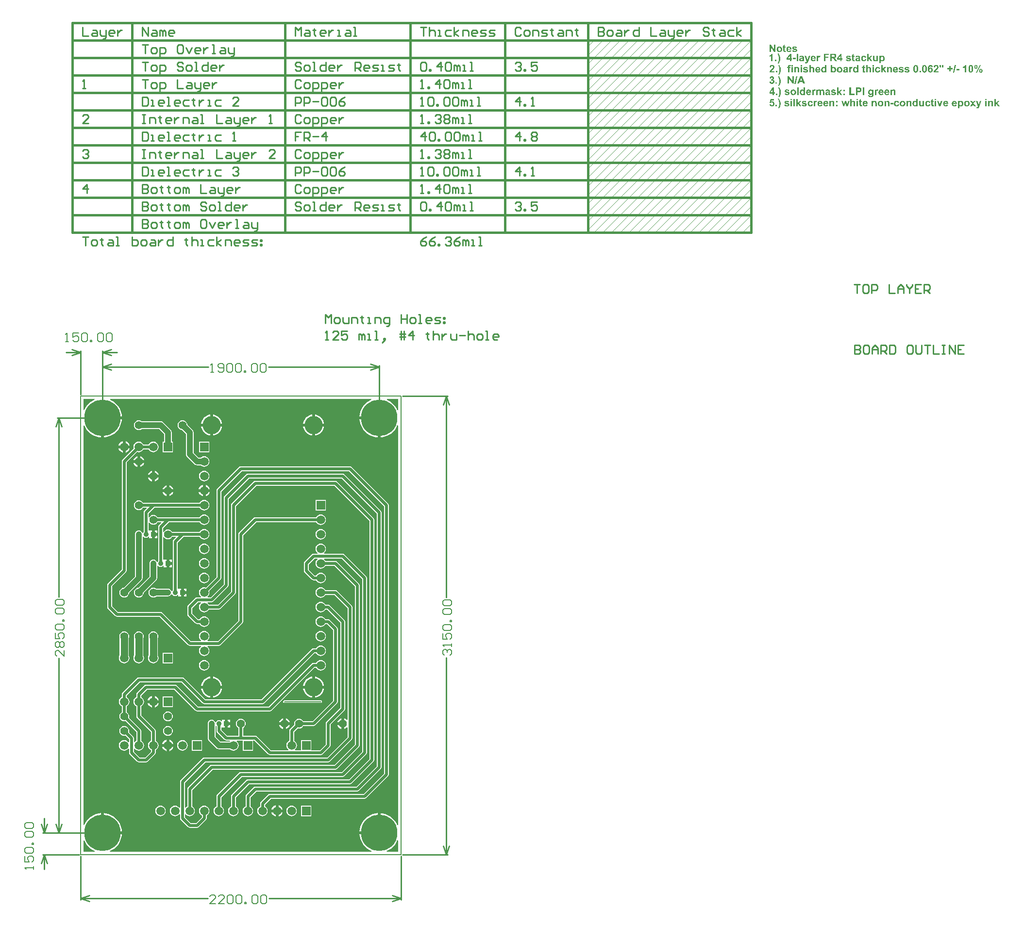
<source format=gtl>
G04*
G04 #@! TF.GenerationSoftware,Altium Limited,Altium Designer,19.1.9 (167)*
G04*
G04 Layer_Physical_Order=1*
G04 Layer_Color=255*
%FSLAX25Y25*%
%MOIN*%
G70*
G01*
G75*
%ADD11C,0.00500*%
%ADD14C,0.01000*%
%ADD15C,0.01500*%
%ADD16C,0.00100*%
%ADD17C,0.00600*%
%ADD28C,0.02000*%
%ADD29C,0.04000*%
%ADD30C,0.05000*%
%ADD31C,0.05512*%
%ADD32C,0.05906*%
%ADD33R,0.05906X0.05906*%
%ADD34C,0.05984*%
%ADD35R,0.05984X0.05984*%
%ADD36C,0.25000*%
%ADD37C,0.03543*%
%ADD38R,0.03543X0.03543*%
%ADD39C,0.12500*%
%ADD40R,0.05906X0.05906*%
G36*
X490427Y555050D02*
X490501Y555043D01*
X490582Y555035D01*
X490671Y555028D01*
X490856Y554998D01*
X491041Y554954D01*
X491219Y554887D01*
X491300Y554850D01*
X491374Y554806D01*
X491382D01*
X491389Y554791D01*
X491433Y554762D01*
X491500Y554702D01*
X491574Y554621D01*
X491663Y554525D01*
X491744Y554399D01*
X491826Y554251D01*
X491885Y554081D01*
X490960Y553911D01*
Y553918D01*
X490945Y553948D01*
X490930Y553985D01*
X490908Y554029D01*
X490878Y554088D01*
X490834Y554140D01*
X490790Y554192D01*
X490730Y554236D01*
X490723Y554244D01*
X490701Y554258D01*
X490664Y554273D01*
X490612Y554295D01*
X490545Y554318D01*
X490464Y554340D01*
X490368Y554347D01*
X490257Y554355D01*
X490190D01*
X490124Y554347D01*
X490042Y554340D01*
X489946Y554325D01*
X489857Y554310D01*
X489776Y554281D01*
X489702Y554244D01*
X489694D01*
X489687Y554229D01*
X489650Y554192D01*
X489606Y554125D01*
X489598Y554088D01*
X489591Y554044D01*
Y554036D01*
Y554029D01*
X489606Y553985D01*
X489635Y553925D01*
X489657Y553896D01*
X489687Y553866D01*
X489694Y553859D01*
X489724Y553851D01*
X489739Y553837D01*
X489768Y553829D01*
X489805Y553814D01*
X489850Y553792D01*
X489909Y553777D01*
X489968Y553755D01*
X490042Y553733D01*
X490131Y553711D01*
X490227Y553681D01*
X490338Y553652D01*
X490464Y553622D01*
X490605Y553585D01*
X490612D01*
X490642Y553578D01*
X490679Y553570D01*
X490730Y553555D01*
X490797Y553533D01*
X490871Y553518D01*
X491034Y553467D01*
X491219Y553400D01*
X491396Y553326D01*
X491485Y553282D01*
X491567Y553245D01*
X491633Y553193D01*
X491700Y553148D01*
X491715Y553134D01*
X491752Y553104D01*
X491796Y553045D01*
X491855Y552963D01*
X491914Y552860D01*
X491959Y552734D01*
X491996Y552586D01*
X492011Y552423D01*
Y552416D01*
Y552401D01*
Y552371D01*
X492003Y552334D01*
X491996Y552297D01*
X491988Y552246D01*
X491959Y552120D01*
X491907Y551987D01*
X491870Y551913D01*
X491833Y551839D01*
X491781Y551765D01*
X491722Y551691D01*
X491655Y551617D01*
X491581Y551543D01*
X491574Y551535D01*
X491559Y551528D01*
X491537Y551513D01*
X491500Y551483D01*
X491456Y551461D01*
X491404Y551432D01*
X491337Y551395D01*
X491263Y551365D01*
X491182Y551328D01*
X491086Y551298D01*
X490982Y551261D01*
X490871Y551239D01*
X490745Y551217D01*
X490612Y551195D01*
X490471Y551187D01*
X490323Y551180D01*
X490249D01*
X490198Y551187D01*
X490131D01*
X490057Y551195D01*
X489976Y551202D01*
X489887Y551217D01*
X489694Y551254D01*
X489495Y551306D01*
X489295Y551380D01*
X489206Y551432D01*
X489117Y551483D01*
X489110Y551491D01*
X489095Y551498D01*
X489073Y551513D01*
X489051Y551543D01*
X488969Y551609D01*
X488880Y551705D01*
X488784Y551824D01*
X488695Y551964D01*
X488614Y552135D01*
X488547Y552320D01*
X489532Y552468D01*
Y552453D01*
X489546Y552423D01*
X489561Y552371D01*
X489583Y552305D01*
X489620Y552231D01*
X489665Y552164D01*
X489717Y552090D01*
X489783Y552031D01*
X489791Y552024D01*
X489820Y552009D01*
X489865Y551987D01*
X489924Y551964D01*
X489998Y551935D01*
X490094Y551913D01*
X490198Y551898D01*
X490323Y551890D01*
X490383D01*
X490457Y551898D01*
X490538Y551905D01*
X490627Y551920D01*
X490723Y551950D01*
X490812Y551979D01*
X490893Y552024D01*
X490901Y552031D01*
X490915Y552046D01*
X490938Y552068D01*
X490960Y552098D01*
X490982Y552135D01*
X491004Y552179D01*
X491019Y552231D01*
X491026Y552290D01*
Y552297D01*
Y552312D01*
X491019Y552357D01*
X490997Y552416D01*
X490952Y552475D01*
X490938Y552490D01*
X490915Y552497D01*
X490886Y552519D01*
X490841Y552534D01*
X490782Y552556D01*
X490716Y552579D01*
X490627Y552601D01*
X490612D01*
X490575Y552616D01*
X490516Y552630D01*
X490434Y552645D01*
X490338Y552667D01*
X490235Y552697D01*
X490116Y552727D01*
X489990Y552764D01*
X489731Y552838D01*
X489606Y552875D01*
X489487Y552919D01*
X489376Y552956D01*
X489273Y553000D01*
X489184Y553045D01*
X489117Y553082D01*
X489110Y553089D01*
X489095Y553097D01*
X489080Y553111D01*
X489051Y553141D01*
X488977Y553208D01*
X488903Y553304D01*
X488821Y553422D01*
X488747Y553563D01*
X488718Y553644D01*
X488703Y553733D01*
X488688Y553822D01*
X488681Y553918D01*
Y553925D01*
Y553940D01*
Y553962D01*
X488688Y553999D01*
X488695Y554036D01*
X488703Y554088D01*
X488725Y554199D01*
X488769Y554325D01*
X488843Y554458D01*
X488880Y554532D01*
X488932Y554599D01*
X488991Y554665D01*
X489058Y554725D01*
X489065Y554732D01*
X489073Y554739D01*
X489095Y554754D01*
X489132Y554776D01*
X489169Y554799D01*
X489221Y554828D01*
X489280Y554858D01*
X489347Y554895D01*
X489428Y554924D01*
X489517Y554954D01*
X489613Y554984D01*
X489717Y555006D01*
X489835Y555028D01*
X489961Y555043D01*
X490094Y555058D01*
X490368D01*
X490427Y555050D01*
D02*
G37*
G36*
X477070Y551261D02*
X476034D01*
X473955Y554636D01*
Y551261D01*
X473000D01*
Y556382D01*
X473999D01*
X476115Y552934D01*
Y556382D01*
X477070D01*
Y551261D01*
D02*
G37*
G36*
X486461Y555050D02*
X486527Y555043D01*
X486609Y555028D01*
X486697Y555013D01*
X486794Y554991D01*
X486897Y554961D01*
X487001Y554924D01*
X487112Y554880D01*
X487223Y554821D01*
X487326Y554762D01*
X487430Y554688D01*
X487534Y554599D01*
X487622Y554503D01*
X487630Y554495D01*
X487645Y554480D01*
X487667Y554443D01*
X487696Y554399D01*
X487733Y554340D01*
X487770Y554273D01*
X487815Y554184D01*
X487859Y554088D01*
X487904Y553977D01*
X487948Y553851D01*
X487985Y553718D01*
X488022Y553563D01*
X488052Y553400D01*
X488074Y553222D01*
X488089Y553037D01*
Y552830D01*
X485632D01*
Y552823D01*
Y552808D01*
Y552786D01*
X485639Y552756D01*
X485647Y552682D01*
X485661Y552579D01*
X485691Y552475D01*
X485735Y552357D01*
X485787Y552246D01*
X485861Y552149D01*
X485869Y552142D01*
X485906Y552112D01*
X485950Y552075D01*
X486017Y552031D01*
X486098Y551987D01*
X486202Y551950D01*
X486313Y551920D01*
X486431Y551913D01*
X486468D01*
X486512Y551920D01*
X486564Y551927D01*
X486623Y551942D01*
X486690Y551964D01*
X486757Y551994D01*
X486816Y552038D01*
X486823Y552046D01*
X486845Y552061D01*
X486875Y552090D01*
X486905Y552135D01*
X486949Y552194D01*
X486986Y552260D01*
X487023Y552349D01*
X487060Y552445D01*
X488037Y552283D01*
Y552275D01*
X488029Y552260D01*
X488015Y552231D01*
X488000Y552194D01*
X487978Y552149D01*
X487955Y552098D01*
X487889Y551979D01*
X487807Y551846D01*
X487704Y551705D01*
X487578Y551580D01*
X487437Y551461D01*
X487430D01*
X487423Y551446D01*
X487393Y551439D01*
X487363Y551417D01*
X487326Y551395D01*
X487275Y551372D01*
X487223Y551350D01*
X487156Y551321D01*
X487008Y551269D01*
X486838Y551224D01*
X486638Y551195D01*
X486424Y551180D01*
X486379D01*
X486335Y551187D01*
X486268D01*
X486187Y551202D01*
X486091Y551217D01*
X485987Y551232D01*
X485883Y551261D01*
X485765Y551291D01*
X485647Y551335D01*
X485528Y551387D01*
X485410Y551446D01*
X485291Y551520D01*
X485180Y551602D01*
X485084Y551698D01*
X484988Y551809D01*
X484981Y551816D01*
X484973Y551831D01*
X484958Y551861D01*
X484929Y551898D01*
X484907Y551950D01*
X484877Y552009D01*
X484840Y552075D01*
X484810Y552157D01*
X484773Y552246D01*
X484744Y552342D01*
X484707Y552445D01*
X484685Y552564D01*
X484662Y552682D01*
X484640Y552808D01*
X484633Y552949D01*
X484625Y553089D01*
Y553097D01*
Y553126D01*
Y553178D01*
X484633Y553245D01*
X484640Y553319D01*
X484648Y553407D01*
X484662Y553504D01*
X484685Y553615D01*
X484744Y553844D01*
X484781Y553962D01*
X484825Y554088D01*
X484884Y554207D01*
X484951Y554318D01*
X485025Y554429D01*
X485106Y554532D01*
X485114Y554540D01*
X485129Y554554D01*
X485158Y554584D01*
X485195Y554614D01*
X485240Y554651D01*
X485299Y554695D01*
X485365Y554747D01*
X485439Y554799D01*
X485521Y554843D01*
X485617Y554895D01*
X485713Y554939D01*
X485824Y554976D01*
X485935Y555006D01*
X486061Y555035D01*
X486187Y555050D01*
X486320Y555058D01*
X486401D01*
X486461Y555050D01*
D02*
G37*
G36*
X483560Y554976D02*
X484233D01*
Y554192D01*
X483560D01*
Y552690D01*
Y552682D01*
Y552667D01*
Y552645D01*
Y552616D01*
Y552542D01*
Y552453D01*
X483567Y552364D01*
Y552275D01*
Y552209D01*
X483575Y552179D01*
Y552164D01*
X483582Y552149D01*
X483597Y552120D01*
X483619Y552083D01*
X483663Y552038D01*
X483678Y552031D01*
X483708Y552016D01*
X483760Y552001D01*
X483826Y551994D01*
X483856D01*
X483885Y552001D01*
X483930Y552009D01*
X483989Y552016D01*
X484056Y552031D01*
X484137Y552053D01*
X484226Y552083D01*
X484315Y551321D01*
X484307D01*
X484300Y551313D01*
X484255Y551298D01*
X484181Y551276D01*
X484085Y551254D01*
X483974Y551224D01*
X483841Y551202D01*
X483693Y551187D01*
X483538Y551180D01*
X483493D01*
X483441Y551187D01*
X483375Y551195D01*
X483301Y551202D01*
X483219Y551217D01*
X483138Y551239D01*
X483057Y551269D01*
X483049Y551276D01*
X483020Y551284D01*
X482983Y551306D01*
X482938Y551328D01*
X482835Y551402D01*
X482783Y551446D01*
X482738Y551498D01*
X482731Y551506D01*
X482724Y551528D01*
X482709Y551557D01*
X482687Y551602D01*
X482664Y551654D01*
X482642Y551720D01*
X482620Y551794D01*
X482605Y551876D01*
Y551883D01*
X482598Y551913D01*
Y551957D01*
X482590Y552031D01*
X482583Y552127D01*
Y552246D01*
X482576Y552312D01*
Y552394D01*
Y552475D01*
Y552571D01*
Y554192D01*
X482124D01*
Y554976D01*
X482576D01*
Y555716D01*
X483560Y556293D01*
Y554976D01*
D02*
G37*
G36*
X479978Y555050D02*
X480052Y555043D01*
X480134Y555028D01*
X480230Y555013D01*
X480326Y554991D01*
X480437Y554961D01*
X480548Y554924D01*
X480659Y554880D01*
X480777Y554828D01*
X480896Y554762D01*
X481007Y554688D01*
X481118Y554606D01*
X481221Y554510D01*
X481229Y554503D01*
X481244Y554488D01*
X481273Y554451D01*
X481303Y554414D01*
X481347Y554355D01*
X481392Y554295D01*
X481443Y554214D01*
X481495Y554133D01*
X481540Y554036D01*
X481591Y553933D01*
X481636Y553814D01*
X481680Y553696D01*
X481710Y553563D01*
X481739Y553430D01*
X481754Y553282D01*
X481762Y553126D01*
Y553119D01*
Y553089D01*
Y553045D01*
X481754Y552986D01*
X481747Y552912D01*
X481732Y552830D01*
X481717Y552734D01*
X481695Y552638D01*
X481665Y552527D01*
X481628Y552416D01*
X481584Y552297D01*
X481532Y552179D01*
X481466Y552061D01*
X481392Y551950D01*
X481310Y551839D01*
X481214Y551728D01*
X481207Y551720D01*
X481192Y551705D01*
X481162Y551676D01*
X481118Y551639D01*
X481066Y551602D01*
X480999Y551557D01*
X480925Y551506D01*
X480844Y551454D01*
X480748Y551402D01*
X480644Y551350D01*
X480533Y551306D01*
X480407Y551269D01*
X480282Y551232D01*
X480141Y551202D01*
X480000Y551187D01*
X479845Y551180D01*
X479793D01*
X479756Y551187D01*
X479712D01*
X479660Y551195D01*
X479534Y551210D01*
X479379Y551239D01*
X479216Y551276D01*
X479046Y551335D01*
X478868Y551409D01*
X478861D01*
X478846Y551417D01*
X478824Y551432D01*
X478794Y551454D01*
X478713Y551506D01*
X478609Y551580D01*
X478498Y551676D01*
X478380Y551794D01*
X478269Y551927D01*
X478165Y552083D01*
Y552090D01*
X478158Y552105D01*
X478143Y552127D01*
X478128Y552164D01*
X478113Y552209D01*
X478091Y552260D01*
X478069Y552320D01*
X478047Y552386D01*
X478025Y552460D01*
X478002Y552542D01*
X477965Y552727D01*
X477936Y552941D01*
X477928Y553171D01*
Y553178D01*
Y553193D01*
Y553222D01*
X477936Y553252D01*
Y553296D01*
X477943Y553348D01*
X477958Y553474D01*
X477988Y553615D01*
X478032Y553770D01*
X478084Y553940D01*
X478165Y554110D01*
Y554118D01*
X478180Y554133D01*
X478187Y554155D01*
X478210Y554184D01*
X478269Y554266D01*
X478343Y554369D01*
X478439Y554480D01*
X478557Y554599D01*
X478691Y554710D01*
X478846Y554813D01*
X478853D01*
X478868Y554821D01*
X478890Y554836D01*
X478927Y554850D01*
X478964Y554873D01*
X479016Y554887D01*
X479075Y554910D01*
X479135Y554939D01*
X479283Y554984D01*
X479453Y555021D01*
X479638Y555050D01*
X479838Y555058D01*
X479919D01*
X479978Y555050D01*
D02*
G37*
G36*
X507417Y548735D02*
X507499Y548720D01*
X507602Y548698D01*
X507713Y548661D01*
X507824Y548617D01*
X507943Y548550D01*
X507632Y547699D01*
X507625Y547706D01*
X507588Y547721D01*
X507543Y547751D01*
X507484Y547780D01*
X507410Y547810D01*
X507336Y547840D01*
X507255Y547854D01*
X507173Y547862D01*
X507144D01*
X507099Y547854D01*
X507055Y547847D01*
X507003Y547832D01*
X506944Y547810D01*
X506885Y547780D01*
X506825Y547743D01*
X506818Y547736D01*
X506803Y547721D01*
X506774Y547692D01*
X506744Y547647D01*
X506707Y547595D01*
X506670Y547521D01*
X506633Y547433D01*
X506603Y547329D01*
Y547314D01*
X506596Y547292D01*
X506589Y547270D01*
Y547233D01*
X506581Y547188D01*
X506574Y547129D01*
X506566Y547063D01*
X506559Y546989D01*
X506552Y546892D01*
X506544Y546796D01*
Y546678D01*
X506537Y546552D01*
X506529Y546411D01*
Y546256D01*
Y546086D01*
Y544946D01*
X505545D01*
Y548661D01*
X506455D01*
Y548136D01*
X506463Y548143D01*
X506492Y548187D01*
X506537Y548254D01*
X506596Y548335D01*
X506655Y548417D01*
X506729Y548498D01*
X506796Y548572D01*
X506870Y548624D01*
X506877Y548631D01*
X506899Y548646D01*
X506944Y548661D01*
X506996Y548683D01*
X507055Y548705D01*
X507129Y548728D01*
X507203Y548735D01*
X507292Y548742D01*
X507351D01*
X507417Y548735D01*
D02*
G37*
G36*
X550707D02*
X550759Y548728D01*
X550826Y548713D01*
X550900Y548698D01*
X550974Y548676D01*
X551063Y548654D01*
X551144Y548617D01*
X551240Y548580D01*
X551329Y548528D01*
X551425Y548469D01*
X551514Y548402D01*
X551603Y548321D01*
X551692Y548232D01*
X551699Y548224D01*
X551714Y548210D01*
X551736Y548180D01*
X551766Y548136D01*
X551795Y548091D01*
X551832Y548025D01*
X551877Y547951D01*
X551921Y547869D01*
X551958Y547773D01*
X552002Y547669D01*
X552039Y547551D01*
X552076Y547425D01*
X552099Y547285D01*
X552121Y547144D01*
X552136Y546981D01*
X552143Y546818D01*
Y546811D01*
Y546781D01*
Y546730D01*
X552136Y546663D01*
X552128Y546589D01*
X552121Y546500D01*
X552106Y546397D01*
X552084Y546293D01*
X552032Y546056D01*
X551995Y545938D01*
X551951Y545819D01*
X551899Y545701D01*
X551832Y545590D01*
X551766Y545479D01*
X551684Y545375D01*
X551677Y545368D01*
X551662Y545353D01*
X551640Y545331D01*
X551603Y545294D01*
X551558Y545257D01*
X551507Y545213D01*
X551447Y545168D01*
X551381Y545124D01*
X551299Y545072D01*
X551218Y545028D01*
X551033Y544946D01*
X550929Y544909D01*
X550818Y544887D01*
X550707Y544872D01*
X550589Y544865D01*
X550537D01*
X550478Y544872D01*
X550404Y544880D01*
X550315Y544894D01*
X550219Y544917D01*
X550123Y544946D01*
X550027Y544983D01*
X550019Y544991D01*
X549982Y545005D01*
X549938Y545042D01*
X549871Y545087D01*
X549790Y545139D01*
X549708Y545213D01*
X549612Y545301D01*
X549509Y545405D01*
Y543525D01*
X548524D01*
Y548661D01*
X549442D01*
Y548113D01*
X549449Y548128D01*
X549472Y548158D01*
X549516Y548210D01*
X549568Y548276D01*
X549634Y548350D01*
X549723Y548424D01*
X549812Y548498D01*
X549923Y548565D01*
X549938Y548572D01*
X549975Y548594D01*
X550041Y548624D01*
X550123Y548654D01*
X550219Y548683D01*
X550337Y548713D01*
X550463Y548735D01*
X550596Y548742D01*
X550656D01*
X550707Y548735D01*
D02*
G37*
G36*
X527405D02*
X527479Y548728D01*
X527560Y548720D01*
X527649Y548713D01*
X527834Y548683D01*
X528019Y548639D01*
X528197Y548572D01*
X528278Y548535D01*
X528352Y548491D01*
X528359D01*
X528367Y548476D01*
X528411Y548446D01*
X528478Y548387D01*
X528552Y548306D01*
X528641Y548210D01*
X528722Y548084D01*
X528803Y547936D01*
X528863Y547766D01*
X527938Y547595D01*
Y547603D01*
X527923Y547632D01*
X527908Y547669D01*
X527886Y547714D01*
X527856Y547773D01*
X527812Y547825D01*
X527767Y547877D01*
X527708Y547921D01*
X527701Y547928D01*
X527679Y547943D01*
X527642Y547958D01*
X527590Y547980D01*
X527523Y548002D01*
X527442Y548025D01*
X527346Y548032D01*
X527235Y548039D01*
X527168D01*
X527101Y548032D01*
X527020Y548025D01*
X526924Y548010D01*
X526835Y547995D01*
X526754Y547965D01*
X526680Y547928D01*
X526672D01*
X526665Y547914D01*
X526628Y547877D01*
X526583Y547810D01*
X526576Y547773D01*
X526569Y547729D01*
Y547721D01*
Y547714D01*
X526583Y547669D01*
X526613Y547610D01*
X526635Y547581D01*
X526665Y547551D01*
X526672Y547544D01*
X526702Y547536D01*
X526717Y547521D01*
X526746Y547514D01*
X526783Y547499D01*
X526828Y547477D01*
X526887Y547462D01*
X526946Y547440D01*
X527020Y547418D01*
X527109Y547396D01*
X527205Y547366D01*
X527316Y547336D01*
X527442Y547307D01*
X527582Y547270D01*
X527590D01*
X527619Y547262D01*
X527656Y547255D01*
X527708Y547240D01*
X527775Y547218D01*
X527849Y547203D01*
X528012Y547151D01*
X528197Y547085D01*
X528374Y547011D01*
X528463Y546966D01*
X528544Y546929D01*
X528611Y546878D01*
X528678Y546833D01*
X528692Y546818D01*
X528729Y546789D01*
X528774Y546730D01*
X528833Y546648D01*
X528892Y546545D01*
X528937Y546419D01*
X528974Y546271D01*
X528988Y546108D01*
Y546101D01*
Y546086D01*
Y546056D01*
X528981Y546019D01*
X528974Y545982D01*
X528966Y545930D01*
X528937Y545805D01*
X528885Y545671D01*
X528848Y545597D01*
X528811Y545523D01*
X528759Y545449D01*
X528700Y545375D01*
X528633Y545301D01*
X528559Y545227D01*
X528552Y545220D01*
X528537Y545213D01*
X528515Y545198D01*
X528478Y545168D01*
X528433Y545146D01*
X528382Y545116D01*
X528315Y545079D01*
X528241Y545050D01*
X528160Y545013D01*
X528063Y544983D01*
X527960Y544946D01*
X527849Y544924D01*
X527723Y544902D01*
X527590Y544880D01*
X527449Y544872D01*
X527301Y544865D01*
X527227D01*
X527175Y544872D01*
X527109D01*
X527035Y544880D01*
X526953Y544887D01*
X526865Y544902D01*
X526672Y544939D01*
X526472Y544991D01*
X526273Y545065D01*
X526184Y545116D01*
X526095Y545168D01*
X526088Y545176D01*
X526073Y545183D01*
X526051Y545198D01*
X526028Y545227D01*
X525947Y545294D01*
X525858Y545390D01*
X525762Y545509D01*
X525673Y545649D01*
X525592Y545819D01*
X525525Y546004D01*
X526509Y546152D01*
Y546138D01*
X526524Y546108D01*
X526539Y546056D01*
X526561Y545990D01*
X526598Y545916D01*
X526643Y545849D01*
X526694Y545775D01*
X526761Y545716D01*
X526768Y545708D01*
X526798Y545694D01*
X526842Y545671D01*
X526902Y545649D01*
X526976Y545620D01*
X527072Y545597D01*
X527175Y545583D01*
X527301Y545575D01*
X527360D01*
X527434Y545583D01*
X527516Y545590D01*
X527605Y545605D01*
X527701Y545634D01*
X527790Y545664D01*
X527871Y545708D01*
X527878Y545716D01*
X527893Y545731D01*
X527915Y545753D01*
X527938Y545782D01*
X527960Y545819D01*
X527982Y545864D01*
X527997Y545916D01*
X528004Y545975D01*
Y545982D01*
Y545997D01*
X527997Y546041D01*
X527975Y546101D01*
X527930Y546160D01*
X527915Y546175D01*
X527893Y546182D01*
X527864Y546204D01*
X527819Y546219D01*
X527760Y546241D01*
X527693Y546263D01*
X527605Y546286D01*
X527590D01*
X527553Y546300D01*
X527494Y546315D01*
X527412Y546330D01*
X527316Y546352D01*
X527212Y546382D01*
X527094Y546411D01*
X526968Y546448D01*
X526709Y546522D01*
X526583Y546559D01*
X526465Y546604D01*
X526354Y546641D01*
X526250Y546685D01*
X526162Y546730D01*
X526095Y546767D01*
X526088Y546774D01*
X526073Y546781D01*
X526058Y546796D01*
X526028Y546826D01*
X525954Y546892D01*
X525880Y546989D01*
X525799Y547107D01*
X525725Y547248D01*
X525695Y547329D01*
X525681Y547418D01*
X525666Y547507D01*
X525658Y547603D01*
Y547610D01*
Y547625D01*
Y547647D01*
X525666Y547684D01*
X525673Y547721D01*
X525681Y547773D01*
X525703Y547884D01*
X525747Y548010D01*
X525821Y548143D01*
X525858Y548217D01*
X525910Y548284D01*
X525969Y548350D01*
X526036Y548409D01*
X526043Y548417D01*
X526051Y548424D01*
X526073Y548439D01*
X526110Y548461D01*
X526147Y548483D01*
X526199Y548513D01*
X526258Y548543D01*
X526324Y548580D01*
X526406Y548609D01*
X526495Y548639D01*
X526591Y548668D01*
X526694Y548691D01*
X526813Y548713D01*
X526939Y548728D01*
X527072Y548742D01*
X527346D01*
X527405Y548735D01*
D02*
G37*
G36*
X537898D02*
X537957D01*
X538024Y548728D01*
X538098Y548720D01*
X538179Y548705D01*
X538349Y548668D01*
X538527Y548617D01*
X538705Y548543D01*
X538867Y548446D01*
X538875D01*
X538882Y548432D01*
X538904Y548417D01*
X538934Y548395D01*
X539001Y548328D01*
X539089Y548232D01*
X539186Y548106D01*
X539282Y547958D01*
X539371Y547780D01*
X539445Y547573D01*
X538475Y547396D01*
Y547410D01*
X538468Y547440D01*
X538453Y547492D01*
X538431Y547558D01*
X538394Y547625D01*
X538357Y547699D01*
X538305Y547766D01*
X538246Y547825D01*
X538238Y547832D01*
X538216Y547847D01*
X538179Y547869D01*
X538127Y547899D01*
X538061Y547928D01*
X537987Y547951D01*
X537898Y547965D01*
X537802Y547973D01*
X537787D01*
X537743Y547965D01*
X537676Y547958D01*
X537587Y547943D01*
X537498Y547906D01*
X537402Y547862D01*
X537306Y547803D01*
X537217Y547714D01*
X537210Y547699D01*
X537188Y547662D01*
X537151Y547603D01*
X537114Y547514D01*
X537069Y547396D01*
X537054Y547329D01*
X537040Y547255D01*
X537025Y547166D01*
X537010Y547077D01*
X537003Y546974D01*
Y546870D01*
Y546863D01*
Y546841D01*
Y546804D01*
X537010Y546759D01*
Y546707D01*
X537017Y546648D01*
X537032Y546500D01*
X537054Y546345D01*
X537099Y546189D01*
X537151Y546049D01*
X537188Y545990D01*
X537225Y545930D01*
X537232Y545916D01*
X537269Y545886D01*
X537313Y545849D01*
X537380Y545797D01*
X537469Y545745D01*
X537565Y545708D01*
X537683Y545679D01*
X537817Y545664D01*
X537861D01*
X537913Y545671D01*
X537979Y545686D01*
X538053Y545701D01*
X538127Y545731D01*
X538201Y545768D01*
X538275Y545819D01*
X538283Y545827D01*
X538305Y545849D01*
X538335Y545886D01*
X538379Y545945D01*
X538423Y546019D01*
X538460Y546115D01*
X538505Y546234D01*
X538534Y546367D01*
X539496Y546204D01*
Y546197D01*
X539489Y546175D01*
X539482Y546138D01*
X539467Y546093D01*
X539445Y546041D01*
X539422Y545975D01*
X539363Y545827D01*
X539289Y545664D01*
X539186Y545501D01*
X539060Y545338D01*
X538986Y545264D01*
X538912Y545198D01*
X538904D01*
X538890Y545183D01*
X538867Y545168D01*
X538838Y545146D01*
X538793Y545124D01*
X538742Y545094D01*
X538682Y545065D01*
X538608Y545035D01*
X538534Y544998D01*
X538446Y544968D01*
X538357Y544939D01*
X538253Y544917D01*
X538142Y544894D01*
X538024Y544880D01*
X537905Y544872D01*
X537772Y544865D01*
X537691D01*
X537639Y544872D01*
X537572Y544880D01*
X537491Y544894D01*
X537402Y544909D01*
X537306Y544931D01*
X537202Y544954D01*
X537099Y544991D01*
X536988Y545028D01*
X536884Y545079D01*
X536773Y545139D01*
X536670Y545205D01*
X536573Y545287D01*
X536477Y545375D01*
X536470Y545383D01*
X536455Y545398D01*
X536433Y545427D01*
X536403Y545472D01*
X536366Y545523D01*
X536322Y545583D01*
X536285Y545657D01*
X536240Y545745D01*
X536189Y545842D01*
X536152Y545945D01*
X536107Y546064D01*
X536070Y546189D01*
X536041Y546330D01*
X536018Y546471D01*
X536004Y546633D01*
X535996Y546796D01*
Y546804D01*
Y546833D01*
Y546885D01*
X536004Y546944D01*
X536011Y547026D01*
X536018Y547114D01*
X536033Y547211D01*
X536055Y547322D01*
X536115Y547551D01*
X536152Y547669D01*
X536196Y547788D01*
X536255Y547906D01*
X536322Y548017D01*
X536396Y548121D01*
X536477Y548224D01*
X536485Y548232D01*
X536499Y548247D01*
X536529Y548269D01*
X536566Y548306D01*
X536618Y548343D01*
X536677Y548387D01*
X536744Y548439D01*
X536825Y548483D01*
X536914Y548535D01*
X537010Y548580D01*
X537121Y548624D01*
X537239Y548661D01*
X537358Y548698D01*
X537498Y548720D01*
X537639Y548735D01*
X537787Y548742D01*
X537854D01*
X537898Y548735D01*
D02*
G37*
G36*
X491086Y546315D02*
X489154D01*
Y547299D01*
X491086D01*
Y546315D01*
D02*
G37*
G36*
X499662Y545079D02*
X499425Y544443D01*
X499418Y544428D01*
X499403Y544391D01*
X499374Y544332D01*
X499344Y544258D01*
X499307Y544177D01*
X499263Y544095D01*
X499218Y544021D01*
X499174Y543947D01*
X499166Y543940D01*
X499152Y543918D01*
X499129Y543888D01*
X499100Y543844D01*
X499018Y543755D01*
X498907Y543666D01*
X498900Y543659D01*
X498878Y543651D01*
X498848Y543629D01*
X498804Y543607D01*
X498752Y543585D01*
X498693Y543555D01*
X498619Y543525D01*
X498537Y543503D01*
X498530D01*
X498500Y543496D01*
X498456Y543481D01*
X498389Y543474D01*
X498315Y543459D01*
X498234Y543444D01*
X498138Y543437D01*
X497990D01*
X497931Y543444D01*
X497864D01*
X497775Y543451D01*
X497686Y543466D01*
X497487Y543503D01*
X497398Y544273D01*
X497405D01*
X497435Y544265D01*
X497479Y544258D01*
X497538Y544251D01*
X497598Y544236D01*
X497672Y544228D01*
X497812Y544221D01*
X497871D01*
X497931Y544236D01*
X498005Y544251D01*
X498086Y544273D01*
X498167Y544310D01*
X498249Y544362D01*
X498315Y544428D01*
X498323Y544436D01*
X498345Y544465D01*
X498375Y544510D01*
X498412Y544569D01*
X498449Y544643D01*
X498493Y544732D01*
X498530Y544828D01*
X498567Y544939D01*
X497161Y548661D01*
X498204D01*
X499085Y546019D01*
X499958Y548661D01*
X500972D01*
X499662Y545079D01*
D02*
G37*
G36*
X547540Y544946D02*
X546630D01*
Y545501D01*
X546623Y545486D01*
X546593Y545449D01*
X546549Y545398D01*
X546482Y545331D01*
X546408Y545250D01*
X546312Y545176D01*
X546208Y545094D01*
X546090Y545028D01*
X546075Y545020D01*
X546031Y545005D01*
X545964Y544976D01*
X545875Y544946D01*
X545772Y544917D01*
X545653Y544887D01*
X545527Y544872D01*
X545394Y544865D01*
X545328D01*
X545261Y544872D01*
X545172Y544887D01*
X545061Y544902D01*
X544950Y544931D01*
X544832Y544976D01*
X544721Y545028D01*
X544706Y545035D01*
X544676Y545057D01*
X544617Y545094D01*
X544558Y545146D01*
X544484Y545213D01*
X544417Y545287D01*
X544351Y545383D01*
X544292Y545486D01*
X544284Y545501D01*
X544269Y545538D01*
X544247Y545605D01*
X544225Y545701D01*
X544203Y545819D01*
X544181Y545960D01*
X544166Y546123D01*
X544158Y546308D01*
Y548661D01*
X545143D01*
Y546952D01*
Y546944D01*
Y546915D01*
Y546878D01*
Y546826D01*
Y546767D01*
Y546700D01*
X545150Y546545D01*
X545157Y546374D01*
X545165Y546219D01*
X545172Y546152D01*
X545180Y546086D01*
X545187Y546034D01*
X545194Y545997D01*
Y545990D01*
X545202Y545967D01*
X545217Y545938D01*
X545239Y545893D01*
X545261Y545849D01*
X545298Y545805D01*
X545335Y545760D01*
X545387Y545716D01*
X545394Y545708D01*
X545416Y545701D01*
X545446Y545686D01*
X545490Y545671D01*
X545542Y545649D01*
X545609Y545634D01*
X545675Y545627D01*
X545757Y545620D01*
X545801D01*
X545846Y545627D01*
X545905Y545634D01*
X545979Y545649D01*
X546053Y545679D01*
X546134Y545708D01*
X546208Y545753D01*
X546216Y545760D01*
X546238Y545775D01*
X546275Y545805D01*
X546319Y545849D01*
X546364Y545901D01*
X546408Y545953D01*
X546452Y546019D01*
X546482Y546093D01*
Y546101D01*
X546497Y546138D01*
Y546167D01*
X546504Y546204D01*
X546512Y546241D01*
X546519Y546293D01*
X546526Y546360D01*
X546534Y546426D01*
X546541Y546508D01*
Y546604D01*
X546549Y546707D01*
X546556Y546826D01*
Y546952D01*
Y547092D01*
Y548661D01*
X547540D01*
Y544946D01*
D02*
G37*
G36*
X541147Y547351D02*
X542294Y548661D01*
X543500D01*
X542227Y547299D01*
X543589Y544946D01*
X542530D01*
X541591Y546611D01*
X541147Y546130D01*
Y544946D01*
X540162D01*
Y550067D01*
X541147D01*
Y547351D01*
D02*
G37*
G36*
X533843Y548735D02*
X533902D01*
X534050Y548720D01*
X534205Y548705D01*
X534368Y548676D01*
X534524Y548631D01*
X534590Y548609D01*
X534657Y548580D01*
X534664D01*
X534672Y548572D01*
X534709Y548550D01*
X534768Y548520D01*
X534834Y548476D01*
X534916Y548417D01*
X534990Y548350D01*
X535056Y548269D01*
X535116Y548187D01*
X535123Y548173D01*
X535138Y548143D01*
X535160Y548076D01*
X535167Y548039D01*
X535182Y547988D01*
X535197Y547936D01*
X535204Y547869D01*
X535219Y547795D01*
X535227Y547714D01*
X535234Y547625D01*
X535241Y547529D01*
X535249Y547425D01*
Y547307D01*
X535234Y546160D01*
Y546152D01*
Y546138D01*
Y546115D01*
Y546078D01*
Y545990D01*
X535241Y545886D01*
Y545768D01*
X535256Y545649D01*
X535264Y545531D01*
X535278Y545435D01*
Y545427D01*
X535286Y545398D01*
X535301Y545346D01*
X535315Y545287D01*
X535345Y545213D01*
X535375Y545131D01*
X535412Y545042D01*
X535456Y544946D01*
X534487D01*
Y544954D01*
X534479Y544961D01*
X534472Y544991D01*
X534457Y545020D01*
X534442Y545057D01*
X534427Y545109D01*
X534413Y545168D01*
X534390Y545235D01*
Y545242D01*
X534383Y545250D01*
X534376Y545279D01*
X534361Y545316D01*
X534353Y545346D01*
X534339Y545338D01*
X534309Y545309D01*
X534257Y545264D01*
X534191Y545213D01*
X534109Y545153D01*
X534020Y545087D01*
X533917Y545035D01*
X533813Y544983D01*
X533798Y544976D01*
X533761Y544968D01*
X533702Y544946D01*
X533628Y544924D01*
X533539Y544902D01*
X533436Y544887D01*
X533317Y544872D01*
X533199Y544865D01*
X533147D01*
X533103Y544872D01*
X533058D01*
X532999Y544880D01*
X532873Y544902D01*
X532725Y544939D01*
X532577Y544991D01*
X532429Y545065D01*
X532296Y545168D01*
Y545176D01*
X532281Y545183D01*
X532244Y545227D01*
X532193Y545294D01*
X532133Y545383D01*
X532074Y545494D01*
X532022Y545627D01*
X531985Y545782D01*
X531978Y545864D01*
X531971Y545953D01*
Y545967D01*
Y546004D01*
X531978Y546064D01*
X531993Y546138D01*
X532008Y546226D01*
X532030Y546315D01*
X532067Y546411D01*
X532119Y546508D01*
X532126Y546522D01*
X532148Y546552D01*
X532178Y546596D01*
X532230Y546648D01*
X532281Y546707D01*
X532355Y546774D01*
X532437Y546833D01*
X532533Y546885D01*
X532548Y546892D01*
X532585Y546907D01*
X532644Y546929D01*
X532733Y546966D01*
X532844Y547003D01*
X532977Y547040D01*
X533140Y547077D01*
X533317Y547114D01*
X533325D01*
X533347Y547122D01*
X533384Y547129D01*
X533428Y547137D01*
X533488Y547144D01*
X533554Y547159D01*
X533702Y547196D01*
X533858Y547233D01*
X534020Y547270D01*
X534161Y547314D01*
X534228Y547336D01*
X534279Y547359D01*
Y547455D01*
Y547470D01*
Y547499D01*
X534272Y547551D01*
X534265Y547618D01*
X534242Y547684D01*
X534220Y547751D01*
X534183Y547810D01*
X534131Y547862D01*
X534124Y547869D01*
X534102Y547884D01*
X534065Y547899D01*
X534013Y547928D01*
X533939Y547951D01*
X533850Y547965D01*
X533739Y547980D01*
X533606Y547988D01*
X533562D01*
X533517Y547980D01*
X533458Y547973D01*
X533391Y547958D01*
X533317Y547943D01*
X533251Y547914D01*
X533192Y547877D01*
X533184Y547869D01*
X533169Y547854D01*
X533140Y547832D01*
X533110Y547795D01*
X533066Y547743D01*
X533029Y547677D01*
X532992Y547603D01*
X532955Y547514D01*
X532074Y547677D01*
Y547684D01*
X532082Y547699D01*
X532089Y547729D01*
X532104Y547766D01*
X532119Y547810D01*
X532141Y547862D01*
X532193Y547980D01*
X532267Y548106D01*
X532355Y548239D01*
X532459Y548365D01*
X532585Y548476D01*
X532592D01*
X532600Y548491D01*
X532622Y548498D01*
X532651Y548520D01*
X532696Y548535D01*
X532740Y548557D01*
X532799Y548587D01*
X532859Y548609D01*
X532933Y548631D01*
X533014Y548661D01*
X533103Y548683D01*
X533206Y548698D01*
X533310Y548720D01*
X533428Y548728D01*
X533547Y548742D01*
X533791D01*
X533843Y548735D01*
D02*
G37*
G36*
X522565Y546833D02*
X523202D01*
Y545975D01*
X522565D01*
Y544946D01*
X521618D01*
Y545975D01*
X519516D01*
Y546826D01*
X521736Y550089D01*
X522565D01*
Y546833D01*
D02*
G37*
G36*
X517119Y550060D02*
X517200D01*
X517282Y550052D01*
X517378D01*
X517570Y550030D01*
X517770Y550008D01*
X517955Y549971D01*
X518036Y549949D01*
X518110Y549926D01*
X518118D01*
X518125Y549919D01*
X518170Y549897D01*
X518236Y549860D01*
X518325Y549815D01*
X518421Y549741D01*
X518517Y549660D01*
X518614Y549556D01*
X518702Y549431D01*
Y549423D01*
X518710Y549416D01*
X518725Y549394D01*
X518739Y549371D01*
X518776Y549297D01*
X518821Y549201D01*
X518858Y549083D01*
X518895Y548950D01*
X518924Y548794D01*
X518932Y548631D01*
Y548624D01*
Y548609D01*
Y548572D01*
X518924Y548535D01*
Y548483D01*
X518917Y548432D01*
X518887Y548298D01*
X518850Y548143D01*
X518791Y547988D01*
X518702Y547825D01*
X518651Y547751D01*
X518591Y547677D01*
X518584Y547669D01*
X518577Y547662D01*
X518554Y547640D01*
X518525Y547618D01*
X518495Y547588D01*
X518451Y547551D01*
X518399Y547514D01*
X518340Y547477D01*
X518273Y547433D01*
X518192Y547396D01*
X518110Y547359D01*
X518022Y547322D01*
X517918Y547285D01*
X517814Y547255D01*
X517703Y547225D01*
X517578Y547203D01*
X517585D01*
X517592Y547196D01*
X517637Y547166D01*
X517696Y547129D01*
X517770Y547077D01*
X517859Y547011D01*
X517948Y546944D01*
X518044Y546863D01*
X518125Y546774D01*
X518133Y546767D01*
X518170Y546730D01*
X518214Y546670D01*
X518281Y546582D01*
X518369Y546471D01*
X518414Y546397D01*
X518466Y546323D01*
X518525Y546241D01*
X518584Y546152D01*
X518651Y546049D01*
X518717Y545945D01*
X519346Y544946D01*
X518103D01*
X517363Y546056D01*
X517356Y546064D01*
X517348Y546086D01*
X517326Y546115D01*
X517296Y546152D01*
X517267Y546197D01*
X517230Y546256D01*
X517148Y546374D01*
X517052Y546508D01*
X516963Y546626D01*
X516882Y546737D01*
X516845Y546774D01*
X516815Y546811D01*
X516808Y546818D01*
X516793Y546833D01*
X516764Y546863D01*
X516727Y546900D01*
X516675Y546929D01*
X516623Y546966D01*
X516564Y546996D01*
X516505Y547026D01*
X516497D01*
X516475Y547033D01*
X516438Y547048D01*
X516379Y547055D01*
X516305Y547070D01*
X516216Y547077D01*
X516112Y547085D01*
X515779D01*
Y544946D01*
X514743D01*
Y550067D01*
X517052D01*
X517119Y550060D01*
D02*
G37*
G36*
X513885Y549201D02*
X511406D01*
Y547988D01*
X513545D01*
Y547122D01*
X511406D01*
Y544946D01*
X510370D01*
Y550067D01*
X513885D01*
Y549201D01*
D02*
G37*
G36*
X495252Y548735D02*
X495311D01*
X495459Y548720D01*
X495614Y548705D01*
X495777Y548676D01*
X495933Y548631D01*
X495999Y548609D01*
X496066Y548580D01*
X496073D01*
X496081Y548572D01*
X496118Y548550D01*
X496177Y548520D01*
X496243Y548476D01*
X496325Y548417D01*
X496399Y548350D01*
X496465Y548269D01*
X496525Y548187D01*
X496532Y548173D01*
X496547Y548143D01*
X496569Y548076D01*
X496576Y548039D01*
X496591Y547988D01*
X496606Y547936D01*
X496613Y547869D01*
X496628Y547795D01*
X496636Y547714D01*
X496643Y547625D01*
X496650Y547529D01*
X496658Y547425D01*
Y547307D01*
X496643Y546160D01*
Y546152D01*
Y546138D01*
Y546115D01*
Y546078D01*
Y545990D01*
X496650Y545886D01*
Y545768D01*
X496665Y545649D01*
X496673Y545531D01*
X496687Y545435D01*
Y545427D01*
X496695Y545398D01*
X496710Y545346D01*
X496724Y545287D01*
X496754Y545213D01*
X496784Y545131D01*
X496821Y545042D01*
X496865Y544946D01*
X495896D01*
Y544954D01*
X495888Y544961D01*
X495881Y544991D01*
X495866Y545020D01*
X495851Y545057D01*
X495836Y545109D01*
X495822Y545168D01*
X495799Y545235D01*
Y545242D01*
X495792Y545250D01*
X495785Y545279D01*
X495770Y545316D01*
X495762Y545346D01*
X495748Y545338D01*
X495718Y545309D01*
X495666Y545264D01*
X495600Y545213D01*
X495518Y545153D01*
X495429Y545087D01*
X495326Y545035D01*
X495222Y544983D01*
X495207Y544976D01*
X495170Y544968D01*
X495111Y544946D01*
X495037Y544924D01*
X494948Y544902D01*
X494845Y544887D01*
X494726Y544872D01*
X494608Y544865D01*
X494556D01*
X494512Y544872D01*
X494467D01*
X494408Y544880D01*
X494282Y544902D01*
X494134Y544939D01*
X493986Y544991D01*
X493838Y545065D01*
X493705Y545168D01*
Y545176D01*
X493690Y545183D01*
X493653Y545227D01*
X493602Y545294D01*
X493542Y545383D01*
X493483Y545494D01*
X493431Y545627D01*
X493394Y545782D01*
X493387Y545864D01*
X493380Y545953D01*
Y545967D01*
Y546004D01*
X493387Y546064D01*
X493402Y546138D01*
X493417Y546226D01*
X493439Y546315D01*
X493476Y546411D01*
X493528Y546508D01*
X493535Y546522D01*
X493557Y546552D01*
X493587Y546596D01*
X493639Y546648D01*
X493690Y546707D01*
X493764Y546774D01*
X493846Y546833D01*
X493942Y546885D01*
X493957Y546892D01*
X493994Y546907D01*
X494053Y546929D01*
X494142Y546966D01*
X494253Y547003D01*
X494386Y547040D01*
X494549Y547077D01*
X494726Y547114D01*
X494734D01*
X494756Y547122D01*
X494793Y547129D01*
X494837Y547137D01*
X494897Y547144D01*
X494963Y547159D01*
X495111Y547196D01*
X495267Y547233D01*
X495429Y547270D01*
X495570Y547314D01*
X495637Y547336D01*
X495688Y547359D01*
Y547455D01*
Y547470D01*
Y547499D01*
X495681Y547551D01*
X495674Y547618D01*
X495651Y547684D01*
X495629Y547751D01*
X495592Y547810D01*
X495540Y547862D01*
X495533Y547869D01*
X495511Y547884D01*
X495474Y547899D01*
X495422Y547928D01*
X495348Y547951D01*
X495259Y547965D01*
X495148Y547980D01*
X495015Y547988D01*
X494971D01*
X494926Y547980D01*
X494867Y547973D01*
X494800Y547958D01*
X494726Y547943D01*
X494660Y547914D01*
X494601Y547877D01*
X494593Y547869D01*
X494578Y547854D01*
X494549Y547832D01*
X494519Y547795D01*
X494475Y547743D01*
X494438Y547677D01*
X494401Y547603D01*
X494364Y547514D01*
X493483Y547677D01*
Y547684D01*
X493491Y547699D01*
X493498Y547729D01*
X493513Y547766D01*
X493528Y547810D01*
X493550Y547862D01*
X493602Y547980D01*
X493676Y548106D01*
X493764Y548239D01*
X493868Y548365D01*
X493994Y548476D01*
X494001D01*
X494009Y548491D01*
X494031Y548498D01*
X494060Y548520D01*
X494105Y548535D01*
X494149Y548557D01*
X494208Y548587D01*
X494268Y548609D01*
X494342Y548631D01*
X494423Y548661D01*
X494512Y548683D01*
X494615Y548698D01*
X494719Y548720D01*
X494837Y548728D01*
X494956Y548742D01*
X495200D01*
X495252Y548735D01*
D02*
G37*
G36*
X492632Y544946D02*
X491648D01*
Y550067D01*
X492632D01*
Y544946D01*
D02*
G37*
G36*
X487955Y546833D02*
X488592D01*
Y545975D01*
X487955D01*
Y544946D01*
X487008D01*
Y545975D01*
X484907D01*
Y546826D01*
X487127Y550089D01*
X487955D01*
Y546833D01*
D02*
G37*
G36*
X477914Y544946D02*
X476929D01*
Y545930D01*
X477914D01*
Y544946D01*
D02*
G37*
G36*
X475250D02*
X474265D01*
Y548654D01*
X474258Y548646D01*
X474243Y548631D01*
X474214Y548609D01*
X474169Y548572D01*
X474117Y548528D01*
X474058Y548483D01*
X473984Y548432D01*
X473903Y548372D01*
X473814Y548313D01*
X473718Y548254D01*
X473614Y548187D01*
X473503Y548128D01*
X473266Y548017D01*
X473000Y547914D01*
Y548802D01*
X473007D01*
X473015Y548809D01*
X473037Y548816D01*
X473067Y548824D01*
X473141Y548861D01*
X473244Y548905D01*
X473370Y548964D01*
X473511Y549046D01*
X473666Y549149D01*
X473829Y549268D01*
X473836Y549275D01*
X473851Y549283D01*
X473873Y549305D01*
X473903Y549334D01*
X473984Y549408D01*
X474073Y549505D01*
X474177Y549623D01*
X474280Y549771D01*
X474376Y549926D01*
X474450Y550097D01*
X475250D01*
Y544946D01*
D02*
G37*
G36*
X530883Y548661D02*
X531556D01*
Y547877D01*
X530883D01*
Y546374D01*
Y546367D01*
Y546352D01*
Y546330D01*
Y546300D01*
Y546226D01*
Y546138D01*
X530890Y546049D01*
Y545960D01*
Y545893D01*
X530898Y545864D01*
Y545849D01*
X530905Y545834D01*
X530920Y545805D01*
X530942Y545768D01*
X530986Y545723D01*
X531001Y545716D01*
X531031Y545701D01*
X531083Y545686D01*
X531149Y545679D01*
X531179D01*
X531208Y545686D01*
X531253Y545694D01*
X531312Y545701D01*
X531379Y545716D01*
X531460Y545738D01*
X531549Y545768D01*
X531638Y545005D01*
X531630D01*
X531623Y544998D01*
X531578Y544983D01*
X531504Y544961D01*
X531408Y544939D01*
X531297Y544909D01*
X531164Y544887D01*
X531016Y544872D01*
X530861Y544865D01*
X530816D01*
X530764Y544872D01*
X530698Y544880D01*
X530624Y544887D01*
X530542Y544902D01*
X530461Y544924D01*
X530380Y544954D01*
X530372Y544961D01*
X530343Y544968D01*
X530306Y544991D01*
X530261Y545013D01*
X530158Y545087D01*
X530106Y545131D01*
X530061Y545183D01*
X530054Y545190D01*
X530047Y545213D01*
X530032Y545242D01*
X530010Y545287D01*
X529987Y545338D01*
X529965Y545405D01*
X529943Y545479D01*
X529928Y545560D01*
Y545568D01*
X529921Y545597D01*
Y545642D01*
X529913Y545716D01*
X529906Y545812D01*
Y545930D01*
X529899Y545997D01*
Y546078D01*
Y546160D01*
Y546256D01*
Y547877D01*
X529447D01*
Y548661D01*
X529899D01*
Y549401D01*
X530883Y549978D01*
Y548661D01*
D02*
G37*
G36*
X503155Y548735D02*
X503222Y548728D01*
X503303Y548713D01*
X503392Y548698D01*
X503488Y548676D01*
X503592Y548646D01*
X503695Y548609D01*
X503806Y548565D01*
X503917Y548506D01*
X504021Y548446D01*
X504124Y548372D01*
X504228Y548284D01*
X504317Y548187D01*
X504324Y548180D01*
X504339Y548165D01*
X504361Y548128D01*
X504391Y548084D01*
X504428Y548025D01*
X504465Y547958D01*
X504509Y547869D01*
X504554Y547773D01*
X504598Y547662D01*
X504642Y547536D01*
X504679Y547403D01*
X504716Y547248D01*
X504746Y547085D01*
X504768Y546907D01*
X504783Y546722D01*
Y546515D01*
X502326D01*
Y546508D01*
Y546493D01*
Y546471D01*
X502334Y546441D01*
X502341Y546367D01*
X502356Y546263D01*
X502385Y546160D01*
X502430Y546041D01*
X502482Y545930D01*
X502556Y545834D01*
X502563Y545827D01*
X502600Y545797D01*
X502644Y545760D01*
X502711Y545716D01*
X502792Y545671D01*
X502896Y545634D01*
X503007Y545605D01*
X503125Y545597D01*
X503162D01*
X503207Y545605D01*
X503259Y545612D01*
X503318Y545627D01*
X503384Y545649D01*
X503451Y545679D01*
X503510Y545723D01*
X503518Y545731D01*
X503540Y545745D01*
X503569Y545775D01*
X503599Y545819D01*
X503643Y545879D01*
X503680Y545945D01*
X503717Y546034D01*
X503754Y546130D01*
X504731Y545967D01*
Y545960D01*
X504724Y545945D01*
X504709Y545916D01*
X504694Y545879D01*
X504672Y545834D01*
X504650Y545782D01*
X504583Y545664D01*
X504502Y545531D01*
X504398Y545390D01*
X504272Y545264D01*
X504132Y545146D01*
X504124D01*
X504117Y545131D01*
X504087Y545124D01*
X504058Y545102D01*
X504021Y545079D01*
X503969Y545057D01*
X503917Y545035D01*
X503851Y545005D01*
X503703Y544954D01*
X503532Y544909D01*
X503333Y544880D01*
X503118Y544865D01*
X503074D01*
X503029Y544872D01*
X502963D01*
X502881Y544887D01*
X502785Y544902D01*
X502681Y544917D01*
X502578Y544946D01*
X502459Y544976D01*
X502341Y545020D01*
X502223Y545072D01*
X502104Y545131D01*
X501986Y545205D01*
X501875Y545287D01*
X501779Y545383D01*
X501682Y545494D01*
X501675Y545501D01*
X501668Y545516D01*
X501653Y545546D01*
X501623Y545583D01*
X501601Y545634D01*
X501571Y545694D01*
X501534Y545760D01*
X501505Y545842D01*
X501468Y545930D01*
X501438Y546027D01*
X501401Y546130D01*
X501379Y546249D01*
X501357Y546367D01*
X501335Y546493D01*
X501327Y546633D01*
X501320Y546774D01*
Y546781D01*
Y546811D01*
Y546863D01*
X501327Y546929D01*
X501335Y547003D01*
X501342Y547092D01*
X501357Y547188D01*
X501379Y547299D01*
X501438Y547529D01*
X501475Y547647D01*
X501520Y547773D01*
X501579Y547891D01*
X501645Y548002D01*
X501719Y548113D01*
X501801Y548217D01*
X501808Y548224D01*
X501823Y548239D01*
X501853Y548269D01*
X501890Y548298D01*
X501934Y548335D01*
X501993Y548380D01*
X502060Y548432D01*
X502134Y548483D01*
X502215Y548528D01*
X502311Y548580D01*
X502408Y548624D01*
X502519Y548661D01*
X502630Y548691D01*
X502755Y548720D01*
X502881Y548735D01*
X503014Y548742D01*
X503096D01*
X503155Y548735D01*
D02*
G37*
G36*
X479320Y550148D02*
X479334Y550119D01*
X479364Y550082D01*
X479401Y550023D01*
X479445Y549956D01*
X479497Y549875D01*
X479549Y549778D01*
X479608Y549675D01*
X479675Y549556D01*
X479741Y549431D01*
X479808Y549305D01*
X479875Y549164D01*
X480008Y548868D01*
X480126Y548557D01*
Y548550D01*
X480141Y548520D01*
X480156Y548476D01*
X480171Y548409D01*
X480193Y548335D01*
X480222Y548247D01*
X480245Y548143D01*
X480274Y548025D01*
X480304Y547906D01*
X480326Y547773D01*
X480356Y547625D01*
X480378Y547477D01*
X480407Y547174D01*
X480422Y546848D01*
Y546841D01*
Y546818D01*
Y546774D01*
Y546722D01*
X480415Y546656D01*
X480407Y546574D01*
X480400Y546478D01*
X480393Y546374D01*
X480385Y546263D01*
X480363Y546145D01*
X480348Y546012D01*
X480326Y545879D01*
X480267Y545590D01*
X480193Y545279D01*
Y545272D01*
X480178Y545235D01*
X480163Y545190D01*
X480141Y545124D01*
X480111Y545035D01*
X480074Y544939D01*
X480037Y544828D01*
X479986Y544702D01*
X479926Y544569D01*
X479867Y544421D01*
X479793Y544273D01*
X479719Y544110D01*
X479630Y543947D01*
X479542Y543777D01*
X479445Y543607D01*
X479334Y543437D01*
X478654D01*
Y543444D01*
X478668Y543466D01*
X478683Y543496D01*
X478698Y543540D01*
X478728Y543592D01*
X478750Y543651D01*
X478816Y543792D01*
X478883Y543947D01*
X478950Y544110D01*
X479009Y544265D01*
X479061Y544399D01*
Y544406D01*
X479068Y544413D01*
X479083Y544458D01*
X479105Y544524D01*
X479135Y544613D01*
X479164Y544724D01*
X479201Y544857D01*
X479238Y544998D01*
X479275Y545153D01*
Y545161D01*
X479283Y545176D01*
Y545198D01*
X479290Y545227D01*
X479312Y545309D01*
X479334Y545420D01*
X479357Y545546D01*
X479386Y545686D01*
X479431Y545975D01*
Y545982D01*
Y545990D01*
X479438Y546012D01*
Y546041D01*
X479445Y546123D01*
X479460Y546219D01*
X479468Y546345D01*
X479475Y546478D01*
X479482Y546626D01*
Y546774D01*
Y546781D01*
Y546811D01*
Y546855D01*
Y546915D01*
X479475Y546989D01*
Y547077D01*
X479468Y547174D01*
X479460Y547285D01*
X479453Y547403D01*
X479438Y547529D01*
X479401Y547795D01*
X479357Y548069D01*
X479297Y548350D01*
Y548358D01*
X479290Y548387D01*
X479275Y548424D01*
X479260Y548483D01*
X479246Y548557D01*
X479216Y548639D01*
X479186Y548742D01*
X479149Y548853D01*
X479105Y548979D01*
X479061Y549120D01*
X479009Y549268D01*
X478950Y549423D01*
X478883Y549593D01*
X478809Y549771D01*
X478735Y549963D01*
X478646Y550156D01*
X479312D01*
X479320Y550148D01*
D02*
G37*
G36*
X487082Y542405D02*
X487186Y542398D01*
X487312Y542383D01*
X487452Y542361D01*
X487600Y542331D01*
X487756Y542287D01*
X487622Y541598D01*
X487615D01*
X487585Y541606D01*
X487534Y541621D01*
X487474Y541628D01*
X487408Y541643D01*
X487334Y541650D01*
X487171Y541658D01*
X487134D01*
X487097Y541650D01*
X487053Y541643D01*
X486949Y541613D01*
X486905Y541591D01*
X486860Y541554D01*
Y541547D01*
X486845Y541532D01*
X486831Y541510D01*
X486816Y541465D01*
X486801Y541413D01*
X486786Y541347D01*
X486779Y541265D01*
X486771Y541169D01*
Y540910D01*
X487504D01*
Y540141D01*
X486771D01*
Y537195D01*
X485787D01*
Y540141D01*
X485240D01*
Y540910D01*
X485787D01*
Y541184D01*
Y541191D01*
Y541206D01*
Y541228D01*
Y541265D01*
X485795Y541347D01*
X485802Y541450D01*
X485809Y541561D01*
X485832Y541680D01*
X485854Y541791D01*
X485883Y541887D01*
X485891Y541894D01*
X485906Y541924D01*
X485928Y541968D01*
X485965Y542020D01*
X486017Y542079D01*
X486076Y542146D01*
X486157Y542205D01*
X486246Y542264D01*
X486261Y542272D01*
X486298Y542287D01*
X486357Y542309D01*
X486431Y542338D01*
X486535Y542368D01*
X486646Y542390D01*
X486779Y542405D01*
X486927Y542412D01*
X487001D01*
X487082Y542405D01*
D02*
G37*
G36*
X544721Y541406D02*
X543737D01*
Y542316D01*
X544721D01*
Y541406D01*
D02*
G37*
G36*
X495400D02*
X494416D01*
Y542316D01*
X495400D01*
Y541406D01*
D02*
G37*
G36*
X489036D02*
X488052D01*
Y542316D01*
X489036D01*
Y541406D01*
D02*
G37*
G36*
X583711Y542338D02*
X583763D01*
X583822Y542331D01*
X583956Y542301D01*
X584104Y542264D01*
X584266Y542205D01*
X584429Y542124D01*
X584503Y542072D01*
X584577Y542013D01*
X584585D01*
X584592Y541998D01*
X584614Y541976D01*
X584636Y541954D01*
X584673Y541917D01*
X584703Y541880D01*
X584784Y541776D01*
X584866Y541635D01*
X584947Y541473D01*
X585021Y541288D01*
X585073Y541066D01*
X584126Y540962D01*
Y540977D01*
X584118Y541006D01*
X584104Y541058D01*
X584089Y541125D01*
X584067Y541191D01*
X584030Y541265D01*
X583993Y541332D01*
X583941Y541391D01*
X583933Y541399D01*
X583911Y541413D01*
X583882Y541436D01*
X583837Y541465D01*
X583785Y541487D01*
X583719Y541510D01*
X583637Y541524D01*
X583556Y541532D01*
X583541D01*
X583504Y541524D01*
X583445Y541517D01*
X583371Y541495D01*
X583290Y541465D01*
X583201Y541413D01*
X583112Y541347D01*
X583031Y541251D01*
X583023Y541236D01*
X583008Y541221D01*
X582994Y541191D01*
X582979Y541162D01*
X582957Y541117D01*
X582942Y541066D01*
X582920Y540999D01*
X582890Y540925D01*
X582868Y540844D01*
X582846Y540747D01*
X582823Y540644D01*
X582801Y540525D01*
X582786Y540392D01*
X582772Y540244D01*
X582757Y540089D01*
X582764Y540096D01*
X582772Y540111D01*
X582794Y540126D01*
X582823Y540155D01*
X582860Y540192D01*
X582905Y540229D01*
X583008Y540311D01*
X583142Y540385D01*
X583297Y540459D01*
X583386Y540488D01*
X583475Y540503D01*
X583571Y540518D01*
X583674Y540525D01*
X583734D01*
X583778Y540518D01*
X583830Y540511D01*
X583889Y540503D01*
X583963Y540488D01*
X584037Y540466D01*
X584200Y540407D01*
X584289Y540370D01*
X584377Y540326D01*
X584466Y540274D01*
X584555Y540207D01*
X584644Y540133D01*
X584725Y540052D01*
X584733Y540044D01*
X584747Y540030D01*
X584770Y540007D01*
X584792Y539970D01*
X584829Y539919D01*
X584866Y539867D01*
X584903Y539800D01*
X584947Y539726D01*
X584992Y539645D01*
X585029Y539549D01*
X585066Y539452D01*
X585103Y539341D01*
X585125Y539230D01*
X585147Y539105D01*
X585162Y538979D01*
X585169Y538838D01*
Y538831D01*
Y538801D01*
Y538764D01*
X585162Y538705D01*
X585154Y538638D01*
X585147Y538564D01*
X585132Y538476D01*
X585110Y538387D01*
X585058Y538180D01*
X585021Y538076D01*
X584969Y537972D01*
X584918Y537869D01*
X584858Y537765D01*
X584784Y537662D01*
X584703Y537573D01*
X584696Y537565D01*
X584681Y537551D01*
X584659Y537528D01*
X584622Y537499D01*
X584577Y537462D01*
X584518Y537425D01*
X584459Y537380D01*
X584385Y537336D01*
X584303Y537292D01*
X584215Y537247D01*
X584118Y537210D01*
X584007Y537173D01*
X583896Y537144D01*
X583778Y537121D01*
X583652Y537107D01*
X583519Y537099D01*
X583482D01*
X583445Y537107D01*
X583393D01*
X583327Y537121D01*
X583245Y537129D01*
X583164Y537151D01*
X583068Y537173D01*
X582971Y537203D01*
X582868Y537247D01*
X582757Y537292D01*
X582653Y537351D01*
X582542Y537417D01*
X582439Y537499D01*
X582335Y537595D01*
X582239Y537699D01*
X582231Y537706D01*
X582217Y537728D01*
X582194Y537765D01*
X582165Y537817D01*
X582120Y537884D01*
X582083Y537965D01*
X582039Y538061D01*
X581995Y538172D01*
X581943Y538305D01*
X581898Y538446D01*
X581861Y538609D01*
X581824Y538794D01*
X581787Y538986D01*
X581765Y539201D01*
X581750Y539430D01*
X581743Y539682D01*
Y539689D01*
Y539697D01*
Y539719D01*
Y539741D01*
Y539815D01*
X581750Y539911D01*
X581758Y540030D01*
X581773Y540163D01*
X581787Y540311D01*
X581810Y540466D01*
X581832Y540629D01*
X581869Y540799D01*
X581913Y540969D01*
X581965Y541140D01*
X582024Y541295D01*
X582091Y541450D01*
X582172Y541591D01*
X582261Y541717D01*
X582268Y541724D01*
X582283Y541746D01*
X582313Y541776D01*
X582357Y541813D01*
X582409Y541865D01*
X582468Y541917D01*
X582542Y541976D01*
X582624Y542035D01*
X582720Y542087D01*
X582816Y542146D01*
X582934Y542198D01*
X583053Y542250D01*
X583179Y542287D01*
X583319Y542316D01*
X583460Y542338D01*
X583615Y542346D01*
X583674D01*
X583711Y542338D01*
D02*
G37*
G36*
X592436Y541443D02*
X592273Y540496D01*
X591548D01*
X591370Y541443D01*
Y542316D01*
X592436D01*
Y541443D01*
D02*
G37*
G36*
X590860D02*
X590697Y540496D01*
X589972D01*
X589794Y541443D01*
Y542316D01*
X590860D01*
Y541443D01*
D02*
G37*
G36*
X534028Y537195D02*
X533118D01*
Y537736D01*
X533110Y537721D01*
X533081Y537684D01*
X533029Y537625D01*
X532962Y537558D01*
X532888Y537484D01*
X532792Y537403D01*
X532688Y537329D01*
X532577Y537262D01*
X532563Y537255D01*
X532526Y537240D01*
X532459Y537218D01*
X532385Y537188D01*
X532289Y537158D01*
X532178Y537136D01*
X532067Y537121D01*
X531948Y537114D01*
X531889D01*
X531845Y537121D01*
X531786Y537129D01*
X531726Y537144D01*
X531652Y537158D01*
X531571Y537181D01*
X531490Y537203D01*
X531401Y537240D01*
X531312Y537277D01*
X531216Y537329D01*
X531127Y537388D01*
X531031Y537454D01*
X530942Y537536D01*
X530853Y537625D01*
X530846Y537632D01*
X530831Y537647D01*
X530809Y537676D01*
X530787Y537721D01*
X530750Y537773D01*
X530713Y537839D01*
X530668Y537913D01*
X530631Y538002D01*
X530587Y538098D01*
X530542Y538202D01*
X530505Y538320D01*
X530476Y538446D01*
X530446Y538587D01*
X530424Y538735D01*
X530409Y538890D01*
X530402Y539060D01*
Y539068D01*
Y539105D01*
Y539149D01*
X530409Y539216D01*
X530417Y539297D01*
X530424Y539386D01*
X530439Y539489D01*
X530454Y539593D01*
X530505Y539830D01*
X530542Y539948D01*
X530587Y540067D01*
X530639Y540185D01*
X530698Y540296D01*
X530764Y540400D01*
X530838Y540496D01*
X530846Y540503D01*
X530861Y540518D01*
X530883Y540540D01*
X530920Y540577D01*
X530964Y540614D01*
X531016Y540651D01*
X531075Y540696D01*
X531149Y540747D01*
X531223Y540792D01*
X531312Y540836D01*
X531497Y540918D01*
X531608Y540947D01*
X531719Y540969D01*
X531837Y540984D01*
X531963Y540992D01*
X532022D01*
X532067Y540984D01*
X532119Y540977D01*
X532185Y540962D01*
X532252Y540947D01*
X532333Y540925D01*
X532415Y540903D01*
X532503Y540866D01*
X532592Y540821D01*
X532681Y540777D01*
X532777Y540710D01*
X532866Y540644D01*
X532955Y540562D01*
X533044Y540474D01*
Y542316D01*
X534028D01*
Y537195D01*
D02*
G37*
G36*
X512153D02*
X511243D01*
Y537736D01*
X511236Y537721D01*
X511206Y537684D01*
X511154Y537625D01*
X511088Y537558D01*
X511014Y537484D01*
X510918Y537403D01*
X510814Y537329D01*
X510703Y537262D01*
X510688Y537255D01*
X510651Y537240D01*
X510585Y537218D01*
X510511Y537188D01*
X510414Y537158D01*
X510303Y537136D01*
X510192Y537121D01*
X510074Y537114D01*
X510015D01*
X509970Y537121D01*
X509911Y537129D01*
X509852Y537144D01*
X509778Y537158D01*
X509697Y537181D01*
X509615Y537203D01*
X509526Y537240D01*
X509438Y537277D01*
X509341Y537329D01*
X509253Y537388D01*
X509156Y537454D01*
X509068Y537536D01*
X508979Y537625D01*
X508971Y537632D01*
X508957Y537647D01*
X508934Y537676D01*
X508912Y537721D01*
X508875Y537773D01*
X508838Y537839D01*
X508794Y537913D01*
X508757Y538002D01*
X508712Y538098D01*
X508668Y538202D01*
X508631Y538320D01*
X508601Y538446D01*
X508572Y538587D01*
X508550Y538735D01*
X508535Y538890D01*
X508527Y539060D01*
Y539068D01*
Y539105D01*
Y539149D01*
X508535Y539216D01*
X508542Y539297D01*
X508550Y539386D01*
X508564Y539489D01*
X508579Y539593D01*
X508631Y539830D01*
X508668Y539948D01*
X508712Y540067D01*
X508764Y540185D01*
X508823Y540296D01*
X508890Y540400D01*
X508964Y540496D01*
X508971Y540503D01*
X508986Y540518D01*
X509008Y540540D01*
X509045Y540577D01*
X509090Y540614D01*
X509142Y540651D01*
X509201Y540696D01*
X509275Y540747D01*
X509349Y540792D01*
X509438Y540836D01*
X509623Y540918D01*
X509734Y540947D01*
X509845Y540969D01*
X509963Y540984D01*
X510089Y540992D01*
X510148D01*
X510192Y540984D01*
X510244Y540977D01*
X510311Y540962D01*
X510377Y540947D01*
X510459Y540925D01*
X510540Y540903D01*
X510629Y540866D01*
X510718Y540821D01*
X510807Y540777D01*
X510903Y540710D01*
X510992Y540644D01*
X511080Y540562D01*
X511169Y540474D01*
Y542316D01*
X512153D01*
Y537195D01*
D02*
G37*
G36*
X529669Y540984D02*
X529751Y540969D01*
X529854Y540947D01*
X529965Y540910D01*
X530076Y540866D01*
X530195Y540799D01*
X529884Y539948D01*
X529876Y539956D01*
X529839Y539970D01*
X529795Y540000D01*
X529736Y540030D01*
X529662Y540059D01*
X529588Y540089D01*
X529506Y540104D01*
X529425Y540111D01*
X529395D01*
X529351Y540104D01*
X529307Y540096D01*
X529255Y540081D01*
X529196Y540059D01*
X529136Y540030D01*
X529077Y539993D01*
X529070Y539985D01*
X529055Y539970D01*
X529025Y539941D01*
X528996Y539896D01*
X528959Y539845D01*
X528922Y539771D01*
X528885Y539682D01*
X528855Y539578D01*
Y539563D01*
X528848Y539541D01*
X528840Y539519D01*
Y539482D01*
X528833Y539438D01*
X528826Y539378D01*
X528818Y539312D01*
X528811Y539238D01*
X528803Y539142D01*
X528796Y539045D01*
Y538927D01*
X528789Y538801D01*
X528781Y538661D01*
Y538505D01*
Y538335D01*
Y537195D01*
X527797D01*
Y540910D01*
X528707D01*
Y540385D01*
X528715Y540392D01*
X528744Y540437D01*
X528789Y540503D01*
X528848Y540585D01*
X528907Y540666D01*
X528981Y540747D01*
X529048Y540821D01*
X529122Y540873D01*
X529129Y540881D01*
X529151Y540895D01*
X529196Y540910D01*
X529247Y540932D01*
X529307Y540955D01*
X529381Y540977D01*
X529455Y540984D01*
X529543Y540992D01*
X529603D01*
X529669Y540984D01*
D02*
G37*
G36*
X555932D02*
X556013Y540977D01*
X556102Y540962D01*
X556198Y540940D01*
X556302Y540910D01*
X556405Y540873D01*
X556420Y540866D01*
X556450Y540851D01*
X556502Y540829D01*
X556561Y540792D01*
X556627Y540747D01*
X556694Y540696D01*
X556761Y540636D01*
X556820Y540570D01*
X556827Y540562D01*
X556842Y540540D01*
X556864Y540503D01*
X556894Y540451D01*
X556931Y540392D01*
X556960Y540318D01*
X556990Y540244D01*
X557012Y540155D01*
Y540148D01*
X557020Y540111D01*
X557034Y540059D01*
X557042Y539985D01*
X557057Y539896D01*
X557064Y539778D01*
X557071Y539652D01*
Y539497D01*
Y537195D01*
X556087D01*
Y539082D01*
Y539090D01*
Y539112D01*
Y539142D01*
Y539179D01*
Y539230D01*
Y539282D01*
X556080Y539408D01*
X556072Y539534D01*
X556058Y539667D01*
X556043Y539778D01*
X556035Y539822D01*
X556021Y539859D01*
Y539867D01*
X556006Y539889D01*
X555991Y539919D01*
X555969Y539963D01*
X555902Y540052D01*
X555865Y540096D01*
X555813Y540133D01*
X555806Y540141D01*
X555791Y540148D01*
X555762Y540163D01*
X555717Y540185D01*
X555665Y540207D01*
X555614Y540222D01*
X555547Y540229D01*
X555473Y540237D01*
X555429D01*
X555384Y540229D01*
X555325Y540222D01*
X555251Y540200D01*
X555177Y540178D01*
X555096Y540141D01*
X555014Y540096D01*
X555007Y540089D01*
X554985Y540074D01*
X554948Y540037D01*
X554903Y540000D01*
X554859Y539941D01*
X554814Y539882D01*
X554770Y539800D01*
X554740Y539719D01*
Y539711D01*
X554726Y539674D01*
X554718Y539615D01*
X554703Y539526D01*
X554696Y539475D01*
X554689Y539408D01*
X554681Y539341D01*
Y539260D01*
X554674Y539179D01*
X554666Y539082D01*
Y538979D01*
Y538868D01*
Y537195D01*
X553682D01*
Y540910D01*
X554592D01*
Y540363D01*
X554600Y540370D01*
X554615Y540392D01*
X554644Y540422D01*
X554681Y540459D01*
X554726Y540511D01*
X554785Y540562D01*
X554851Y540622D01*
X554925Y540681D01*
X555007Y540733D01*
X555103Y540792D01*
X555199Y540844D01*
X555310Y540895D01*
X555429Y540932D01*
X555547Y540962D01*
X555680Y540984D01*
X555813Y540992D01*
X555865D01*
X555932Y540984D01*
D02*
G37*
G36*
X492284D02*
X492366Y540977D01*
X492455Y540962D01*
X492551Y540940D01*
X492654Y540910D01*
X492758Y540873D01*
X492773Y540866D01*
X492802Y540851D01*
X492854Y540829D01*
X492913Y540792D01*
X492980Y540747D01*
X493047Y540696D01*
X493113Y540636D01*
X493172Y540570D01*
X493180Y540562D01*
X493195Y540540D01*
X493217Y540503D01*
X493246Y540451D01*
X493283Y540392D01*
X493313Y540318D01*
X493343Y540244D01*
X493365Y540155D01*
Y540148D01*
X493372Y540111D01*
X493387Y540059D01*
X493394Y539985D01*
X493409Y539896D01*
X493417Y539778D01*
X493424Y539652D01*
Y539497D01*
Y537195D01*
X492440D01*
Y539082D01*
Y539090D01*
Y539112D01*
Y539142D01*
Y539179D01*
Y539230D01*
Y539282D01*
X492432Y539408D01*
X492425Y539534D01*
X492410Y539667D01*
X492395Y539778D01*
X492388Y539822D01*
X492373Y539859D01*
Y539867D01*
X492358Y539889D01*
X492344Y539919D01*
X492321Y539963D01*
X492255Y540052D01*
X492218Y540096D01*
X492166Y540133D01*
X492159Y540141D01*
X492144Y540148D01*
X492114Y540163D01*
X492070Y540185D01*
X492018Y540207D01*
X491966Y540222D01*
X491900Y540229D01*
X491826Y540237D01*
X491781D01*
X491737Y540229D01*
X491678Y540222D01*
X491604Y540200D01*
X491530Y540178D01*
X491448Y540141D01*
X491367Y540096D01*
X491359Y540089D01*
X491337Y540074D01*
X491300Y540037D01*
X491256Y540000D01*
X491211Y539941D01*
X491167Y539882D01*
X491123Y539800D01*
X491093Y539719D01*
Y539711D01*
X491078Y539674D01*
X491071Y539615D01*
X491056Y539526D01*
X491049Y539475D01*
X491041Y539408D01*
X491034Y539341D01*
Y539260D01*
X491026Y539179D01*
X491019Y539082D01*
Y538979D01*
Y538868D01*
Y537195D01*
X490035D01*
Y540910D01*
X490945D01*
Y540363D01*
X490952Y540370D01*
X490967Y540392D01*
X490997Y540422D01*
X491034Y540459D01*
X491078Y540511D01*
X491137Y540562D01*
X491204Y540622D01*
X491278Y540681D01*
X491359Y540733D01*
X491456Y540792D01*
X491552Y540844D01*
X491663Y540895D01*
X491781Y540932D01*
X491900Y540962D01*
X492033Y540984D01*
X492166Y540992D01*
X492218D01*
X492284Y540984D01*
D02*
G37*
G36*
X567565D02*
X567639Y540977D01*
X567720Y540969D01*
X567809Y540962D01*
X567994Y540932D01*
X568179Y540888D01*
X568356Y540821D01*
X568438Y540784D01*
X568512Y540740D01*
X568519D01*
X568527Y540725D01*
X568571Y540696D01*
X568638Y540636D01*
X568712Y540555D01*
X568800Y540459D01*
X568882Y540333D01*
X568963Y540185D01*
X569022Y540015D01*
X568097Y539845D01*
Y539852D01*
X568083Y539882D01*
X568068Y539919D01*
X568046Y539963D01*
X568016Y540022D01*
X567972Y540074D01*
X567927Y540126D01*
X567868Y540170D01*
X567861Y540178D01*
X567838Y540192D01*
X567801Y540207D01*
X567750Y540229D01*
X567683Y540252D01*
X567602Y540274D01*
X567505Y540281D01*
X567394Y540289D01*
X567328D01*
X567261Y540281D01*
X567180Y540274D01*
X567084Y540259D01*
X566995Y540244D01*
X566913Y540215D01*
X566839Y540178D01*
X566832D01*
X566825Y540163D01*
X566788Y540126D01*
X566743Y540059D01*
X566736Y540022D01*
X566728Y539978D01*
Y539970D01*
Y539963D01*
X566743Y539919D01*
X566773Y539859D01*
X566795Y539830D01*
X566825Y539800D01*
X566832Y539793D01*
X566862Y539785D01*
X566876Y539771D01*
X566906Y539763D01*
X566943Y539748D01*
X566987Y539726D01*
X567047Y539711D01*
X567106Y539689D01*
X567180Y539667D01*
X567269Y539645D01*
X567365Y539615D01*
X567476Y539586D01*
X567602Y539556D01*
X567742Y539519D01*
X567750D01*
X567779Y539512D01*
X567816Y539504D01*
X567868Y539489D01*
X567935Y539467D01*
X568009Y539452D01*
X568171Y539401D01*
X568356Y539334D01*
X568534Y539260D01*
X568623Y539216D01*
X568704Y539179D01*
X568771Y539127D01*
X568837Y539082D01*
X568852Y539068D01*
X568889Y539038D01*
X568934Y538979D01*
X568993Y538897D01*
X569052Y538794D01*
X569096Y538668D01*
X569133Y538520D01*
X569148Y538357D01*
Y538350D01*
Y538335D01*
Y538305D01*
X569141Y538268D01*
X569133Y538231D01*
X569126Y538180D01*
X569096Y538054D01*
X569045Y537921D01*
X569008Y537847D01*
X568971Y537773D01*
X568919Y537699D01*
X568860Y537625D01*
X568793Y537551D01*
X568719Y537477D01*
X568712Y537469D01*
X568697Y537462D01*
X568675Y537447D01*
X568638Y537417D01*
X568593Y537395D01*
X568541Y537366D01*
X568475Y537329D01*
X568401Y537299D01*
X568319Y537262D01*
X568223Y537232D01*
X568120Y537195D01*
X568009Y537173D01*
X567883Y537151D01*
X567750Y537129D01*
X567609Y537121D01*
X567461Y537114D01*
X567387D01*
X567335Y537121D01*
X567269D01*
X567195Y537129D01*
X567113Y537136D01*
X567024Y537151D01*
X566832Y537188D01*
X566632Y537240D01*
X566432Y537314D01*
X566344Y537366D01*
X566255Y537417D01*
X566247Y537425D01*
X566233Y537432D01*
X566210Y537447D01*
X566188Y537477D01*
X566107Y537543D01*
X566018Y537639D01*
X565922Y537758D01*
X565833Y537898D01*
X565752Y538069D01*
X565685Y538254D01*
X566669Y538402D01*
Y538387D01*
X566684Y538357D01*
X566699Y538305D01*
X566721Y538239D01*
X566758Y538165D01*
X566802Y538098D01*
X566854Y538024D01*
X566921Y537965D01*
X566928Y537958D01*
X566958Y537943D01*
X567002Y537921D01*
X567061Y537898D01*
X567135Y537869D01*
X567232Y537847D01*
X567335Y537832D01*
X567461Y537824D01*
X567520D01*
X567594Y537832D01*
X567676Y537839D01*
X567764Y537854D01*
X567861Y537884D01*
X567949Y537913D01*
X568031Y537958D01*
X568038Y537965D01*
X568053Y537980D01*
X568075Y538002D01*
X568097Y538032D01*
X568120Y538069D01*
X568142Y538113D01*
X568157Y538165D01*
X568164Y538224D01*
Y538231D01*
Y538246D01*
X568157Y538291D01*
X568134Y538350D01*
X568090Y538409D01*
X568075Y538424D01*
X568053Y538431D01*
X568023Y538453D01*
X567979Y538468D01*
X567920Y538490D01*
X567853Y538513D01*
X567764Y538535D01*
X567750D01*
X567713Y538550D01*
X567653Y538564D01*
X567572Y538579D01*
X567476Y538601D01*
X567372Y538631D01*
X567254Y538661D01*
X567128Y538698D01*
X566869Y538772D01*
X566743Y538809D01*
X566625Y538853D01*
X566514Y538890D01*
X566410Y538934D01*
X566321Y538979D01*
X566255Y539016D01*
X566247Y539023D01*
X566233Y539031D01*
X566218Y539045D01*
X566188Y539075D01*
X566114Y539142D01*
X566040Y539238D01*
X565959Y539356D01*
X565885Y539497D01*
X565855Y539578D01*
X565840Y539667D01*
X565826Y539756D01*
X565818Y539852D01*
Y539859D01*
Y539874D01*
Y539896D01*
X565826Y539933D01*
X565833Y539970D01*
X565840Y540022D01*
X565863Y540133D01*
X565907Y540259D01*
X565981Y540392D01*
X566018Y540466D01*
X566070Y540533D01*
X566129Y540599D01*
X566196Y540659D01*
X566203Y540666D01*
X566210Y540673D01*
X566233Y540688D01*
X566270Y540710D01*
X566307Y540733D01*
X566358Y540762D01*
X566418Y540792D01*
X566484Y540829D01*
X566566Y540858D01*
X566654Y540888D01*
X566751Y540918D01*
X566854Y540940D01*
X566973Y540962D01*
X567098Y540977D01*
X567232Y540992D01*
X567505D01*
X567565Y540984D01*
D02*
G37*
G36*
X563583D02*
X563657Y540977D01*
X563739Y540969D01*
X563828Y540962D01*
X564013Y540932D01*
X564198Y540888D01*
X564375Y540821D01*
X564457Y540784D01*
X564531Y540740D01*
X564538D01*
X564545Y540725D01*
X564590Y540696D01*
X564656Y540636D01*
X564730Y540555D01*
X564819Y540459D01*
X564901Y540333D01*
X564982Y540185D01*
X565041Y540015D01*
X564116Y539845D01*
Y539852D01*
X564101Y539882D01*
X564087Y539919D01*
X564064Y539963D01*
X564035Y540022D01*
X563990Y540074D01*
X563946Y540126D01*
X563887Y540170D01*
X563879Y540178D01*
X563857Y540192D01*
X563820Y540207D01*
X563768Y540229D01*
X563702Y540252D01*
X563620Y540274D01*
X563524Y540281D01*
X563413Y540289D01*
X563347D01*
X563280Y540281D01*
X563199Y540274D01*
X563102Y540259D01*
X563014Y540244D01*
X562932Y540215D01*
X562858Y540178D01*
X562851D01*
X562843Y540163D01*
X562806Y540126D01*
X562762Y540059D01*
X562755Y540022D01*
X562747Y539978D01*
Y539970D01*
Y539963D01*
X562762Y539919D01*
X562792Y539859D01*
X562814Y539830D01*
X562843Y539800D01*
X562851Y539793D01*
X562880Y539785D01*
X562895Y539771D01*
X562925Y539763D01*
X562962Y539748D01*
X563006Y539726D01*
X563065Y539711D01*
X563125Y539689D01*
X563199Y539667D01*
X563287Y539645D01*
X563384Y539615D01*
X563495Y539586D01*
X563620Y539556D01*
X563761Y539519D01*
X563768D01*
X563798Y539512D01*
X563835Y539504D01*
X563887Y539489D01*
X563953Y539467D01*
X564027Y539452D01*
X564190Y539401D01*
X564375Y539334D01*
X564553Y539260D01*
X564642Y539216D01*
X564723Y539179D01*
X564790Y539127D01*
X564856Y539082D01*
X564871Y539068D01*
X564908Y539038D01*
X564952Y538979D01*
X565012Y538897D01*
X565071Y538794D01*
X565115Y538668D01*
X565152Y538520D01*
X565167Y538357D01*
Y538350D01*
Y538335D01*
Y538305D01*
X565160Y538268D01*
X565152Y538231D01*
X565145Y538180D01*
X565115Y538054D01*
X565063Y537921D01*
X565026Y537847D01*
X564989Y537773D01*
X564938Y537699D01*
X564878Y537625D01*
X564812Y537551D01*
X564738Y537477D01*
X564730Y537469D01*
X564716Y537462D01*
X564693Y537447D01*
X564656Y537417D01*
X564612Y537395D01*
X564560Y537366D01*
X564494Y537329D01*
X564420Y537299D01*
X564338Y537262D01*
X564242Y537232D01*
X564138Y537195D01*
X564027Y537173D01*
X563902Y537151D01*
X563768Y537129D01*
X563628Y537121D01*
X563480Y537114D01*
X563406D01*
X563354Y537121D01*
X563287D01*
X563213Y537129D01*
X563132Y537136D01*
X563043Y537151D01*
X562851Y537188D01*
X562651Y537240D01*
X562451Y537314D01*
X562362Y537366D01*
X562274Y537417D01*
X562266Y537425D01*
X562251Y537432D01*
X562229Y537447D01*
X562207Y537477D01*
X562126Y537543D01*
X562037Y537639D01*
X561941Y537758D01*
X561852Y537898D01*
X561770Y538069D01*
X561704Y538254D01*
X562688Y538402D01*
Y538387D01*
X562703Y538357D01*
X562718Y538305D01*
X562740Y538239D01*
X562777Y538165D01*
X562821Y538098D01*
X562873Y538024D01*
X562940Y537965D01*
X562947Y537958D01*
X562977Y537943D01*
X563021Y537921D01*
X563080Y537898D01*
X563154Y537869D01*
X563250Y537847D01*
X563354Y537832D01*
X563480Y537824D01*
X563539D01*
X563613Y537832D01*
X563694Y537839D01*
X563783Y537854D01*
X563879Y537884D01*
X563968Y537913D01*
X564050Y537958D01*
X564057Y537965D01*
X564072Y537980D01*
X564094Y538002D01*
X564116Y538032D01*
X564138Y538069D01*
X564161Y538113D01*
X564175Y538165D01*
X564183Y538224D01*
Y538231D01*
Y538246D01*
X564175Y538291D01*
X564153Y538350D01*
X564109Y538409D01*
X564094Y538424D01*
X564072Y538431D01*
X564042Y538453D01*
X563998Y538468D01*
X563939Y538490D01*
X563872Y538513D01*
X563783Y538535D01*
X563768D01*
X563731Y538550D01*
X563672Y538564D01*
X563591Y538579D01*
X563495Y538601D01*
X563391Y538631D01*
X563273Y538661D01*
X563147Y538698D01*
X562888Y538772D01*
X562762Y538809D01*
X562644Y538853D01*
X562533Y538890D01*
X562429Y538934D01*
X562340Y538979D01*
X562274Y539016D01*
X562266Y539023D01*
X562251Y539031D01*
X562237Y539045D01*
X562207Y539075D01*
X562133Y539142D01*
X562059Y539238D01*
X561978Y539356D01*
X561904Y539497D01*
X561874Y539578D01*
X561859Y539667D01*
X561844Y539756D01*
X561837Y539852D01*
Y539859D01*
Y539874D01*
Y539896D01*
X561844Y539933D01*
X561852Y539970D01*
X561859Y540022D01*
X561881Y540133D01*
X561926Y540259D01*
X562000Y540392D01*
X562037Y540466D01*
X562089Y540533D01*
X562148Y540599D01*
X562214Y540659D01*
X562222Y540666D01*
X562229Y540673D01*
X562251Y540688D01*
X562288Y540710D01*
X562325Y540733D01*
X562377Y540762D01*
X562436Y540792D01*
X562503Y540829D01*
X562584Y540858D01*
X562673Y540888D01*
X562769Y540918D01*
X562873Y540940D01*
X562991Y540962D01*
X563117Y540977D01*
X563250Y540992D01*
X563524D01*
X563583Y540984D01*
D02*
G37*
G36*
X497945D02*
X498019Y540977D01*
X498101Y540969D01*
X498190Y540962D01*
X498375Y540932D01*
X498560Y540888D01*
X498737Y540821D01*
X498819Y540784D01*
X498893Y540740D01*
X498900D01*
X498907Y540725D01*
X498952Y540696D01*
X499018Y540636D01*
X499092Y540555D01*
X499181Y540459D01*
X499263Y540333D01*
X499344Y540185D01*
X499403Y540015D01*
X498478Y539845D01*
Y539852D01*
X498463Y539882D01*
X498449Y539919D01*
X498426Y539963D01*
X498397Y540022D01*
X498352Y540074D01*
X498308Y540126D01*
X498249Y540170D01*
X498241Y540178D01*
X498219Y540192D01*
X498182Y540207D01*
X498130Y540229D01*
X498064Y540252D01*
X497982Y540274D01*
X497886Y540281D01*
X497775Y540289D01*
X497709D01*
X497642Y540281D01*
X497561Y540274D01*
X497464Y540259D01*
X497376Y540244D01*
X497294Y540215D01*
X497220Y540178D01*
X497213D01*
X497205Y540163D01*
X497168Y540126D01*
X497124Y540059D01*
X497117Y540022D01*
X497109Y539978D01*
Y539970D01*
Y539963D01*
X497124Y539919D01*
X497154Y539859D01*
X497176Y539830D01*
X497205Y539800D01*
X497213Y539793D01*
X497242Y539785D01*
X497257Y539771D01*
X497287Y539763D01*
X497324Y539748D01*
X497368Y539726D01*
X497427Y539711D01*
X497487Y539689D01*
X497561Y539667D01*
X497649Y539645D01*
X497746Y539615D01*
X497857Y539586D01*
X497982Y539556D01*
X498123Y539519D01*
X498130D01*
X498160Y539512D01*
X498197Y539504D01*
X498249Y539489D01*
X498315Y539467D01*
X498389Y539452D01*
X498552Y539401D01*
X498737Y539334D01*
X498915Y539260D01*
X499004Y539216D01*
X499085Y539179D01*
X499152Y539127D01*
X499218Y539082D01*
X499233Y539068D01*
X499270Y539038D01*
X499314Y538979D01*
X499374Y538897D01*
X499433Y538794D01*
X499477Y538668D01*
X499514Y538520D01*
X499529Y538357D01*
Y538350D01*
Y538335D01*
Y538305D01*
X499522Y538268D01*
X499514Y538231D01*
X499507Y538180D01*
X499477Y538054D01*
X499425Y537921D01*
X499388Y537847D01*
X499351Y537773D01*
X499300Y537699D01*
X499240Y537625D01*
X499174Y537551D01*
X499100Y537477D01*
X499092Y537469D01*
X499078Y537462D01*
X499055Y537447D01*
X499018Y537417D01*
X498974Y537395D01*
X498922Y537366D01*
X498856Y537329D01*
X498782Y537299D01*
X498700Y537262D01*
X498604Y537232D01*
X498500Y537195D01*
X498389Y537173D01*
X498264Y537151D01*
X498130Y537129D01*
X497990Y537121D01*
X497842Y537114D01*
X497768D01*
X497716Y537121D01*
X497649D01*
X497575Y537129D01*
X497494Y537136D01*
X497405Y537151D01*
X497213Y537188D01*
X497013Y537240D01*
X496813Y537314D01*
X496724Y537366D01*
X496636Y537417D01*
X496628Y537425D01*
X496613Y537432D01*
X496591Y537447D01*
X496569Y537477D01*
X496488Y537543D01*
X496399Y537639D01*
X496303Y537758D01*
X496214Y537898D01*
X496132Y538069D01*
X496066Y538254D01*
X497050Y538402D01*
Y538387D01*
X497065Y538357D01*
X497080Y538305D01*
X497102Y538239D01*
X497139Y538165D01*
X497183Y538098D01*
X497235Y538024D01*
X497302Y537965D01*
X497309Y537958D01*
X497339Y537943D01*
X497383Y537921D01*
X497442Y537898D01*
X497516Y537869D01*
X497612Y537847D01*
X497716Y537832D01*
X497842Y537824D01*
X497901D01*
X497975Y537832D01*
X498056Y537839D01*
X498145Y537854D01*
X498241Y537884D01*
X498330Y537913D01*
X498412Y537958D01*
X498419Y537965D01*
X498434Y537980D01*
X498456Y538002D01*
X498478Y538032D01*
X498500Y538069D01*
X498523Y538113D01*
X498537Y538165D01*
X498545Y538224D01*
Y538231D01*
Y538246D01*
X498537Y538291D01*
X498515Y538350D01*
X498471Y538409D01*
X498456Y538424D01*
X498434Y538431D01*
X498404Y538453D01*
X498360Y538468D01*
X498301Y538490D01*
X498234Y538513D01*
X498145Y538535D01*
X498130D01*
X498093Y538550D01*
X498034Y538564D01*
X497953Y538579D01*
X497857Y538601D01*
X497753Y538631D01*
X497635Y538661D01*
X497509Y538698D01*
X497250Y538772D01*
X497124Y538809D01*
X497006Y538853D01*
X496895Y538890D01*
X496791Y538934D01*
X496702Y538979D01*
X496636Y539016D01*
X496628Y539023D01*
X496613Y539031D01*
X496599Y539045D01*
X496569Y539075D01*
X496495Y539142D01*
X496421Y539238D01*
X496340Y539356D01*
X496266Y539497D01*
X496236Y539578D01*
X496221Y539667D01*
X496206Y539756D01*
X496199Y539852D01*
Y539859D01*
Y539874D01*
Y539896D01*
X496206Y539933D01*
X496214Y539970D01*
X496221Y540022D01*
X496243Y540133D01*
X496288Y540259D01*
X496362Y540392D01*
X496399Y540466D01*
X496451Y540533D01*
X496510Y540599D01*
X496576Y540659D01*
X496584Y540666D01*
X496591Y540673D01*
X496613Y540688D01*
X496650Y540710D01*
X496687Y540733D01*
X496739Y540762D01*
X496798Y540792D01*
X496865Y540829D01*
X496946Y540858D01*
X497035Y540888D01*
X497131Y540918D01*
X497235Y540940D01*
X497353Y540962D01*
X497479Y540977D01*
X497612Y540992D01*
X497886D01*
X497945Y540984D01*
D02*
G37*
G36*
X614806Y542405D02*
X614851D01*
X614902Y542398D01*
X615021Y542368D01*
X615154Y542331D01*
X615295Y542272D01*
X615428Y542190D01*
X615494Y542139D01*
X615554Y542079D01*
X615568Y542065D01*
X615583Y542042D01*
X615598Y542020D01*
X615628Y541983D01*
X615650Y541939D01*
X615679Y541887D01*
X615709Y541828D01*
X615731Y541761D01*
X615761Y541687D01*
X615790Y541606D01*
X615813Y541517D01*
X615827Y541413D01*
X615842Y541310D01*
X615857Y541191D01*
Y541066D01*
Y541058D01*
Y541036D01*
Y540999D01*
X615850Y540955D01*
Y540895D01*
X615842Y540829D01*
X615820Y540681D01*
X615783Y540511D01*
X615731Y540348D01*
X615657Y540185D01*
X615605Y540111D01*
X615554Y540044D01*
X615539Y540030D01*
X615502Y539993D01*
X615428Y539941D01*
X615339Y539882D01*
X615221Y539822D01*
X615080Y539771D01*
X614917Y539734D01*
X614828Y539726D01*
X614732Y539719D01*
X614680D01*
X614643Y539726D01*
X614599D01*
X614547Y539734D01*
X614429Y539763D01*
X614296Y539800D01*
X614155Y539859D01*
X614022Y539941D01*
X613955Y539985D01*
X613896Y540044D01*
Y540052D01*
X613881Y540059D01*
X613866Y540081D01*
X613852Y540104D01*
X613829Y540141D01*
X613800Y540185D01*
X613778Y540237D01*
X613748Y540296D01*
X613718Y540363D01*
X613696Y540437D01*
X613667Y540518D01*
X613644Y540614D01*
X613630Y540710D01*
X613615Y540821D01*
X613600Y540940D01*
Y541066D01*
Y541073D01*
Y541095D01*
Y541132D01*
X613607Y541177D01*
Y541236D01*
X613615Y541302D01*
X613637Y541450D01*
X613674Y541613D01*
X613726Y541783D01*
X613800Y541939D01*
X613844Y542013D01*
X613896Y542079D01*
X613903Y542087D01*
X613911Y542094D01*
X613955Y542131D01*
X614022Y542183D01*
X614111Y542250D01*
X614229Y542309D01*
X614370Y542361D01*
X614532Y542398D01*
X614621Y542412D01*
X614769D01*
X614806Y542405D01*
D02*
G37*
G36*
X547414Y540984D02*
X547474D01*
X547540Y540977D01*
X547614Y540969D01*
X547696Y540955D01*
X547866Y540918D01*
X548043Y540866D01*
X548221Y540792D01*
X548384Y540696D01*
X548391D01*
X548399Y540681D01*
X548421Y540666D01*
X548450Y540644D01*
X548517Y540577D01*
X548606Y540481D01*
X548702Y540355D01*
X548798Y540207D01*
X548887Y540030D01*
X548961Y539822D01*
X547992Y539645D01*
Y539660D01*
X547984Y539689D01*
X547969Y539741D01*
X547947Y539808D01*
X547910Y539874D01*
X547873Y539948D01*
X547821Y540015D01*
X547762Y540074D01*
X547755Y540081D01*
X547733Y540096D01*
X547696Y540118D01*
X547644Y540148D01*
X547577Y540178D01*
X547503Y540200D01*
X547414Y540215D01*
X547318Y540222D01*
X547303D01*
X547259Y540215D01*
X547192Y540207D01*
X547104Y540192D01*
X547015Y540155D01*
X546919Y540111D01*
X546822Y540052D01*
X546734Y539963D01*
X546726Y539948D01*
X546704Y539911D01*
X546667Y539852D01*
X546630Y539763D01*
X546586Y539645D01*
X546571Y539578D01*
X546556Y539504D01*
X546541Y539415D01*
X546526Y539327D01*
X546519Y539223D01*
Y539119D01*
Y539112D01*
Y539090D01*
Y539053D01*
X546526Y539008D01*
Y538957D01*
X546534Y538897D01*
X546549Y538749D01*
X546571Y538594D01*
X546615Y538439D01*
X546667Y538298D01*
X546704Y538239D01*
X546741Y538180D01*
X546748Y538165D01*
X546785Y538135D01*
X546830Y538098D01*
X546896Y538046D01*
X546985Y537995D01*
X547081Y537958D01*
X547200Y537928D01*
X547333Y537913D01*
X547377D01*
X547429Y537921D01*
X547496Y537935D01*
X547570Y537950D01*
X547644Y537980D01*
X547718Y538017D01*
X547792Y538069D01*
X547799Y538076D01*
X547821Y538098D01*
X547851Y538135D01*
X547895Y538194D01*
X547940Y538268D01*
X547977Y538365D01*
X548021Y538483D01*
X548051Y538616D01*
X549013Y538453D01*
Y538446D01*
X549005Y538424D01*
X548998Y538387D01*
X548983Y538342D01*
X548961Y538291D01*
X548939Y538224D01*
X548880Y538076D01*
X548806Y537913D01*
X548702Y537750D01*
X548576Y537588D01*
X548502Y537514D01*
X548428Y537447D01*
X548421D01*
X548406Y537432D01*
X548384Y537417D01*
X548354Y537395D01*
X548310Y537373D01*
X548258Y537343D01*
X548199Y537314D01*
X548125Y537284D01*
X548051Y537247D01*
X547962Y537218D01*
X547873Y537188D01*
X547770Y537166D01*
X547659Y537144D01*
X547540Y537129D01*
X547422Y537121D01*
X547289Y537114D01*
X547207D01*
X547155Y537121D01*
X547089Y537129D01*
X547007Y537144D01*
X546919Y537158D01*
X546822Y537181D01*
X546719Y537203D01*
X546615Y537240D01*
X546504Y537277D01*
X546401Y537329D01*
X546290Y537388D01*
X546186Y537454D01*
X546090Y537536D01*
X545994Y537625D01*
X545986Y537632D01*
X545971Y537647D01*
X545949Y537676D01*
X545920Y537721D01*
X545883Y537773D01*
X545838Y537832D01*
X545801Y537906D01*
X545757Y537995D01*
X545705Y538091D01*
X545668Y538194D01*
X545624Y538313D01*
X545587Y538439D01*
X545557Y538579D01*
X545535Y538720D01*
X545520Y538883D01*
X545513Y539045D01*
Y539053D01*
Y539082D01*
Y539134D01*
X545520Y539193D01*
X545527Y539275D01*
X545535Y539364D01*
X545550Y539460D01*
X545572Y539571D01*
X545631Y539800D01*
X545668Y539919D01*
X545712Y540037D01*
X545772Y540155D01*
X545838Y540266D01*
X545912Y540370D01*
X545994Y540474D01*
X546001Y540481D01*
X546016Y540496D01*
X546045Y540518D01*
X546082Y540555D01*
X546134Y540592D01*
X546193Y540636D01*
X546260Y540688D01*
X546341Y540733D01*
X546430Y540784D01*
X546526Y540829D01*
X546637Y540873D01*
X546756Y540910D01*
X546874Y540947D01*
X547015Y540969D01*
X547155Y540984D01*
X547303Y540992D01*
X547370D01*
X547414Y540984D01*
D02*
G37*
G36*
X603284Y538564D02*
X601353D01*
Y539549D01*
X603284D01*
Y538564D01*
D02*
G37*
G36*
X597313Y540178D02*
X598659D01*
Y539260D01*
X597313D01*
Y537935D01*
X596417D01*
Y539260D01*
X595078D01*
Y540178D01*
X596417D01*
Y541502D01*
X597313D01*
Y540178D01*
D02*
G37*
G36*
X608139Y537195D02*
X607155D01*
Y540903D01*
X607147Y540895D01*
X607132Y540881D01*
X607103Y540858D01*
X607058Y540821D01*
X607007Y540777D01*
X606947Y540733D01*
X606873Y540681D01*
X606792Y540622D01*
X606703Y540562D01*
X606607Y540503D01*
X606503Y540437D01*
X606392Y540377D01*
X606156Y540266D01*
X605889Y540163D01*
Y541051D01*
X605897D01*
X605904Y541058D01*
X605926Y541066D01*
X605956Y541073D01*
X606030Y541110D01*
X606133Y541154D01*
X606259Y541214D01*
X606400Y541295D01*
X606555Y541399D01*
X606718Y541517D01*
X606725Y541524D01*
X606740Y541532D01*
X606762Y541554D01*
X606792Y541584D01*
X606873Y541658D01*
X606962Y541754D01*
X607066Y541872D01*
X607169Y542020D01*
X607266Y542176D01*
X607340Y542346D01*
X608139D01*
Y537195D01*
D02*
G37*
G36*
X587537Y542338D02*
X587604Y542331D01*
X587678Y542324D01*
X587759Y542309D01*
X587848Y542294D01*
X588040Y542242D01*
X588233Y542168D01*
X588336Y542124D01*
X588425Y542072D01*
X588521Y542005D01*
X588603Y541931D01*
X588610Y541924D01*
X588625Y541917D01*
X588640Y541887D01*
X588669Y541857D01*
X588706Y541820D01*
X588743Y541769D01*
X588780Y541717D01*
X588825Y541650D01*
X588899Y541502D01*
X588973Y541332D01*
X589002Y541236D01*
X589017Y541132D01*
X589032Y541021D01*
X589039Y540910D01*
Y540895D01*
Y540851D01*
X589032Y540784D01*
X589025Y540703D01*
X589010Y540599D01*
X588988Y540488D01*
X588958Y540370D01*
X588914Y540252D01*
X588906Y540237D01*
X588891Y540200D01*
X588862Y540133D01*
X588817Y540052D01*
X588766Y539956D01*
X588699Y539845D01*
X588618Y539726D01*
X588521Y539600D01*
X588514Y539593D01*
X588484Y539556D01*
X588440Y539504D01*
X588373Y539430D01*
X588285Y539341D01*
X588174Y539223D01*
X588040Y539097D01*
X587878Y538942D01*
X587870Y538934D01*
X587855Y538927D01*
X587833Y538905D01*
X587804Y538875D01*
X587722Y538801D01*
X587626Y538712D01*
X587530Y538616D01*
X587434Y538520D01*
X587345Y538439D01*
X587315Y538402D01*
X587286Y538372D01*
X587278Y538365D01*
X587263Y538350D01*
X587241Y538320D01*
X587212Y538283D01*
X587145Y538202D01*
X587086Y538106D01*
X589039D01*
Y537195D01*
X585598D01*
Y537203D01*
Y537218D01*
X585606Y537247D01*
X585613Y537284D01*
X585621Y537329D01*
X585628Y537380D01*
X585658Y537514D01*
X585702Y537662D01*
X585761Y537824D01*
X585835Y538002D01*
X585931Y538172D01*
Y538180D01*
X585946Y538194D01*
X585961Y538224D01*
X585991Y538254D01*
X586020Y538305D01*
X586065Y538357D01*
X586116Y538424D01*
X586176Y538498D01*
X586242Y538587D01*
X586324Y538675D01*
X586412Y538779D01*
X586516Y538890D01*
X586627Y539001D01*
X586753Y539127D01*
X586886Y539260D01*
X587034Y539401D01*
X587041Y539408D01*
X587064Y539430D01*
X587093Y539460D01*
X587138Y539504D01*
X587197Y539549D01*
X587256Y539608D01*
X587389Y539741D01*
X587522Y539882D01*
X587656Y540022D01*
X587715Y540081D01*
X587774Y540148D01*
X587818Y540200D01*
X587848Y540244D01*
X587855Y540259D01*
X587878Y540296D01*
X587915Y540355D01*
X587952Y540437D01*
X587989Y540525D01*
X588026Y540629D01*
X588048Y540733D01*
X588055Y540844D01*
Y540851D01*
Y540858D01*
Y540895D01*
X588048Y540962D01*
X588033Y541036D01*
X588011Y541117D01*
X587981Y541199D01*
X587937Y541280D01*
X587878Y541354D01*
X587870Y541362D01*
X587848Y541384D01*
X587804Y541413D01*
X587752Y541443D01*
X587678Y541473D01*
X587596Y541502D01*
X587500Y541524D01*
X587389Y541532D01*
X587337D01*
X587278Y541524D01*
X587212Y541510D01*
X587130Y541487D01*
X587049Y541450D01*
X586967Y541406D01*
X586893Y541347D01*
X586886Y541339D01*
X586864Y541310D01*
X586834Y541265D01*
X586805Y541199D01*
X586768Y541117D01*
X586738Y541006D01*
X586708Y540881D01*
X586694Y540733D01*
X585717Y540829D01*
Y540836D01*
X585724Y540866D01*
Y540903D01*
X585739Y540962D01*
X585746Y541029D01*
X585769Y541103D01*
X585791Y541184D01*
X585813Y541280D01*
X585887Y541465D01*
X585976Y541658D01*
X586035Y541754D01*
X586102Y541843D01*
X586176Y541917D01*
X586257Y541991D01*
X586264Y541998D01*
X586279Y542005D01*
X586301Y542020D01*
X586338Y542050D01*
X586383Y542072D01*
X586442Y542102D01*
X586501Y542139D01*
X586575Y542168D01*
X586657Y542205D01*
X586745Y542235D01*
X586938Y542294D01*
X587167Y542331D01*
X587286Y542338D01*
X587411Y542346D01*
X587485D01*
X587537Y542338D01*
D02*
G37*
G36*
X576963Y537195D02*
X575978D01*
Y538180D01*
X576963D01*
Y537195D01*
D02*
G37*
G36*
X550663Y539600D02*
X551810Y540910D01*
X553016D01*
X551743Y539549D01*
X553105Y537195D01*
X552047D01*
X551107Y538860D01*
X550663Y538379D01*
Y537195D01*
X549679D01*
Y542316D01*
X550663D01*
Y539600D01*
D02*
G37*
G36*
X544721Y537195D02*
X543737D01*
Y540910D01*
X544721D01*
Y537195D01*
D02*
G37*
G36*
X540340Y540422D02*
X540347Y540429D01*
X540362Y540444D01*
X540392Y540474D01*
X540421Y540511D01*
X540473Y540555D01*
X540525Y540599D01*
X540592Y540651D01*
X540658Y540710D01*
X540740Y540762D01*
X540828Y540814D01*
X541021Y540903D01*
X541124Y540940D01*
X541235Y540969D01*
X541354Y540984D01*
X541472Y540992D01*
X541531D01*
X541598Y540984D01*
X541679Y540977D01*
X541776Y540962D01*
X541872Y540932D01*
X541983Y540903D01*
X542086Y540858D01*
X542101Y540851D01*
X542131Y540836D01*
X542183Y540807D01*
X542242Y540770D01*
X542308Y540725D01*
X542375Y540673D01*
X542442Y540607D01*
X542501Y540540D01*
X542508Y540533D01*
X542523Y540503D01*
X542545Y540466D01*
X542575Y540414D01*
X542612Y540348D01*
X542641Y540274D01*
X542671Y540192D01*
X542693Y540104D01*
Y540096D01*
X542701Y540059D01*
X542708Y540000D01*
X542723Y539926D01*
X542730Y539822D01*
X542738Y539697D01*
X542745Y539549D01*
Y539371D01*
Y537195D01*
X541761D01*
Y539149D01*
Y539156D01*
Y539171D01*
Y539201D01*
Y539245D01*
Y539290D01*
Y539341D01*
X541753Y539460D01*
X541746Y539586D01*
X541739Y539711D01*
X541724Y539815D01*
X541709Y539852D01*
X541702Y539889D01*
Y539896D01*
X541687Y539919D01*
X541672Y539941D01*
X541657Y539978D01*
X541591Y540059D01*
X541554Y540104D01*
X541502Y540141D01*
X541494Y540148D01*
X541480Y540155D01*
X541443Y540170D01*
X541406Y540192D01*
X541354Y540207D01*
X541295Y540222D01*
X541221Y540229D01*
X541147Y540237D01*
X541102D01*
X541058Y540229D01*
X540999Y540222D01*
X540932Y540207D01*
X540858Y540185D01*
X540784Y540155D01*
X540710Y540111D01*
X540703Y540104D01*
X540680Y540089D01*
X540643Y540059D01*
X540606Y540022D01*
X540555Y539970D01*
X540510Y539911D01*
X540466Y539837D01*
X540429Y539756D01*
Y539748D01*
X540414Y539711D01*
X540399Y539660D01*
X540384Y539578D01*
X540370Y539482D01*
X540355Y539356D01*
X540347Y539216D01*
X540340Y539053D01*
Y537195D01*
X539356D01*
Y542316D01*
X540340D01*
Y540422D01*
D02*
G37*
G36*
X525466Y540984D02*
X525525D01*
X525673Y540969D01*
X525829Y540955D01*
X525991Y540925D01*
X526147Y540881D01*
X526213Y540858D01*
X526280Y540829D01*
X526287D01*
X526295Y540821D01*
X526332Y540799D01*
X526391Y540770D01*
X526458Y540725D01*
X526539Y540666D01*
X526613Y540599D01*
X526680Y540518D01*
X526739Y540437D01*
X526746Y540422D01*
X526761Y540392D01*
X526783Y540326D01*
X526791Y540289D01*
X526805Y540237D01*
X526820Y540185D01*
X526828Y540118D01*
X526842Y540044D01*
X526850Y539963D01*
X526857Y539874D01*
X526865Y539778D01*
X526872Y539674D01*
Y539556D01*
X526857Y538409D01*
Y538402D01*
Y538387D01*
Y538365D01*
Y538328D01*
Y538239D01*
X526865Y538135D01*
Y538017D01*
X526879Y537898D01*
X526887Y537780D01*
X526902Y537684D01*
Y537676D01*
X526909Y537647D01*
X526924Y537595D01*
X526939Y537536D01*
X526968Y537462D01*
X526998Y537380D01*
X527035Y537292D01*
X527079Y537195D01*
X526110D01*
Y537203D01*
X526102Y537210D01*
X526095Y537240D01*
X526080Y537269D01*
X526065Y537306D01*
X526051Y537358D01*
X526036Y537417D01*
X526014Y537484D01*
Y537491D01*
X526006Y537499D01*
X525999Y537528D01*
X525984Y537565D01*
X525977Y537595D01*
X525962Y537588D01*
X525932Y537558D01*
X525880Y537514D01*
X525814Y537462D01*
X525732Y537403D01*
X525644Y537336D01*
X525540Y537284D01*
X525436Y537232D01*
X525422Y537225D01*
X525385Y537218D01*
X525325Y537195D01*
X525251Y537173D01*
X525163Y537151D01*
X525059Y537136D01*
X524941Y537121D01*
X524822Y537114D01*
X524770D01*
X524726Y537121D01*
X524682D01*
X524622Y537129D01*
X524497Y537151D01*
X524349Y537188D01*
X524201Y537240D01*
X524053Y537314D01*
X523919Y537417D01*
Y537425D01*
X523905Y537432D01*
X523868Y537477D01*
X523816Y537543D01*
X523757Y537632D01*
X523697Y537743D01*
X523646Y537876D01*
X523609Y538032D01*
X523601Y538113D01*
X523594Y538202D01*
Y538217D01*
Y538254D01*
X523601Y538313D01*
X523616Y538387D01*
X523631Y538476D01*
X523653Y538564D01*
X523690Y538661D01*
X523742Y538757D01*
X523749Y538772D01*
X523771Y538801D01*
X523801Y538846D01*
X523853Y538897D01*
X523905Y538957D01*
X523979Y539023D01*
X524060Y539082D01*
X524156Y539134D01*
X524171Y539142D01*
X524208Y539156D01*
X524267Y539179D01*
X524356Y539216D01*
X524467Y539253D01*
X524600Y539290D01*
X524763Y539327D01*
X524941Y539364D01*
X524948D01*
X524970Y539371D01*
X525007Y539378D01*
X525052Y539386D01*
X525111Y539393D01*
X525177Y539408D01*
X525325Y539445D01*
X525481Y539482D01*
X525644Y539519D01*
X525784Y539563D01*
X525851Y539586D01*
X525903Y539608D01*
Y539704D01*
Y539719D01*
Y539748D01*
X525895Y539800D01*
X525888Y539867D01*
X525866Y539933D01*
X525843Y540000D01*
X525806Y540059D01*
X525755Y540111D01*
X525747Y540118D01*
X525725Y540133D01*
X525688Y540148D01*
X525636Y540178D01*
X525562Y540200D01*
X525473Y540215D01*
X525362Y540229D01*
X525229Y540237D01*
X525185D01*
X525140Y540229D01*
X525081Y540222D01*
X525015Y540207D01*
X524941Y540192D01*
X524874Y540163D01*
X524815Y540126D01*
X524807Y540118D01*
X524793Y540104D01*
X524763Y540081D01*
X524733Y540044D01*
X524689Y539993D01*
X524652Y539926D01*
X524615Y539852D01*
X524578Y539763D01*
X523697Y539926D01*
Y539933D01*
X523705Y539948D01*
X523712Y539978D01*
X523727Y540015D01*
X523742Y540059D01*
X523764Y540111D01*
X523816Y540229D01*
X523890Y540355D01*
X523979Y540488D01*
X524082Y540614D01*
X524208Y540725D01*
X524215D01*
X524223Y540740D01*
X524245Y540747D01*
X524275Y540770D01*
X524319Y540784D01*
X524363Y540807D01*
X524423Y540836D01*
X524482Y540858D01*
X524556Y540881D01*
X524637Y540910D01*
X524726Y540932D01*
X524830Y540947D01*
X524933Y540969D01*
X525052Y540977D01*
X525170Y540992D01*
X525414D01*
X525466Y540984D01*
D02*
G37*
G36*
X501364Y540422D02*
X501372Y540429D01*
X501386Y540444D01*
X501416Y540474D01*
X501446Y540511D01*
X501497Y540555D01*
X501549Y540599D01*
X501616Y540651D01*
X501682Y540710D01*
X501764Y540762D01*
X501853Y540814D01*
X502045Y540903D01*
X502149Y540940D01*
X502260Y540969D01*
X502378Y540984D01*
X502496Y540992D01*
X502556D01*
X502622Y540984D01*
X502704Y540977D01*
X502800Y540962D01*
X502896Y540932D01*
X503007Y540903D01*
X503111Y540858D01*
X503125Y540851D01*
X503155Y540836D01*
X503207Y540807D01*
X503266Y540770D01*
X503333Y540725D01*
X503399Y540673D01*
X503466Y540607D01*
X503525Y540540D01*
X503532Y540533D01*
X503547Y540503D01*
X503569Y540466D01*
X503599Y540414D01*
X503636Y540348D01*
X503666Y540274D01*
X503695Y540192D01*
X503717Y540104D01*
Y540096D01*
X503725Y540059D01*
X503732Y540000D01*
X503747Y539926D01*
X503754Y539822D01*
X503762Y539697D01*
X503769Y539549D01*
Y539371D01*
Y537195D01*
X502785D01*
Y539149D01*
Y539156D01*
Y539171D01*
Y539201D01*
Y539245D01*
Y539290D01*
Y539341D01*
X502778Y539460D01*
X502770Y539586D01*
X502763Y539711D01*
X502748Y539815D01*
X502733Y539852D01*
X502726Y539889D01*
Y539896D01*
X502711Y539919D01*
X502696Y539941D01*
X502681Y539978D01*
X502615Y540059D01*
X502578Y540104D01*
X502526Y540141D01*
X502519Y540148D01*
X502504Y540155D01*
X502467Y540170D01*
X502430Y540192D01*
X502378Y540207D01*
X502319Y540222D01*
X502245Y540229D01*
X502171Y540237D01*
X502126D01*
X502082Y540229D01*
X502023Y540222D01*
X501956Y540207D01*
X501882Y540185D01*
X501808Y540155D01*
X501734Y540111D01*
X501727Y540104D01*
X501705Y540089D01*
X501668Y540059D01*
X501631Y540022D01*
X501579Y539970D01*
X501534Y539911D01*
X501490Y539837D01*
X501453Y539756D01*
Y539748D01*
X501438Y539711D01*
X501423Y539660D01*
X501409Y539578D01*
X501394Y539482D01*
X501379Y539356D01*
X501372Y539216D01*
X501364Y539053D01*
Y537195D01*
X500380D01*
Y542316D01*
X501364D01*
Y540422D01*
D02*
G37*
G36*
X495400Y537195D02*
X494416D01*
Y540910D01*
X495400D01*
Y537195D01*
D02*
G37*
G36*
X489036D02*
X488052D01*
Y540910D01*
X489036D01*
Y537195D01*
D02*
G37*
G36*
X478298D02*
X477314D01*
Y538180D01*
X478298D01*
Y537195D01*
D02*
G37*
G36*
X474939Y542338D02*
X475005Y542331D01*
X475079Y542324D01*
X475161Y542309D01*
X475250Y542294D01*
X475442Y542242D01*
X475634Y542168D01*
X475738Y542124D01*
X475827Y542072D01*
X475923Y542005D01*
X476004Y541931D01*
X476012Y541924D01*
X476027Y541917D01*
X476041Y541887D01*
X476071Y541857D01*
X476108Y541820D01*
X476145Y541769D01*
X476182Y541717D01*
X476226Y541650D01*
X476300Y541502D01*
X476374Y541332D01*
X476404Y541236D01*
X476419Y541132D01*
X476434Y541021D01*
X476441Y540910D01*
Y540895D01*
Y540851D01*
X476434Y540784D01*
X476426Y540703D01*
X476411Y540599D01*
X476389Y540488D01*
X476360Y540370D01*
X476315Y540252D01*
X476308Y540237D01*
X476293Y540200D01*
X476263Y540133D01*
X476219Y540052D01*
X476167Y539956D01*
X476101Y539845D01*
X476019Y539726D01*
X475923Y539600D01*
X475916Y539593D01*
X475886Y539556D01*
X475842Y539504D01*
X475775Y539430D01*
X475686Y539341D01*
X475575Y539223D01*
X475442Y539097D01*
X475279Y538942D01*
X475272Y538934D01*
X475257Y538927D01*
X475235Y538905D01*
X475205Y538875D01*
X475124Y538801D01*
X475028Y538712D01*
X474931Y538616D01*
X474835Y538520D01*
X474746Y538439D01*
X474717Y538402D01*
X474687Y538372D01*
X474680Y538365D01*
X474665Y538350D01*
X474643Y538320D01*
X474613Y538283D01*
X474547Y538202D01*
X474487Y538106D01*
X476441D01*
Y537195D01*
X473000D01*
Y537203D01*
Y537218D01*
X473007Y537247D01*
X473015Y537284D01*
X473022Y537329D01*
X473030Y537380D01*
X473059Y537514D01*
X473104Y537662D01*
X473163Y537824D01*
X473237Y538002D01*
X473333Y538172D01*
Y538180D01*
X473348Y538194D01*
X473363Y538224D01*
X473392Y538254D01*
X473422Y538305D01*
X473466Y538357D01*
X473518Y538424D01*
X473577Y538498D01*
X473644Y538587D01*
X473725Y538675D01*
X473814Y538779D01*
X473918Y538890D01*
X474029Y539001D01*
X474154Y539127D01*
X474288Y539260D01*
X474436Y539401D01*
X474443Y539408D01*
X474465Y539430D01*
X474495Y539460D01*
X474539Y539504D01*
X474598Y539549D01*
X474658Y539608D01*
X474791Y539741D01*
X474924Y539882D01*
X475057Y540022D01*
X475116Y540081D01*
X475176Y540148D01*
X475220Y540200D01*
X475250Y540244D01*
X475257Y540259D01*
X475279Y540296D01*
X475316Y540355D01*
X475353Y540437D01*
X475390Y540525D01*
X475427Y540629D01*
X475449Y540733D01*
X475457Y540844D01*
Y540851D01*
Y540858D01*
Y540895D01*
X475449Y540962D01*
X475435Y541036D01*
X475412Y541117D01*
X475383Y541199D01*
X475338Y541280D01*
X475279Y541354D01*
X475272Y541362D01*
X475250Y541384D01*
X475205Y541413D01*
X475153Y541443D01*
X475079Y541473D01*
X474998Y541502D01*
X474902Y541524D01*
X474791Y541532D01*
X474739D01*
X474680Y541524D01*
X474613Y541510D01*
X474532Y541487D01*
X474450Y541450D01*
X474369Y541406D01*
X474295Y541347D01*
X474288Y541339D01*
X474265Y541310D01*
X474236Y541265D01*
X474206Y541199D01*
X474169Y541117D01*
X474140Y541006D01*
X474110Y540881D01*
X474095Y540733D01*
X473118Y540829D01*
Y540836D01*
X473126Y540866D01*
Y540903D01*
X473141Y540962D01*
X473148Y541029D01*
X473170Y541103D01*
X473192Y541184D01*
X473215Y541280D01*
X473289Y541465D01*
X473377Y541658D01*
X473437Y541754D01*
X473503Y541843D01*
X473577Y541917D01*
X473659Y541991D01*
X473666Y541998D01*
X473681Y542005D01*
X473703Y542020D01*
X473740Y542050D01*
X473784Y542072D01*
X473844Y542102D01*
X473903Y542139D01*
X473977Y542168D01*
X474058Y542205D01*
X474147Y542235D01*
X474339Y542294D01*
X474569Y542331D01*
X474687Y542338D01*
X474813Y542346D01*
X474887D01*
X474939Y542338D01*
D02*
G37*
G36*
X559617Y540984D02*
X559684Y540977D01*
X559765Y540962D01*
X559854Y540947D01*
X559950Y540925D01*
X560054Y540895D01*
X560157Y540858D01*
X560268Y540814D01*
X560379Y540755D01*
X560483Y540696D01*
X560586Y540622D01*
X560690Y540533D01*
X560779Y540437D01*
X560786Y540429D01*
X560801Y540414D01*
X560823Y540377D01*
X560853Y540333D01*
X560890Y540274D01*
X560927Y540207D01*
X560971Y540118D01*
X561016Y540022D01*
X561060Y539911D01*
X561104Y539785D01*
X561141Y539652D01*
X561178Y539497D01*
X561208Y539334D01*
X561230Y539156D01*
X561245Y538971D01*
Y538764D01*
X558788D01*
Y538757D01*
Y538742D01*
Y538720D01*
X558796Y538690D01*
X558803Y538616D01*
X558818Y538513D01*
X558847Y538409D01*
X558892Y538291D01*
X558944Y538180D01*
X559018Y538083D01*
X559025Y538076D01*
X559062Y538046D01*
X559106Y538009D01*
X559173Y537965D01*
X559254Y537921D01*
X559358Y537884D01*
X559469Y537854D01*
X559587Y537847D01*
X559624D01*
X559669Y537854D01*
X559721Y537861D01*
X559780Y537876D01*
X559846Y537898D01*
X559913Y537928D01*
X559972Y537972D01*
X559980Y537980D01*
X560002Y537995D01*
X560031Y538024D01*
X560061Y538069D01*
X560105Y538128D01*
X560142Y538194D01*
X560179Y538283D01*
X560216Y538379D01*
X561193Y538217D01*
Y538209D01*
X561186Y538194D01*
X561171Y538165D01*
X561156Y538128D01*
X561134Y538083D01*
X561112Y538032D01*
X561045Y537913D01*
X560964Y537780D01*
X560860Y537639D01*
X560734Y537514D01*
X560594Y537395D01*
X560586D01*
X560579Y537380D01*
X560549Y537373D01*
X560520Y537351D01*
X560483Y537329D01*
X560431Y537306D01*
X560379Y537284D01*
X560313Y537255D01*
X560165Y537203D01*
X559994Y537158D01*
X559795Y537129D01*
X559580Y537114D01*
X559536D01*
X559491Y537121D01*
X559425D01*
X559343Y537136D01*
X559247Y537151D01*
X559143Y537166D01*
X559040Y537195D01*
X558921Y537225D01*
X558803Y537269D01*
X558685Y537321D01*
X558566Y537380D01*
X558448Y537454D01*
X558337Y537536D01*
X558241Y537632D01*
X558144Y537743D01*
X558137Y537750D01*
X558130Y537765D01*
X558115Y537795D01*
X558085Y537832D01*
X558063Y537884D01*
X558033Y537943D01*
X557996Y538009D01*
X557967Y538091D01*
X557930Y538180D01*
X557900Y538276D01*
X557863Y538379D01*
X557841Y538498D01*
X557819Y538616D01*
X557797Y538742D01*
X557789Y538883D01*
X557782Y539023D01*
Y539031D01*
Y539060D01*
Y539112D01*
X557789Y539179D01*
X557797Y539253D01*
X557804Y539341D01*
X557819Y539438D01*
X557841Y539549D01*
X557900Y539778D01*
X557937Y539896D01*
X557982Y540022D01*
X558041Y540141D01*
X558107Y540252D01*
X558181Y540363D01*
X558263Y540466D01*
X558270Y540474D01*
X558285Y540488D01*
X558315Y540518D01*
X558352Y540548D01*
X558396Y540585D01*
X558455Y540629D01*
X558522Y540681D01*
X558596Y540733D01*
X558677Y540777D01*
X558773Y540829D01*
X558870Y540873D01*
X558981Y540910D01*
X559092Y540940D01*
X559217Y540969D01*
X559343Y540984D01*
X559476Y540992D01*
X559558D01*
X559617Y540984D01*
D02*
G37*
G36*
X538016Y540910D02*
X538690D01*
Y540126D01*
X538016D01*
Y538624D01*
Y538616D01*
Y538601D01*
Y538579D01*
Y538550D01*
Y538476D01*
Y538387D01*
X538024Y538298D01*
Y538209D01*
Y538143D01*
X538031Y538113D01*
Y538098D01*
X538039Y538083D01*
X538053Y538054D01*
X538076Y538017D01*
X538120Y537972D01*
X538135Y537965D01*
X538164Y537950D01*
X538216Y537935D01*
X538283Y537928D01*
X538312D01*
X538342Y537935D01*
X538386Y537943D01*
X538446Y537950D01*
X538512Y537965D01*
X538594Y537987D01*
X538682Y538017D01*
X538771Y537255D01*
X538764D01*
X538756Y537247D01*
X538712Y537232D01*
X538638Y537210D01*
X538542Y537188D01*
X538431Y537158D01*
X538298Y537136D01*
X538150Y537121D01*
X537994Y537114D01*
X537950D01*
X537898Y537121D01*
X537831Y537129D01*
X537757Y537136D01*
X537676Y537151D01*
X537595Y537173D01*
X537513Y537203D01*
X537506Y537210D01*
X537476Y537218D01*
X537439Y537240D01*
X537395Y537262D01*
X537291Y537336D01*
X537239Y537380D01*
X537195Y537432D01*
X537188Y537440D01*
X537180Y537462D01*
X537165Y537491D01*
X537143Y537536D01*
X537121Y537588D01*
X537099Y537654D01*
X537077Y537728D01*
X537062Y537810D01*
Y537817D01*
X537054Y537847D01*
Y537891D01*
X537047Y537965D01*
X537040Y538061D01*
Y538180D01*
X537032Y538246D01*
Y538328D01*
Y538409D01*
Y538505D01*
Y540126D01*
X536581D01*
Y540910D01*
X537032D01*
Y541650D01*
X538016Y542227D01*
Y540910D01*
D02*
G37*
G36*
X521307Y540984D02*
X521381Y540977D01*
X521463Y540962D01*
X521559Y540947D01*
X521655Y540925D01*
X521766Y540895D01*
X521877Y540858D01*
X521988Y540814D01*
X522106Y540762D01*
X522225Y540696D01*
X522336Y540622D01*
X522447Y540540D01*
X522550Y540444D01*
X522558Y540437D01*
X522573Y540422D01*
X522602Y540385D01*
X522632Y540348D01*
X522676Y540289D01*
X522721Y540229D01*
X522772Y540148D01*
X522824Y540067D01*
X522869Y539970D01*
X522920Y539867D01*
X522965Y539748D01*
X523009Y539630D01*
X523039Y539497D01*
X523068Y539364D01*
X523083Y539216D01*
X523091Y539060D01*
Y539053D01*
Y539023D01*
Y538979D01*
X523083Y538920D01*
X523076Y538846D01*
X523061Y538764D01*
X523046Y538668D01*
X523024Y538572D01*
X522994Y538461D01*
X522957Y538350D01*
X522913Y538231D01*
X522861Y538113D01*
X522795Y537995D01*
X522721Y537884D01*
X522639Y537773D01*
X522543Y537662D01*
X522536Y537654D01*
X522521Y537639D01*
X522491Y537610D01*
X522447Y537573D01*
X522395Y537536D01*
X522328Y537491D01*
X522254Y537440D01*
X522173Y537388D01*
X522077Y537336D01*
X521973Y537284D01*
X521862Y537240D01*
X521736Y537203D01*
X521611Y537166D01*
X521470Y537136D01*
X521329Y537121D01*
X521174Y537114D01*
X521122D01*
X521085Y537121D01*
X521041D01*
X520989Y537129D01*
X520863Y537144D01*
X520708Y537173D01*
X520545Y537210D01*
X520375Y537269D01*
X520197Y537343D01*
X520190D01*
X520175Y537351D01*
X520153Y537366D01*
X520123Y537388D01*
X520042Y537440D01*
X519938Y537514D01*
X519827Y537610D01*
X519709Y537728D01*
X519598Y537861D01*
X519494Y538017D01*
Y538024D01*
X519487Y538039D01*
X519472Y538061D01*
X519457Y538098D01*
X519442Y538143D01*
X519420Y538194D01*
X519398Y538254D01*
X519376Y538320D01*
X519354Y538394D01*
X519331Y538476D01*
X519294Y538661D01*
X519265Y538875D01*
X519257Y539105D01*
Y539112D01*
Y539127D01*
Y539156D01*
X519265Y539186D01*
Y539230D01*
X519272Y539282D01*
X519287Y539408D01*
X519317Y539549D01*
X519361Y539704D01*
X519413Y539874D01*
X519494Y540044D01*
Y540052D01*
X519509Y540067D01*
X519516Y540089D01*
X519539Y540118D01*
X519598Y540200D01*
X519672Y540303D01*
X519768Y540414D01*
X519886Y540533D01*
X520020Y540644D01*
X520175Y540747D01*
X520182D01*
X520197Y540755D01*
X520219Y540770D01*
X520256Y540784D01*
X520293Y540807D01*
X520345Y540821D01*
X520404Y540844D01*
X520464Y540873D01*
X520612Y540918D01*
X520782Y540955D01*
X520967Y540984D01*
X521167Y540992D01*
X521248D01*
X521307Y540984D01*
D02*
G37*
G36*
X516053Y540474D02*
X516061Y540481D01*
X516075Y540496D01*
X516098Y540518D01*
X516135Y540555D01*
X516179Y540592D01*
X516231Y540636D01*
X516290Y540688D01*
X516357Y540733D01*
X516512Y540829D01*
X516697Y540910D01*
X516793Y540947D01*
X516904Y540969D01*
X517015Y540984D01*
X517126Y540992D01*
X517193D01*
X517237Y540984D01*
X517296Y540977D01*
X517363Y540962D01*
X517437Y540947D01*
X517526Y540932D01*
X517703Y540873D01*
X517792Y540829D01*
X517888Y540784D01*
X517985Y540725D01*
X518073Y540659D01*
X518162Y540585D01*
X518251Y540496D01*
X518258Y540488D01*
X518273Y540474D01*
X518295Y540444D01*
X518325Y540407D01*
X518355Y540355D01*
X518392Y540296D01*
X518436Y540222D01*
X518480Y540141D01*
X518517Y540044D01*
X518562Y539941D01*
X518599Y539822D01*
X518636Y539697D01*
X518658Y539563D01*
X518680Y539415D01*
X518695Y539260D01*
X518702Y539090D01*
Y539082D01*
Y539045D01*
Y539001D01*
X518695Y538934D01*
X518688Y538853D01*
X518680Y538764D01*
X518665Y538661D01*
X518643Y538550D01*
X518591Y538313D01*
X518554Y538194D01*
X518510Y538069D01*
X518458Y537950D01*
X518392Y537832D01*
X518325Y537728D01*
X518244Y537625D01*
X518236Y537617D01*
X518221Y537602D01*
X518199Y537580D01*
X518162Y537543D01*
X518118Y537506D01*
X518066Y537462D01*
X518007Y537417D01*
X517940Y537373D01*
X517859Y537321D01*
X517777Y537277D01*
X517585Y537195D01*
X517481Y537158D01*
X517378Y537136D01*
X517259Y537121D01*
X517141Y537114D01*
X517089D01*
X517023Y537121D01*
X516941Y537136D01*
X516845Y537151D01*
X516741Y537181D01*
X516630Y537218D01*
X516512Y537269D01*
X516497Y537277D01*
X516460Y537299D01*
X516401Y537336D01*
X516327Y537388D01*
X516246Y537454D01*
X516157Y537528D01*
X516068Y537625D01*
X515979Y537736D01*
Y537195D01*
X515069D01*
Y542316D01*
X516053D01*
Y540474D01*
D02*
G37*
G36*
X506315Y540984D02*
X506381Y540977D01*
X506463Y540962D01*
X506552Y540947D01*
X506648Y540925D01*
X506751Y540895D01*
X506855Y540858D01*
X506966Y540814D01*
X507077Y540755D01*
X507181Y540696D01*
X507284Y540622D01*
X507388Y540533D01*
X507477Y540437D01*
X507484Y540429D01*
X507499Y540414D01*
X507521Y540377D01*
X507551Y540333D01*
X507588Y540274D01*
X507625Y540207D01*
X507669Y540118D01*
X507713Y540022D01*
X507758Y539911D01*
X507802Y539785D01*
X507839Y539652D01*
X507876Y539497D01*
X507906Y539334D01*
X507928Y539156D01*
X507943Y538971D01*
Y538764D01*
X505486D01*
Y538757D01*
Y538742D01*
Y538720D01*
X505493Y538690D01*
X505501Y538616D01*
X505516Y538513D01*
X505545Y538409D01*
X505590Y538291D01*
X505641Y538180D01*
X505715Y538083D01*
X505723Y538076D01*
X505760Y538046D01*
X505804Y538009D01*
X505871Y537965D01*
X505952Y537921D01*
X506056Y537884D01*
X506167Y537854D01*
X506285Y537847D01*
X506322D01*
X506367Y537854D01*
X506418Y537861D01*
X506478Y537876D01*
X506544Y537898D01*
X506611Y537928D01*
X506670Y537972D01*
X506677Y537980D01*
X506700Y537995D01*
X506729Y538024D01*
X506759Y538069D01*
X506803Y538128D01*
X506840Y538194D01*
X506877Y538283D01*
X506914Y538379D01*
X507891Y538217D01*
Y538209D01*
X507884Y538194D01*
X507869Y538165D01*
X507854Y538128D01*
X507832Y538083D01*
X507810Y538032D01*
X507743Y537913D01*
X507662Y537780D01*
X507558Y537639D01*
X507432Y537514D01*
X507292Y537395D01*
X507284D01*
X507277Y537380D01*
X507247Y537373D01*
X507218Y537351D01*
X507181Y537329D01*
X507129Y537306D01*
X507077Y537284D01*
X507010Y537255D01*
X506862Y537203D01*
X506692Y537158D01*
X506492Y537129D01*
X506278Y537114D01*
X506233D01*
X506189Y537121D01*
X506122D01*
X506041Y537136D01*
X505945Y537151D01*
X505841Y537166D01*
X505738Y537195D01*
X505619Y537225D01*
X505501Y537269D01*
X505382Y537321D01*
X505264Y537380D01*
X505146Y537454D01*
X505035Y537536D01*
X504938Y537632D01*
X504842Y537743D01*
X504835Y537750D01*
X504827Y537765D01*
X504813Y537795D01*
X504783Y537832D01*
X504761Y537884D01*
X504731Y537943D01*
X504694Y538009D01*
X504665Y538091D01*
X504628Y538180D01*
X504598Y538276D01*
X504561Y538379D01*
X504539Y538498D01*
X504517Y538616D01*
X504494Y538742D01*
X504487Y538883D01*
X504480Y539023D01*
Y539031D01*
Y539060D01*
Y539112D01*
X504487Y539179D01*
X504494Y539253D01*
X504502Y539341D01*
X504517Y539438D01*
X504539Y539549D01*
X504598Y539778D01*
X504635Y539896D01*
X504679Y540022D01*
X504739Y540141D01*
X504805Y540252D01*
X504879Y540363D01*
X504961Y540466D01*
X504968Y540474D01*
X504983Y540488D01*
X505012Y540518D01*
X505049Y540548D01*
X505094Y540585D01*
X505153Y540629D01*
X505220Y540681D01*
X505294Y540733D01*
X505375Y540777D01*
X505471Y540829D01*
X505567Y540873D01*
X505678Y540910D01*
X505789Y540940D01*
X505915Y540969D01*
X506041Y540984D01*
X506174Y540992D01*
X506256D01*
X506315Y540984D01*
D02*
G37*
G36*
X599681Y537107D02*
X598955D01*
X600221Y542405D01*
X600961D01*
X599681Y537107D01*
D02*
G37*
G36*
X611395Y542338D02*
X611454Y542331D01*
X611528Y542316D01*
X611602Y542301D01*
X611691Y542279D01*
X611787Y542250D01*
X611876Y542213D01*
X611972Y542176D01*
X612068Y542124D01*
X612164Y542057D01*
X612261Y541991D01*
X612349Y541909D01*
X612431Y541813D01*
X612438Y541806D01*
X612453Y541783D01*
X612475Y541746D01*
X612512Y541695D01*
X612549Y541621D01*
X612594Y541532D01*
X612638Y541436D01*
X612682Y541310D01*
X612727Y541177D01*
X612779Y541021D01*
X612816Y540851D01*
X612853Y540659D01*
X612890Y540451D01*
X612912Y540229D01*
X612927Y539985D01*
X612934Y539719D01*
Y539711D01*
Y539704D01*
Y539682D01*
Y539652D01*
Y539578D01*
X612927Y539482D01*
X612919Y539364D01*
X612904Y539223D01*
X612890Y539075D01*
X612875Y538912D01*
X612845Y538742D01*
X612808Y538564D01*
X612771Y538394D01*
X612719Y538224D01*
X612668Y538054D01*
X612594Y537898D01*
X612520Y537750D01*
X612431Y537625D01*
X612423Y537617D01*
X612409Y537602D01*
X612386Y537573D01*
X612357Y537543D01*
X612312Y537506D01*
X612261Y537462D01*
X612194Y537410D01*
X612127Y537366D01*
X612046Y537314D01*
X611965Y537262D01*
X611868Y537218D01*
X611765Y537181D01*
X611654Y537151D01*
X611528Y537121D01*
X611402Y537107D01*
X611269Y537099D01*
X611239D01*
X611195Y537107D01*
X611143D01*
X611084Y537114D01*
X611010Y537129D01*
X610929Y537144D01*
X610840Y537173D01*
X610744Y537203D01*
X610647Y537240D01*
X610544Y537284D01*
X610448Y537343D01*
X610344Y537403D01*
X610248Y537484D01*
X610152Y537565D01*
X610063Y537669D01*
X610055Y537676D01*
X610041Y537699D01*
X610018Y537736D01*
X609996Y537780D01*
X609959Y537847D01*
X609922Y537928D01*
X609878Y538032D01*
X609841Y538143D01*
X609796Y538276D01*
X609752Y538424D01*
X609715Y538594D01*
X609685Y538779D01*
X609656Y538986D01*
X609634Y539216D01*
X609619Y539460D01*
X609611Y539726D01*
Y539734D01*
Y539741D01*
Y539763D01*
Y539793D01*
Y539867D01*
X609619Y539963D01*
X609626Y540081D01*
X609641Y540222D01*
X609656Y540370D01*
X609671Y540533D01*
X609700Y540703D01*
X609730Y540873D01*
X609774Y541051D01*
X609819Y541221D01*
X609878Y541384D01*
X609944Y541539D01*
X610018Y541687D01*
X610107Y541813D01*
X610115Y541820D01*
X610129Y541835D01*
X610152Y541865D01*
X610189Y541894D01*
X610226Y541939D01*
X610277Y541983D01*
X610344Y542028D01*
X610411Y542079D01*
X610492Y542131D01*
X610573Y542176D01*
X610670Y542220D01*
X610773Y542264D01*
X610884Y542294D01*
X611010Y542324D01*
X611136Y542338D01*
X611269Y542346D01*
X611343D01*
X611395Y542338D01*
D02*
G37*
G36*
X579545D02*
X579604Y542331D01*
X579678Y542316D01*
X579752Y542301D01*
X579841Y542279D01*
X579937Y542250D01*
X580026Y542213D01*
X580122Y542176D01*
X580219Y542124D01*
X580315Y542057D01*
X580411Y541991D01*
X580500Y541909D01*
X580581Y541813D01*
X580589Y541806D01*
X580603Y541783D01*
X580626Y541746D01*
X580663Y541695D01*
X580700Y541621D01*
X580744Y541532D01*
X580788Y541436D01*
X580833Y541310D01*
X580877Y541177D01*
X580929Y541021D01*
X580966Y540851D01*
X581003Y540659D01*
X581040Y540451D01*
X581062Y540229D01*
X581077Y539985D01*
X581084Y539719D01*
Y539711D01*
Y539704D01*
Y539682D01*
Y539652D01*
Y539578D01*
X581077Y539482D01*
X581070Y539364D01*
X581055Y539223D01*
X581040Y539075D01*
X581025Y538912D01*
X580996Y538742D01*
X580959Y538564D01*
X580922Y538394D01*
X580870Y538224D01*
X580818Y538054D01*
X580744Y537898D01*
X580670Y537750D01*
X580581Y537625D01*
X580574Y537617D01*
X580559Y537602D01*
X580537Y537573D01*
X580507Y537543D01*
X580463Y537506D01*
X580411Y537462D01*
X580344Y537410D01*
X580278Y537366D01*
X580196Y537314D01*
X580115Y537262D01*
X580019Y537218D01*
X579915Y537181D01*
X579804Y537151D01*
X579678Y537121D01*
X579553Y537107D01*
X579419Y537099D01*
X579390D01*
X579345Y537107D01*
X579294D01*
X579234Y537114D01*
X579160Y537129D01*
X579079Y537144D01*
X578990Y537173D01*
X578894Y537203D01*
X578798Y537240D01*
X578694Y537284D01*
X578598Y537343D01*
X578494Y537403D01*
X578398Y537484D01*
X578302Y537565D01*
X578213Y537669D01*
X578206Y537676D01*
X578191Y537699D01*
X578169Y537736D01*
X578147Y537780D01*
X578110Y537847D01*
X578073Y537928D01*
X578028Y538032D01*
X577991Y538143D01*
X577947Y538276D01*
X577902Y538424D01*
X577865Y538594D01*
X577836Y538779D01*
X577806Y538986D01*
X577784Y539216D01*
X577769Y539460D01*
X577762Y539726D01*
Y539734D01*
Y539741D01*
Y539763D01*
Y539793D01*
Y539867D01*
X577769Y539963D01*
X577777Y540081D01*
X577791Y540222D01*
X577806Y540370D01*
X577821Y540533D01*
X577851Y540703D01*
X577880Y540873D01*
X577925Y541051D01*
X577969Y541221D01*
X578028Y541384D01*
X578095Y541539D01*
X578169Y541687D01*
X578258Y541813D01*
X578265Y541820D01*
X578280Y541835D01*
X578302Y541865D01*
X578339Y541894D01*
X578376Y541939D01*
X578428Y541983D01*
X578494Y542028D01*
X578561Y542079D01*
X578642Y542131D01*
X578724Y542176D01*
X578820Y542220D01*
X578924Y542264D01*
X579035Y542294D01*
X579160Y542324D01*
X579286Y542338D01*
X579419Y542346D01*
X579493D01*
X579545Y542338D01*
D02*
G37*
G36*
X573573D02*
X573633Y542331D01*
X573707Y542316D01*
X573781Y542301D01*
X573869Y542279D01*
X573966Y542250D01*
X574054Y542213D01*
X574151Y542176D01*
X574247Y542124D01*
X574343Y542057D01*
X574439Y541991D01*
X574528Y541909D01*
X574609Y541813D01*
X574617Y541806D01*
X574632Y541783D01*
X574654Y541746D01*
X574691Y541695D01*
X574728Y541621D01*
X574772Y541532D01*
X574817Y541436D01*
X574861Y541310D01*
X574905Y541177D01*
X574957Y541021D01*
X574994Y540851D01*
X575031Y540659D01*
X575068Y540451D01*
X575090Y540229D01*
X575105Y539985D01*
X575113Y539719D01*
Y539711D01*
Y539704D01*
Y539682D01*
Y539652D01*
Y539578D01*
X575105Y539482D01*
X575098Y539364D01*
X575083Y539223D01*
X575068Y539075D01*
X575053Y538912D01*
X575024Y538742D01*
X574987Y538564D01*
X574950Y538394D01*
X574898Y538224D01*
X574846Y538054D01*
X574772Y537898D01*
X574698Y537750D01*
X574609Y537625D01*
X574602Y537617D01*
X574587Y537602D01*
X574565Y537573D01*
X574535Y537543D01*
X574491Y537506D01*
X574439Y537462D01*
X574373Y537410D01*
X574306Y537366D01*
X574225Y537314D01*
X574143Y537262D01*
X574047Y537218D01*
X573943Y537181D01*
X573832Y537151D01*
X573707Y537121D01*
X573581Y537107D01*
X573448Y537099D01*
X573418D01*
X573374Y537107D01*
X573322D01*
X573263Y537114D01*
X573189Y537129D01*
X573107Y537144D01*
X573018Y537173D01*
X572922Y537203D01*
X572826Y537240D01*
X572722Y537284D01*
X572626Y537343D01*
X572523Y537403D01*
X572426Y537484D01*
X572330Y537565D01*
X572241Y537669D01*
X572234Y537676D01*
X572219Y537699D01*
X572197Y537736D01*
X572175Y537780D01*
X572138Y537847D01*
X572101Y537928D01*
X572056Y538032D01*
X572019Y538143D01*
X571975Y538276D01*
X571931Y538424D01*
X571894Y538594D01*
X571864Y538779D01*
X571834Y538986D01*
X571812Y539216D01*
X571797Y539460D01*
X571790Y539726D01*
Y539734D01*
Y539741D01*
Y539763D01*
Y539793D01*
Y539867D01*
X571797Y539963D01*
X571805Y540081D01*
X571820Y540222D01*
X571834Y540370D01*
X571849Y540533D01*
X571879Y540703D01*
X571908Y540873D01*
X571953Y541051D01*
X571997Y541221D01*
X572056Y541384D01*
X572123Y541539D01*
X572197Y541687D01*
X572286Y541813D01*
X572293Y541820D01*
X572308Y541835D01*
X572330Y541865D01*
X572367Y541894D01*
X572404Y541939D01*
X572456Y541983D01*
X572523Y542028D01*
X572589Y542079D01*
X572671Y542131D01*
X572752Y542176D01*
X572848Y542220D01*
X572952Y542264D01*
X573063Y542294D01*
X573189Y542324D01*
X573314Y542338D01*
X573448Y542346D01*
X573522D01*
X573573Y542338D01*
D02*
G37*
G36*
X615457Y536996D02*
X614732D01*
X617455Y542412D01*
X618166D01*
X615457Y536996D01*
D02*
G37*
G36*
X618262Y539689D02*
X618306D01*
X618358Y539682D01*
X618477Y539652D01*
X618610Y539615D01*
X618743Y539556D01*
X618876Y539475D01*
X618943Y539423D01*
X619002Y539364D01*
X619017Y539349D01*
X619032Y539327D01*
X619046Y539304D01*
X619076Y539267D01*
X619098Y539223D01*
X619128Y539171D01*
X619157Y539112D01*
X619180Y539045D01*
X619209Y538971D01*
X619239Y538883D01*
X619261Y538794D01*
X619276Y538690D01*
X619291Y538587D01*
X619305Y538468D01*
Y538342D01*
Y538335D01*
Y538313D01*
Y538276D01*
X619298Y538231D01*
Y538172D01*
X619291Y538106D01*
X619268Y537950D01*
X619231Y537787D01*
X619180Y537617D01*
X619106Y537454D01*
X619054Y537380D01*
X619002Y537314D01*
X618987Y537299D01*
X618950Y537262D01*
X618876Y537210D01*
X618787Y537151D01*
X618669Y537092D01*
X618528Y537040D01*
X618366Y537003D01*
X618277Y536996D01*
X618181Y536988D01*
X618129D01*
X618092Y536996D01*
X618047D01*
X617996Y537003D01*
X617877Y537033D01*
X617744Y537070D01*
X617603Y537129D01*
X617470Y537210D01*
X617404Y537255D01*
X617344Y537314D01*
Y537321D01*
X617330Y537329D01*
X617315Y537351D01*
X617300Y537380D01*
X617278Y537410D01*
X617248Y537454D01*
X617226Y537506D01*
X617196Y537565D01*
X617167Y537632D01*
X617145Y537713D01*
X617115Y537795D01*
X617093Y537891D01*
X617078Y537987D01*
X617063Y538098D01*
X617048Y538217D01*
Y538342D01*
Y538350D01*
Y538372D01*
Y538409D01*
X617056Y538453D01*
Y538513D01*
X617063Y538579D01*
X617085Y538727D01*
X617122Y538897D01*
X617174Y539060D01*
X617248Y539223D01*
X617293Y539297D01*
X617344Y539364D01*
X617352Y539371D01*
X617359Y539378D01*
X617404Y539415D01*
X617470Y539467D01*
X617559Y539534D01*
X617677Y539593D01*
X617825Y539645D01*
X617988Y539682D01*
X618077Y539697D01*
X618225D01*
X618262Y539689D01*
D02*
G37*
G36*
X479704Y542398D02*
X479719Y542368D01*
X479749Y542331D01*
X479786Y542272D01*
X479830Y542205D01*
X479882Y542124D01*
X479934Y542028D01*
X479993Y541924D01*
X480060Y541806D01*
X480126Y541680D01*
X480193Y541554D01*
X480259Y541413D01*
X480393Y541117D01*
X480511Y540807D01*
Y540799D01*
X480526Y540770D01*
X480541Y540725D01*
X480555Y540659D01*
X480578Y540585D01*
X480607Y540496D01*
X480629Y540392D01*
X480659Y540274D01*
X480689Y540155D01*
X480711Y540022D01*
X480740Y539874D01*
X480763Y539726D01*
X480792Y539423D01*
X480807Y539097D01*
Y539090D01*
Y539068D01*
Y539023D01*
Y538971D01*
X480800Y538905D01*
X480792Y538823D01*
X480785Y538727D01*
X480777Y538624D01*
X480770Y538513D01*
X480748Y538394D01*
X480733Y538261D01*
X480711Y538128D01*
X480652Y537839D01*
X480578Y537528D01*
Y537521D01*
X480563Y537484D01*
X480548Y537440D01*
X480526Y537373D01*
X480496Y537284D01*
X480459Y537188D01*
X480422Y537077D01*
X480370Y536951D01*
X480311Y536818D01*
X480252Y536670D01*
X480178Y536522D01*
X480104Y536359D01*
X480015Y536196D01*
X479926Y536026D01*
X479830Y535856D01*
X479719Y535686D01*
X479038D01*
Y535693D01*
X479053Y535715D01*
X479068Y535745D01*
X479083Y535789D01*
X479112Y535841D01*
X479135Y535900D01*
X479201Y536041D01*
X479268Y536196D01*
X479334Y536359D01*
X479394Y536515D01*
X479445Y536648D01*
Y536655D01*
X479453Y536663D01*
X479468Y536707D01*
X479490Y536774D01*
X479519Y536862D01*
X479549Y536973D01*
X479586Y537107D01*
X479623Y537247D01*
X479660Y537403D01*
Y537410D01*
X479667Y537425D01*
Y537447D01*
X479675Y537477D01*
X479697Y537558D01*
X479719Y537669D01*
X479741Y537795D01*
X479771Y537935D01*
X479815Y538224D01*
Y538231D01*
Y538239D01*
X479823Y538261D01*
Y538291D01*
X479830Y538372D01*
X479845Y538468D01*
X479852Y538594D01*
X479860Y538727D01*
X479867Y538875D01*
Y539023D01*
Y539031D01*
Y539060D01*
Y539105D01*
Y539164D01*
X479860Y539238D01*
Y539327D01*
X479852Y539423D01*
X479845Y539534D01*
X479838Y539652D01*
X479823Y539778D01*
X479786Y540044D01*
X479741Y540318D01*
X479682Y540599D01*
Y540607D01*
X479675Y540636D01*
X479660Y540673D01*
X479645Y540733D01*
X479630Y540807D01*
X479601Y540888D01*
X479571Y540992D01*
X479534Y541103D01*
X479490Y541228D01*
X479445Y541369D01*
X479394Y541517D01*
X479334Y541672D01*
X479268Y541843D01*
X479194Y542020D01*
X479120Y542213D01*
X479031Y542405D01*
X479697D01*
X479704Y542398D01*
D02*
G37*
G36*
X489665Y529452D02*
X488629D01*
X486549Y532827D01*
Y529452D01*
X485595D01*
Y534573D01*
X486594D01*
X488710Y531124D01*
Y534573D01*
X489665D01*
Y529452D01*
D02*
G37*
G36*
X474769Y534595D02*
X474835Y534588D01*
X474902Y534580D01*
X474983Y534565D01*
X475065Y534543D01*
X475250Y534491D01*
X475346Y534454D01*
X475449Y534403D01*
X475546Y534351D01*
X475634Y534292D01*
X475731Y534218D01*
X475812Y534136D01*
X475819Y534129D01*
X475827Y534122D01*
X475849Y534099D01*
X475871Y534070D01*
X475930Y533996D01*
X475997Y533892D01*
X476064Y533766D01*
X476115Y533618D01*
X476160Y533456D01*
X476167Y533374D01*
X476175Y533285D01*
Y533278D01*
Y533256D01*
X476167Y533219D01*
X476160Y533174D01*
X476152Y533115D01*
X476138Y533048D01*
X476115Y532974D01*
X476086Y532893D01*
X476041Y532812D01*
X475997Y532723D01*
X475938Y532634D01*
X475864Y532545D01*
X475775Y532456D01*
X475679Y532368D01*
X475568Y532286D01*
X475435Y532205D01*
X475442D01*
X475457Y532198D01*
X475479D01*
X475509Y532183D01*
X475590Y532161D01*
X475686Y532116D01*
X475797Y532057D01*
X475916Y531983D01*
X476034Y531887D01*
X476138Y531776D01*
X476152Y531761D01*
X476182Y531716D01*
X476219Y531650D01*
X476271Y531554D01*
X476323Y531443D01*
X476360Y531302D01*
X476389Y531154D01*
X476404Y530984D01*
Y530976D01*
Y530954D01*
Y530917D01*
X476397Y530873D01*
X476389Y530814D01*
X476374Y530747D01*
X476360Y530666D01*
X476345Y530584D01*
X476286Y530407D01*
X476241Y530310D01*
X476197Y530207D01*
X476138Y530111D01*
X476071Y530015D01*
X475997Y529918D01*
X475908Y529830D01*
X475901Y529822D01*
X475886Y529807D01*
X475856Y529785D01*
X475819Y529755D01*
X475768Y529718D01*
X475716Y529681D01*
X475642Y529637D01*
X475568Y529593D01*
X475486Y529548D01*
X475390Y529504D01*
X475287Y529467D01*
X475183Y529430D01*
X475065Y529400D01*
X474946Y529378D01*
X474813Y529363D01*
X474680Y529356D01*
X474613D01*
X474561Y529363D01*
X474502Y529371D01*
X474436Y529378D01*
X474362Y529393D01*
X474273Y529408D01*
X474095Y529452D01*
X473903Y529526D01*
X473799Y529570D01*
X473710Y529622D01*
X473614Y529689D01*
X473525Y529755D01*
X473518Y529763D01*
X473503Y529778D01*
X473481Y529800D01*
X473451Y529830D01*
X473414Y529867D01*
X473377Y529918D01*
X473333Y529970D01*
X473289Y530037D01*
X473244Y530111D01*
X473192Y530185D01*
X473111Y530362D01*
X473044Y530570D01*
X473015Y530681D01*
X473000Y530799D01*
X473947Y530917D01*
Y530910D01*
Y530902D01*
X473955Y530858D01*
X473969Y530792D01*
X473992Y530710D01*
X474029Y530621D01*
X474066Y530525D01*
X474125Y530436D01*
X474191Y530355D01*
X474199Y530347D01*
X474228Y530325D01*
X474273Y530296D01*
X474325Y530266D01*
X474399Y530229D01*
X474480Y530199D01*
X474569Y530177D01*
X474672Y530170D01*
X474687D01*
X474724Y530177D01*
X474776Y530185D01*
X474850Y530199D01*
X474931Y530229D01*
X475013Y530266D01*
X475102Y530325D01*
X475183Y530399D01*
X475190Y530407D01*
X475220Y530444D01*
X475250Y530496D01*
X475294Y530562D01*
X475331Y530651D01*
X475368Y530762D01*
X475390Y530888D01*
X475398Y531028D01*
Y531036D01*
Y531043D01*
Y531087D01*
X475390Y531154D01*
X475375Y531243D01*
X475346Y531339D01*
X475309Y531435D01*
X475257Y531531D01*
X475190Y531620D01*
X475183Y531628D01*
X475153Y531657D01*
X475109Y531694D01*
X475057Y531731D01*
X474983Y531776D01*
X474902Y531805D01*
X474813Y531835D01*
X474709Y531842D01*
X474635D01*
X474584Y531835D01*
X474517Y531827D01*
X474436Y531813D01*
X474354Y531790D01*
X474258Y531768D01*
X474362Y532560D01*
X474428D01*
X474502Y532568D01*
X474591Y532575D01*
X474687Y532597D01*
X474791Y532627D01*
X474887Y532671D01*
X474976Y532730D01*
X474983Y532738D01*
X475013Y532767D01*
X475042Y532804D01*
X475087Y532864D01*
X475124Y532930D01*
X475161Y533011D01*
X475183Y533108D01*
X475190Y533219D01*
Y533233D01*
Y533263D01*
X475183Y533308D01*
X475168Y533367D01*
X475153Y533433D01*
X475124Y533500D01*
X475087Y533574D01*
X475035Y533633D01*
X475028Y533640D01*
X475005Y533655D01*
X474976Y533685D01*
X474924Y533714D01*
X474865Y533737D01*
X474798Y533766D01*
X474709Y533781D01*
X474621Y533788D01*
X474576D01*
X474532Y533781D01*
X474473Y533766D01*
X474406Y533744D01*
X474332Y533714D01*
X474258Y533670D01*
X474191Y533611D01*
X474184Y533603D01*
X474162Y533581D01*
X474132Y533537D01*
X474095Y533478D01*
X474058Y533411D01*
X474029Y533322D01*
X473999Y533219D01*
X473977Y533100D01*
X473074Y533248D01*
Y533256D01*
X473081Y533271D01*
Y533293D01*
X473089Y533330D01*
X473111Y533411D01*
X473141Y533522D01*
X473185Y533640D01*
X473229Y533766D01*
X473289Y533885D01*
X473355Y533996D01*
X473363Y534011D01*
X473392Y534040D01*
X473437Y534092D01*
X473496Y534159D01*
X473570Y534225D01*
X473659Y534299D01*
X473770Y534373D01*
X473888Y534440D01*
X473895D01*
X473903Y534447D01*
X473947Y534462D01*
X474021Y534491D01*
X474110Y534521D01*
X474221Y534551D01*
X474354Y534580D01*
X474495Y534595D01*
X474650Y534602D01*
X474717D01*
X474769Y534595D01*
D02*
G37*
G36*
X497361Y529452D02*
X496243D01*
X495799Y530614D01*
X493742D01*
X493320Y529452D01*
X492225D01*
X494208Y534573D01*
X495304D01*
X497361Y529452D01*
D02*
G37*
G36*
X478210D02*
X477225D01*
Y530436D01*
X478210D01*
Y529452D01*
D02*
G37*
G36*
X490952Y529363D02*
X490227D01*
X491493Y534662D01*
X492233D01*
X490952Y529363D01*
D02*
G37*
G36*
X479616Y534654D02*
X479630Y534625D01*
X479660Y534588D01*
X479697Y534528D01*
X479741Y534462D01*
X479793Y534380D01*
X479845Y534284D01*
X479904Y534181D01*
X479971Y534062D01*
X480037Y533937D01*
X480104Y533811D01*
X480171Y533670D01*
X480304Y533374D01*
X480422Y533063D01*
Y533056D01*
X480437Y533026D01*
X480452Y532982D01*
X480467Y532915D01*
X480489Y532841D01*
X480518Y532753D01*
X480541Y532649D01*
X480570Y532530D01*
X480600Y532412D01*
X480622Y532279D01*
X480652Y532131D01*
X480674Y531983D01*
X480703Y531679D01*
X480718Y531354D01*
Y531347D01*
Y531324D01*
Y531280D01*
Y531228D01*
X480711Y531161D01*
X480703Y531080D01*
X480696Y530984D01*
X480689Y530880D01*
X480681Y530769D01*
X480659Y530651D01*
X480644Y530518D01*
X480622Y530384D01*
X480563Y530096D01*
X480489Y529785D01*
Y529778D01*
X480474Y529741D01*
X480459Y529696D01*
X480437Y529630D01*
X480407Y529541D01*
X480370Y529445D01*
X480333Y529334D01*
X480282Y529208D01*
X480222Y529075D01*
X480163Y528927D01*
X480089Y528779D01*
X480015Y528616D01*
X479926Y528453D01*
X479838Y528283D01*
X479741Y528113D01*
X479630Y527943D01*
X478950D01*
Y527950D01*
X478964Y527972D01*
X478979Y528002D01*
X478994Y528046D01*
X479024Y528098D01*
X479046Y528157D01*
X479112Y528298D01*
X479179Y528453D01*
X479246Y528616D01*
X479305Y528771D01*
X479357Y528904D01*
Y528912D01*
X479364Y528919D01*
X479379Y528964D01*
X479401Y529030D01*
X479431Y529119D01*
X479460Y529230D01*
X479497Y529363D01*
X479534Y529504D01*
X479571Y529659D01*
Y529667D01*
X479579Y529681D01*
Y529704D01*
X479586Y529733D01*
X479608Y529815D01*
X479630Y529926D01*
X479653Y530052D01*
X479682Y530192D01*
X479727Y530481D01*
Y530488D01*
Y530496D01*
X479734Y530518D01*
Y530547D01*
X479741Y530629D01*
X479756Y530725D01*
X479764Y530851D01*
X479771Y530984D01*
X479778Y531132D01*
Y531280D01*
Y531287D01*
Y531317D01*
Y531361D01*
Y531421D01*
X479771Y531495D01*
Y531583D01*
X479764Y531679D01*
X479756Y531790D01*
X479749Y531909D01*
X479734Y532035D01*
X479697Y532301D01*
X479653Y532575D01*
X479593Y532856D01*
Y532864D01*
X479586Y532893D01*
X479571Y532930D01*
X479556Y532989D01*
X479542Y533063D01*
X479512Y533145D01*
X479482Y533248D01*
X479445Y533359D01*
X479401Y533485D01*
X479357Y533626D01*
X479305Y533774D01*
X479246Y533929D01*
X479179Y534099D01*
X479105Y534277D01*
X479031Y534469D01*
X478942Y534662D01*
X479608D01*
X479616Y534654D01*
D02*
G37*
G36*
X497479Y521709D02*
X496569D01*
Y522249D01*
X496562Y522234D01*
X496532Y522197D01*
X496480Y522138D01*
X496414Y522071D01*
X496340Y521997D01*
X496243Y521916D01*
X496140Y521842D01*
X496029Y521775D01*
X496014Y521768D01*
X495977Y521753D01*
X495910Y521731D01*
X495836Y521701D01*
X495740Y521672D01*
X495629Y521650D01*
X495518Y521635D01*
X495400Y521627D01*
X495341D01*
X495296Y521635D01*
X495237Y521642D01*
X495178Y521657D01*
X495104Y521672D01*
X495022Y521694D01*
X494941Y521716D01*
X494852Y521753D01*
X494763Y521790D01*
X494667Y521842D01*
X494578Y521901D01*
X494482Y521968D01*
X494393Y522049D01*
X494305Y522138D01*
X494297Y522145D01*
X494282Y522160D01*
X494260Y522190D01*
X494238Y522234D01*
X494201Y522286D01*
X494164Y522353D01*
X494120Y522427D01*
X494083Y522515D01*
X494038Y522612D01*
X493994Y522715D01*
X493957Y522833D01*
X493927Y522959D01*
X493898Y523100D01*
X493875Y523248D01*
X493861Y523403D01*
X493853Y523573D01*
Y523581D01*
Y523618D01*
Y523662D01*
X493861Y523729D01*
X493868Y523810D01*
X493875Y523899D01*
X493890Y524003D01*
X493905Y524106D01*
X493957Y524343D01*
X493994Y524462D01*
X494038Y524580D01*
X494090Y524698D01*
X494149Y524809D01*
X494216Y524913D01*
X494290Y525009D01*
X494297Y525016D01*
X494312Y525031D01*
X494334Y525054D01*
X494371Y525091D01*
X494416Y525128D01*
X494467Y525165D01*
X494527Y525209D01*
X494601Y525261D01*
X494675Y525305D01*
X494763Y525350D01*
X494948Y525431D01*
X495059Y525460D01*
X495170Y525483D01*
X495289Y525497D01*
X495415Y525505D01*
X495474D01*
X495518Y525497D01*
X495570Y525490D01*
X495637Y525475D01*
X495703Y525460D01*
X495785Y525438D01*
X495866Y525416D01*
X495955Y525379D01*
X496044Y525335D01*
X496132Y525290D01*
X496229Y525224D01*
X496317Y525157D01*
X496406Y525076D01*
X496495Y524987D01*
Y526829D01*
X497479D01*
Y521709D01*
D02*
G37*
G36*
X509519Y525497D02*
X509615Y525483D01*
X509726Y525460D01*
X509837Y525431D01*
X509956Y525394D01*
X510067Y525335D01*
X510081Y525327D01*
X510111Y525305D01*
X510163Y525268D01*
X510229Y525216D01*
X510296Y525142D01*
X510370Y525061D01*
X510437Y524965D01*
X510496Y524846D01*
X510503Y524839D01*
X510511Y524802D01*
X510525Y524743D01*
X510548Y524661D01*
X510570Y524558D01*
X510585Y524425D01*
X510592Y524262D01*
X510599Y524077D01*
Y521709D01*
X509615D01*
Y523825D01*
Y523833D01*
Y523847D01*
Y523877D01*
Y523914D01*
X509608Y524010D01*
X509600Y524121D01*
X509593Y524239D01*
X509571Y524358D01*
X509549Y524462D01*
X509526Y524499D01*
X509512Y524536D01*
X509504Y524543D01*
X509482Y524573D01*
X509452Y524602D01*
X509408Y524647D01*
X509349Y524684D01*
X509275Y524720D01*
X509186Y524743D01*
X509090Y524750D01*
X509053D01*
X509016Y524743D01*
X508964Y524735D01*
X508905Y524720D01*
X508838Y524698D01*
X508764Y524669D01*
X508698Y524624D01*
X508690Y524617D01*
X508668Y524602D01*
X508638Y524573D01*
X508601Y524528D01*
X508557Y524476D01*
X508513Y524417D01*
X508476Y524343D01*
X508439Y524254D01*
Y524239D01*
X508424Y524210D01*
X508416Y524151D01*
X508402Y524069D01*
X508387Y523958D01*
X508379Y523825D01*
X508365Y523670D01*
Y523485D01*
Y521709D01*
X507380D01*
Y523736D01*
Y523744D01*
Y523759D01*
Y523788D01*
Y523825D01*
Y523914D01*
X507373Y524025D01*
X507366Y524143D01*
X507358Y524254D01*
X507343Y524358D01*
X507329Y524402D01*
X507321Y524432D01*
Y524439D01*
X507314Y524462D01*
X507299Y524491D01*
X507284Y524521D01*
X507232Y524602D01*
X507195Y524639D01*
X507158Y524669D01*
X507151Y524676D01*
X507136Y524684D01*
X507114Y524698D01*
X507084Y524713D01*
X507040Y524728D01*
X506988Y524735D01*
X506929Y524750D01*
X506825D01*
X506781Y524743D01*
X506729Y524735D01*
X506663Y524720D01*
X506596Y524698D01*
X506529Y524669D01*
X506455Y524624D01*
X506448Y524617D01*
X506426Y524602D01*
X506396Y524573D01*
X506359Y524536D01*
X506315Y524484D01*
X506270Y524425D01*
X506233Y524351D01*
X506196Y524269D01*
Y524262D01*
X506182Y524225D01*
X506174Y524165D01*
X506159Y524091D01*
X506145Y523981D01*
X506137Y523855D01*
X506122Y523692D01*
Y523507D01*
Y521709D01*
X505138D01*
Y525423D01*
X506041D01*
Y524913D01*
X506048Y524920D01*
X506063Y524935D01*
X506093Y524965D01*
X506130Y525009D01*
X506174Y525054D01*
X506226Y525098D01*
X506293Y525157D01*
X506367Y525209D01*
X506448Y525261D01*
X506537Y525320D01*
X506729Y525416D01*
X506840Y525453D01*
X506951Y525483D01*
X507070Y525497D01*
X507195Y525505D01*
X507255D01*
X507321Y525497D01*
X507403Y525490D01*
X507499Y525468D01*
X507602Y525446D01*
X507706Y525409D01*
X507810Y525357D01*
X507824Y525350D01*
X507854Y525327D01*
X507906Y525298D01*
X507965Y525246D01*
X508032Y525179D01*
X508106Y525105D01*
X508180Y525009D01*
X508246Y524905D01*
X508261Y524920D01*
X508291Y524957D01*
X508335Y525009D01*
X508402Y525076D01*
X508483Y525150D01*
X508572Y525224D01*
X508668Y525298D01*
X508772Y525357D01*
X508786Y525364D01*
X508823Y525379D01*
X508883Y525401D01*
X508957Y525431D01*
X509045Y525460D01*
X509149Y525483D01*
X509260Y525497D01*
X509378Y525505D01*
X509445D01*
X509519Y525497D01*
D02*
G37*
G36*
X547222D02*
X547303Y525483D01*
X547407Y525460D01*
X547518Y525423D01*
X547629Y525379D01*
X547747Y525313D01*
X547437Y524462D01*
X547429Y524469D01*
X547392Y524484D01*
X547348Y524513D01*
X547289Y524543D01*
X547215Y524573D01*
X547141Y524602D01*
X547059Y524617D01*
X546978Y524624D01*
X546948D01*
X546904Y524617D01*
X546859Y524610D01*
X546808Y524595D01*
X546748Y524573D01*
X546689Y524543D01*
X546630Y524506D01*
X546623Y524499D01*
X546608Y524484D01*
X546578Y524454D01*
X546549Y524410D01*
X546512Y524358D01*
X546475Y524284D01*
X546438Y524195D01*
X546408Y524091D01*
Y524077D01*
X546401Y524054D01*
X546393Y524032D01*
Y523995D01*
X546386Y523951D01*
X546378Y523892D01*
X546371Y523825D01*
X546364Y523751D01*
X546356Y523655D01*
X546349Y523559D01*
Y523440D01*
X546341Y523315D01*
X546334Y523174D01*
Y523019D01*
Y522848D01*
Y521709D01*
X545350D01*
Y525423D01*
X546260D01*
Y524898D01*
X546267Y524905D01*
X546297Y524950D01*
X546341Y525016D01*
X546401Y525098D01*
X546460Y525179D01*
X546534Y525261D01*
X546600Y525335D01*
X546674Y525386D01*
X546682Y525394D01*
X546704Y525409D01*
X546748Y525423D01*
X546800Y525446D01*
X546859Y525468D01*
X546933Y525490D01*
X547007Y525497D01*
X547096Y525505D01*
X547155D01*
X547222Y525497D01*
D02*
G37*
G36*
X504258D02*
X504339Y525483D01*
X504443Y525460D01*
X504554Y525423D01*
X504665Y525379D01*
X504783Y525313D01*
X504472Y524462D01*
X504465Y524469D01*
X504428Y524484D01*
X504383Y524513D01*
X504324Y524543D01*
X504250Y524573D01*
X504176Y524602D01*
X504095Y524617D01*
X504013Y524624D01*
X503984D01*
X503939Y524617D01*
X503895Y524610D01*
X503843Y524595D01*
X503784Y524573D01*
X503725Y524543D01*
X503666Y524506D01*
X503658Y524499D01*
X503643Y524484D01*
X503614Y524454D01*
X503584Y524410D01*
X503547Y524358D01*
X503510Y524284D01*
X503473Y524195D01*
X503444Y524091D01*
Y524077D01*
X503436Y524054D01*
X503429Y524032D01*
Y523995D01*
X503421Y523951D01*
X503414Y523892D01*
X503407Y523825D01*
X503399Y523751D01*
X503392Y523655D01*
X503384Y523559D01*
Y523440D01*
X503377Y523315D01*
X503370Y523174D01*
Y523019D01*
Y522848D01*
Y521709D01*
X502385D01*
Y525423D01*
X503296D01*
Y524898D01*
X503303Y524905D01*
X503333Y524950D01*
X503377Y525016D01*
X503436Y525098D01*
X503495Y525179D01*
X503569Y525261D01*
X503636Y525335D01*
X503710Y525386D01*
X503717Y525394D01*
X503740Y525409D01*
X503784Y525423D01*
X503836Y525446D01*
X503895Y525468D01*
X503969Y525490D01*
X504043Y525497D01*
X504132Y525505D01*
X504191D01*
X504258Y525497D01*
D02*
G37*
G36*
X558374D02*
X558455Y525490D01*
X558544Y525475D01*
X558640Y525453D01*
X558744Y525423D01*
X558847Y525386D01*
X558862Y525379D01*
X558892Y525364D01*
X558944Y525342D01*
X559003Y525305D01*
X559069Y525261D01*
X559136Y525209D01*
X559203Y525150D01*
X559262Y525083D01*
X559269Y525076D01*
X559284Y525054D01*
X559306Y525016D01*
X559336Y524965D01*
X559373Y524905D01*
X559402Y524831D01*
X559432Y524757D01*
X559454Y524669D01*
Y524661D01*
X559462Y524624D01*
X559476Y524573D01*
X559484Y524499D01*
X559499Y524410D01*
X559506Y524291D01*
X559513Y524165D01*
Y524010D01*
Y521709D01*
X558529D01*
Y523596D01*
Y523603D01*
Y523625D01*
Y523655D01*
Y523692D01*
Y523744D01*
Y523796D01*
X558522Y523921D01*
X558514Y524047D01*
X558500Y524180D01*
X558485Y524291D01*
X558477Y524336D01*
X558463Y524373D01*
Y524380D01*
X558448Y524402D01*
X558433Y524432D01*
X558411Y524476D01*
X558344Y524565D01*
X558307Y524610D01*
X558255Y524647D01*
X558248Y524654D01*
X558233Y524661D01*
X558204Y524676D01*
X558159Y524698D01*
X558107Y524720D01*
X558056Y524735D01*
X557989Y524743D01*
X557915Y524750D01*
X557871D01*
X557826Y524743D01*
X557767Y524735D01*
X557693Y524713D01*
X557619Y524691D01*
X557538Y524654D01*
X557456Y524610D01*
X557449Y524602D01*
X557427Y524587D01*
X557390Y524550D01*
X557345Y524513D01*
X557301Y524454D01*
X557256Y524395D01*
X557212Y524313D01*
X557182Y524232D01*
Y524225D01*
X557168Y524188D01*
X557160Y524128D01*
X557145Y524040D01*
X557138Y523988D01*
X557131Y523921D01*
X557123Y523855D01*
Y523773D01*
X557116Y523692D01*
X557108Y523596D01*
Y523492D01*
Y523381D01*
Y521709D01*
X556124D01*
Y525423D01*
X557034D01*
Y524876D01*
X557042Y524883D01*
X557057Y524905D01*
X557086Y524935D01*
X557123Y524972D01*
X557168Y525024D01*
X557227Y525076D01*
X557293Y525135D01*
X557367Y525194D01*
X557449Y525246D01*
X557545Y525305D01*
X557641Y525357D01*
X557752Y525409D01*
X557871Y525446D01*
X557989Y525475D01*
X558122Y525497D01*
X558255Y525505D01*
X558307D01*
X558374Y525497D01*
D02*
G37*
G36*
X524682Y524439D02*
X523697D01*
Y525423D01*
X524682D01*
Y524439D01*
D02*
G37*
G36*
X517089Y525497D02*
X517163Y525490D01*
X517245Y525483D01*
X517333Y525475D01*
X517518Y525446D01*
X517703Y525401D01*
X517881Y525335D01*
X517962Y525298D01*
X518036Y525253D01*
X518044D01*
X518051Y525239D01*
X518096Y525209D01*
X518162Y525150D01*
X518236Y525068D01*
X518325Y524972D01*
X518406Y524846D01*
X518488Y524698D01*
X518547Y524528D01*
X517622Y524358D01*
Y524365D01*
X517607Y524395D01*
X517592Y524432D01*
X517570Y524476D01*
X517541Y524536D01*
X517496Y524587D01*
X517452Y524639D01*
X517393Y524684D01*
X517385Y524691D01*
X517363Y524706D01*
X517326Y524720D01*
X517274Y524743D01*
X517208Y524765D01*
X517126Y524787D01*
X517030Y524794D01*
X516919Y524802D01*
X516852D01*
X516786Y524794D01*
X516704Y524787D01*
X516608Y524772D01*
X516519Y524757D01*
X516438Y524728D01*
X516364Y524691D01*
X516357D01*
X516349Y524676D01*
X516312Y524639D01*
X516268Y524573D01*
X516260Y524536D01*
X516253Y524491D01*
Y524484D01*
Y524476D01*
X516268Y524432D01*
X516297Y524373D01*
X516320Y524343D01*
X516349Y524313D01*
X516357Y524306D01*
X516386Y524299D01*
X516401Y524284D01*
X516431Y524276D01*
X516468Y524262D01*
X516512Y524239D01*
X516571Y524225D01*
X516630Y524202D01*
X516704Y524180D01*
X516793Y524158D01*
X516889Y524128D01*
X517000Y524099D01*
X517126Y524069D01*
X517267Y524032D01*
X517274D01*
X517304Y524025D01*
X517341Y524017D01*
X517393Y524003D01*
X517459Y523981D01*
X517533Y523966D01*
X517696Y523914D01*
X517881Y523847D01*
X518059Y523773D01*
X518147Y523729D01*
X518229Y523692D01*
X518295Y523640D01*
X518362Y523596D01*
X518377Y523581D01*
X518414Y523551D01*
X518458Y523492D01*
X518517Y523411D01*
X518577Y523307D01*
X518621Y523181D01*
X518658Y523033D01*
X518673Y522870D01*
Y522863D01*
Y522848D01*
Y522819D01*
X518665Y522782D01*
X518658Y522745D01*
X518651Y522693D01*
X518621Y522567D01*
X518569Y522434D01*
X518532Y522360D01*
X518495Y522286D01*
X518443Y522212D01*
X518384Y522138D01*
X518318Y522064D01*
X518244Y521990D01*
X518236Y521982D01*
X518221Y521975D01*
X518199Y521960D01*
X518162Y521931D01*
X518118Y521909D01*
X518066Y521879D01*
X517999Y521842D01*
X517925Y521812D01*
X517844Y521775D01*
X517748Y521746D01*
X517644Y521709D01*
X517533Y521687D01*
X517407Y521664D01*
X517274Y521642D01*
X517134Y521635D01*
X516986Y521627D01*
X516912D01*
X516860Y521635D01*
X516793D01*
X516719Y521642D01*
X516638Y521650D01*
X516549Y521664D01*
X516357Y521701D01*
X516157Y521753D01*
X515957Y521827D01*
X515868Y521879D01*
X515779Y521931D01*
X515772Y521938D01*
X515757Y521945D01*
X515735Y521960D01*
X515713Y521990D01*
X515631Y522056D01*
X515543Y522153D01*
X515446Y522271D01*
X515358Y522412D01*
X515276Y522582D01*
X515210Y522767D01*
X516194Y522915D01*
Y522900D01*
X516209Y522870D01*
X516223Y522819D01*
X516246Y522752D01*
X516283Y522678D01*
X516327Y522612D01*
X516379Y522538D01*
X516445Y522478D01*
X516453Y522471D01*
X516482Y522456D01*
X516527Y522434D01*
X516586Y522412D01*
X516660Y522382D01*
X516756Y522360D01*
X516860Y522345D01*
X516986Y522338D01*
X517045D01*
X517119Y522345D01*
X517200Y522353D01*
X517289Y522367D01*
X517385Y522397D01*
X517474Y522427D01*
X517555Y522471D01*
X517563Y522478D01*
X517578Y522493D01*
X517600Y522515D01*
X517622Y522545D01*
X517644Y522582D01*
X517666Y522626D01*
X517681Y522678D01*
X517689Y522737D01*
Y522745D01*
Y522759D01*
X517681Y522804D01*
X517659Y522863D01*
X517615Y522922D01*
X517600Y522937D01*
X517578Y522944D01*
X517548Y522967D01*
X517504Y522982D01*
X517444Y523004D01*
X517378Y523026D01*
X517289Y523048D01*
X517274D01*
X517237Y523063D01*
X517178Y523078D01*
X517097Y523093D01*
X517000Y523115D01*
X516897Y523144D01*
X516778Y523174D01*
X516653Y523211D01*
X516394Y523285D01*
X516268Y523322D01*
X516149Y523366D01*
X516038Y523403D01*
X515935Y523448D01*
X515846Y523492D01*
X515779Y523529D01*
X515772Y523536D01*
X515757Y523544D01*
X515742Y523559D01*
X515713Y523588D01*
X515639Y523655D01*
X515565Y523751D01*
X515483Y523870D01*
X515409Y524010D01*
X515380Y524091D01*
X515365Y524180D01*
X515350Y524269D01*
X515343Y524365D01*
Y524373D01*
Y524388D01*
Y524410D01*
X515350Y524447D01*
X515358Y524484D01*
X515365Y524536D01*
X515387Y524647D01*
X515432Y524772D01*
X515506Y524905D01*
X515543Y524979D01*
X515594Y525046D01*
X515654Y525113D01*
X515720Y525172D01*
X515728Y525179D01*
X515735Y525187D01*
X515757Y525202D01*
X515794Y525224D01*
X515831Y525246D01*
X515883Y525276D01*
X515942Y525305D01*
X516009Y525342D01*
X516090Y525372D01*
X516179Y525401D01*
X516275Y525431D01*
X516379Y525453D01*
X516497Y525475D01*
X516623Y525490D01*
X516756Y525505D01*
X517030D01*
X517089Y525497D01*
D02*
G37*
G36*
X485262D02*
X485336Y525490D01*
X485417Y525483D01*
X485506Y525475D01*
X485691Y525446D01*
X485876Y525401D01*
X486054Y525335D01*
X486135Y525298D01*
X486209Y525253D01*
X486216D01*
X486224Y525239D01*
X486268Y525209D01*
X486335Y525150D01*
X486409Y525068D01*
X486498Y524972D01*
X486579Y524846D01*
X486660Y524698D01*
X486720Y524528D01*
X485795Y524358D01*
Y524365D01*
X485780Y524395D01*
X485765Y524432D01*
X485743Y524476D01*
X485713Y524536D01*
X485669Y524587D01*
X485624Y524639D01*
X485565Y524684D01*
X485558Y524691D01*
X485536Y524706D01*
X485499Y524720D01*
X485447Y524743D01*
X485380Y524765D01*
X485299Y524787D01*
X485203Y524794D01*
X485092Y524802D01*
X485025D01*
X484958Y524794D01*
X484877Y524787D01*
X484781Y524772D01*
X484692Y524757D01*
X484611Y524728D01*
X484537Y524691D01*
X484529D01*
X484522Y524676D01*
X484485Y524639D01*
X484440Y524573D01*
X484433Y524536D01*
X484426Y524491D01*
Y524484D01*
Y524476D01*
X484440Y524432D01*
X484470Y524373D01*
X484492Y524343D01*
X484522Y524313D01*
X484529Y524306D01*
X484559Y524299D01*
X484574Y524284D01*
X484603Y524276D01*
X484640Y524262D01*
X484685Y524239D01*
X484744Y524225D01*
X484803Y524202D01*
X484877Y524180D01*
X484966Y524158D01*
X485062Y524128D01*
X485173Y524099D01*
X485299Y524069D01*
X485439Y524032D01*
X485447D01*
X485476Y524025D01*
X485513Y524017D01*
X485565Y524003D01*
X485632Y523981D01*
X485706Y523966D01*
X485869Y523914D01*
X486054Y523847D01*
X486231Y523773D01*
X486320Y523729D01*
X486401Y523692D01*
X486468Y523640D01*
X486535Y523596D01*
X486549Y523581D01*
X486586Y523551D01*
X486631Y523492D01*
X486690Y523411D01*
X486749Y523307D01*
X486794Y523181D01*
X486831Y523033D01*
X486845Y522870D01*
Y522863D01*
Y522848D01*
Y522819D01*
X486838Y522782D01*
X486831Y522745D01*
X486823Y522693D01*
X486794Y522567D01*
X486742Y522434D01*
X486705Y522360D01*
X486668Y522286D01*
X486616Y522212D01*
X486557Y522138D01*
X486490Y522064D01*
X486416Y521990D01*
X486409Y521982D01*
X486394Y521975D01*
X486372Y521960D01*
X486335Y521931D01*
X486290Y521909D01*
X486239Y521879D01*
X486172Y521842D01*
X486098Y521812D01*
X486017Y521775D01*
X485920Y521746D01*
X485817Y521709D01*
X485706Y521687D01*
X485580Y521664D01*
X485447Y521642D01*
X485306Y521635D01*
X485158Y521627D01*
X485084D01*
X485032Y521635D01*
X484966D01*
X484892Y521642D01*
X484810Y521650D01*
X484722Y521664D01*
X484529Y521701D01*
X484329Y521753D01*
X484130Y521827D01*
X484041Y521879D01*
X483952Y521931D01*
X483945Y521938D01*
X483930Y521945D01*
X483908Y521960D01*
X483885Y521990D01*
X483804Y522056D01*
X483715Y522153D01*
X483619Y522271D01*
X483530Y522412D01*
X483449Y522582D01*
X483382Y522767D01*
X484366Y522915D01*
Y522900D01*
X484381Y522870D01*
X484396Y522819D01*
X484418Y522752D01*
X484455Y522678D01*
X484500Y522612D01*
X484551Y522538D01*
X484618Y522478D01*
X484625Y522471D01*
X484655Y522456D01*
X484699Y522434D01*
X484759Y522412D01*
X484833Y522382D01*
X484929Y522360D01*
X485032Y522345D01*
X485158Y522338D01*
X485217D01*
X485291Y522345D01*
X485373Y522353D01*
X485462Y522367D01*
X485558Y522397D01*
X485647Y522427D01*
X485728Y522471D01*
X485735Y522478D01*
X485750Y522493D01*
X485772Y522515D01*
X485795Y522545D01*
X485817Y522582D01*
X485839Y522626D01*
X485854Y522678D01*
X485861Y522737D01*
Y522745D01*
Y522759D01*
X485854Y522804D01*
X485832Y522863D01*
X485787Y522922D01*
X485772Y522937D01*
X485750Y522944D01*
X485721Y522967D01*
X485676Y522982D01*
X485617Y523004D01*
X485550Y523026D01*
X485462Y523048D01*
X485447D01*
X485410Y523063D01*
X485351Y523078D01*
X485269Y523093D01*
X485173Y523115D01*
X485069Y523144D01*
X484951Y523174D01*
X484825Y523211D01*
X484566Y523285D01*
X484440Y523322D01*
X484322Y523366D01*
X484211Y523403D01*
X484107Y523448D01*
X484019Y523492D01*
X483952Y523529D01*
X483945Y523536D01*
X483930Y523544D01*
X483915Y523559D01*
X483885Y523588D01*
X483811Y523655D01*
X483737Y523751D01*
X483656Y523870D01*
X483582Y524010D01*
X483552Y524091D01*
X483538Y524180D01*
X483523Y524269D01*
X483515Y524365D01*
Y524373D01*
Y524388D01*
Y524410D01*
X483523Y524447D01*
X483530Y524484D01*
X483538Y524536D01*
X483560Y524647D01*
X483604Y524772D01*
X483678Y524905D01*
X483715Y524979D01*
X483767Y525046D01*
X483826Y525113D01*
X483893Y525172D01*
X483900Y525179D01*
X483908Y525187D01*
X483930Y525202D01*
X483967Y525224D01*
X484004Y525246D01*
X484056Y525276D01*
X484115Y525305D01*
X484181Y525342D01*
X484263Y525372D01*
X484352Y525401D01*
X484448Y525431D01*
X484551Y525453D01*
X484670Y525475D01*
X484796Y525490D01*
X484929Y525505D01*
X485203D01*
X485262Y525497D01*
D02*
G37*
G36*
X538046Y521709D02*
X537010D01*
Y526829D01*
X538046D01*
Y521709D01*
D02*
G37*
G36*
X534242Y526822D02*
X534435D01*
X534642Y526807D01*
X534849Y526792D01*
X534938Y526785D01*
X535027Y526778D01*
X535101Y526763D01*
X535160Y526748D01*
X535167D01*
X535182Y526741D01*
X535204Y526733D01*
X535234Y526726D01*
X535315Y526689D01*
X535419Y526645D01*
X535530Y526578D01*
X535656Y526489D01*
X535774Y526378D01*
X535893Y526245D01*
Y526237D01*
X535907Y526230D01*
X535922Y526208D01*
X535937Y526178D01*
X535967Y526134D01*
X535989Y526089D01*
X536018Y526038D01*
X536048Y525979D01*
X536100Y525831D01*
X536152Y525668D01*
X536181Y525468D01*
X536196Y525253D01*
Y525246D01*
Y525231D01*
Y525209D01*
Y525172D01*
X536189Y525135D01*
Y525083D01*
X536174Y524979D01*
X536152Y524854D01*
X536122Y524713D01*
X536078Y524580D01*
X536018Y524454D01*
X536011Y524439D01*
X535989Y524402D01*
X535952Y524343D01*
X535900Y524269D01*
X535841Y524195D01*
X535759Y524106D01*
X535678Y524025D01*
X535582Y523951D01*
X535567Y523944D01*
X535537Y523921D01*
X535486Y523892D01*
X535419Y523855D01*
X535338Y523810D01*
X535249Y523773D01*
X535153Y523736D01*
X535049Y523707D01*
X535034D01*
X535012Y523699D01*
X534982D01*
X534945Y523692D01*
X534894Y523685D01*
X534842Y523677D01*
X534775D01*
X534709Y523670D01*
X534627Y523662D01*
X534538Y523655D01*
X534442Y523647D01*
X534339D01*
X534228Y523640D01*
X533310D01*
Y521709D01*
X532274D01*
Y526829D01*
X534161D01*
X534242Y526822D01*
D02*
G37*
G36*
X528959Y522575D02*
X531534D01*
Y521709D01*
X527923D01*
Y526792D01*
X528959D01*
Y522575D01*
D02*
G37*
G36*
X524682Y521709D02*
X523697D01*
Y522693D01*
X524682D01*
Y521709D01*
D02*
G37*
G36*
X520486Y524114D02*
X521633Y525423D01*
X522839D01*
X521566Y524062D01*
X522928Y521709D01*
X521870D01*
X520930Y523374D01*
X520486Y522893D01*
Y521709D01*
X519502D01*
Y526829D01*
X520486D01*
Y524114D01*
D02*
G37*
G36*
X513182Y525497D02*
X513241D01*
X513389Y525483D01*
X513545Y525468D01*
X513707Y525438D01*
X513863Y525394D01*
X513929Y525372D01*
X513996Y525342D01*
X514003D01*
X514011Y525335D01*
X514048Y525313D01*
X514107Y525283D01*
X514174Y525239D01*
X514255Y525179D01*
X514329Y525113D01*
X514396Y525031D01*
X514455Y524950D01*
X514462Y524935D01*
X514477Y524905D01*
X514499Y524839D01*
X514507Y524802D01*
X514521Y524750D01*
X514536Y524698D01*
X514544Y524632D01*
X514558Y524558D01*
X514566Y524476D01*
X514573Y524388D01*
X514581Y524291D01*
X514588Y524188D01*
Y524069D01*
X514573Y522922D01*
Y522915D01*
Y522900D01*
Y522878D01*
Y522841D01*
Y522752D01*
X514581Y522648D01*
Y522530D01*
X514595Y522412D01*
X514603Y522293D01*
X514618Y522197D01*
Y522190D01*
X514625Y522160D01*
X514640Y522108D01*
X514655Y522049D01*
X514684Y521975D01*
X514714Y521894D01*
X514751Y521805D01*
X514795Y521709D01*
X513826D01*
Y521716D01*
X513818Y521724D01*
X513811Y521753D01*
X513796Y521783D01*
X513781Y521820D01*
X513767Y521872D01*
X513752Y521931D01*
X513730Y521997D01*
Y522005D01*
X513722Y522012D01*
X513715Y522042D01*
X513700Y522079D01*
X513693Y522108D01*
X513678Y522101D01*
X513648Y522071D01*
X513596Y522027D01*
X513530Y521975D01*
X513448Y521916D01*
X513360Y521849D01*
X513256Y521798D01*
X513152Y521746D01*
X513138Y521738D01*
X513101Y521731D01*
X513041Y521709D01*
X512967Y521687D01*
X512879Y521664D01*
X512775Y521650D01*
X512657Y521635D01*
X512538Y521627D01*
X512486D01*
X512442Y521635D01*
X512398D01*
X512338Y521642D01*
X512213Y521664D01*
X512065Y521701D01*
X511917Y521753D01*
X511769Y521827D01*
X511635Y521931D01*
Y521938D01*
X511621Y521945D01*
X511584Y521990D01*
X511532Y522056D01*
X511473Y522145D01*
X511413Y522256D01*
X511362Y522390D01*
X511325Y522545D01*
X511317Y522626D01*
X511310Y522715D01*
Y522730D01*
Y522767D01*
X511317Y522826D01*
X511332Y522900D01*
X511347Y522989D01*
X511369Y523078D01*
X511406Y523174D01*
X511458Y523270D01*
X511465Y523285D01*
X511487Y523315D01*
X511517Y523359D01*
X511569Y523411D01*
X511621Y523470D01*
X511695Y523536D01*
X511776Y523596D01*
X511872Y523647D01*
X511887Y523655D01*
X511924Y523670D01*
X511983Y523692D01*
X512072Y523729D01*
X512183Y523766D01*
X512316Y523803D01*
X512479Y523840D01*
X512657Y523877D01*
X512664D01*
X512686Y523884D01*
X512723Y523892D01*
X512768Y523899D01*
X512827Y523907D01*
X512893Y523921D01*
X513041Y523958D01*
X513197Y523995D01*
X513360Y524032D01*
X513500Y524077D01*
X513567Y524099D01*
X513619Y524121D01*
Y524217D01*
Y524232D01*
Y524262D01*
X513611Y524313D01*
X513604Y524380D01*
X513582Y524447D01*
X513559Y524513D01*
X513522Y524573D01*
X513471Y524624D01*
X513463Y524632D01*
X513441Y524647D01*
X513404Y524661D01*
X513352Y524691D01*
X513278Y524713D01*
X513189Y524728D01*
X513078Y524743D01*
X512945Y524750D01*
X512901D01*
X512856Y524743D01*
X512797Y524735D01*
X512731Y524720D01*
X512657Y524706D01*
X512590Y524676D01*
X512531Y524639D01*
X512523Y524632D01*
X512509Y524617D01*
X512479Y524595D01*
X512449Y524558D01*
X512405Y524506D01*
X512368Y524439D01*
X512331Y524365D01*
X512294Y524276D01*
X511413Y524439D01*
Y524447D01*
X511421Y524462D01*
X511428Y524491D01*
X511443Y524528D01*
X511458Y524573D01*
X511480Y524624D01*
X511532Y524743D01*
X511606Y524868D01*
X511695Y525002D01*
X511798Y525128D01*
X511924Y525239D01*
X511931D01*
X511939Y525253D01*
X511961Y525261D01*
X511991Y525283D01*
X512035Y525298D01*
X512079Y525320D01*
X512139Y525350D01*
X512198Y525372D01*
X512272Y525394D01*
X512353Y525423D01*
X512442Y525446D01*
X512546Y525460D01*
X512649Y525483D01*
X512768Y525490D01*
X512886Y525505D01*
X513130D01*
X513182Y525497D01*
D02*
G37*
G36*
X493061Y521709D02*
X492077D01*
Y526829D01*
X493061D01*
Y521709D01*
D02*
G37*
G36*
X478343D02*
X477359D01*
Y522693D01*
X478343D01*
Y521709D01*
D02*
G37*
G36*
X476049Y523596D02*
X476685D01*
Y522737D01*
X476049D01*
Y521709D01*
X475102D01*
Y522737D01*
X473000D01*
Y523588D01*
X475220Y526852D01*
X476049D01*
Y523596D01*
D02*
G37*
G36*
X553704Y525497D02*
X553771Y525490D01*
X553852Y525475D01*
X553941Y525460D01*
X554037Y525438D01*
X554141Y525409D01*
X554245Y525372D01*
X554356Y525327D01*
X554467Y525268D01*
X554570Y525209D01*
X554674Y525135D01*
X554777Y525046D01*
X554866Y524950D01*
X554874Y524942D01*
X554888Y524928D01*
X554911Y524891D01*
X554940Y524846D01*
X554977Y524787D01*
X555014Y524720D01*
X555059Y524632D01*
X555103Y524536D01*
X555147Y524425D01*
X555192Y524299D01*
X555229Y524165D01*
X555266Y524010D01*
X555295Y523847D01*
X555318Y523670D01*
X555332Y523485D01*
Y523278D01*
X552876D01*
Y523270D01*
Y523255D01*
Y523233D01*
X552883Y523204D01*
X552890Y523130D01*
X552905Y523026D01*
X552935Y522922D01*
X552979Y522804D01*
X553031Y522693D01*
X553105Y522597D01*
X553112Y522589D01*
X553149Y522560D01*
X553194Y522523D01*
X553260Y522478D01*
X553342Y522434D01*
X553445Y522397D01*
X553556Y522367D01*
X553675Y522360D01*
X553712D01*
X553756Y522367D01*
X553808Y522375D01*
X553867Y522390D01*
X553934Y522412D01*
X554000Y522441D01*
X554060Y522486D01*
X554067Y522493D01*
X554089Y522508D01*
X554119Y522538D01*
X554148Y522582D01*
X554193Y522641D01*
X554230Y522708D01*
X554267Y522796D01*
X554304Y522893D01*
X555281Y522730D01*
Y522722D01*
X555273Y522708D01*
X555258Y522678D01*
X555244Y522641D01*
X555221Y522597D01*
X555199Y522545D01*
X555133Y522427D01*
X555051Y522293D01*
X554948Y522153D01*
X554822Y522027D01*
X554681Y521909D01*
X554674D01*
X554666Y521894D01*
X554637Y521886D01*
X554607Y521864D01*
X554570Y521842D01*
X554518Y521820D01*
X554467Y521798D01*
X554400Y521768D01*
X554252Y521716D01*
X554082Y521672D01*
X553882Y521642D01*
X553667Y521627D01*
X553623D01*
X553579Y521635D01*
X553512D01*
X553431Y521650D01*
X553334Y521664D01*
X553231Y521679D01*
X553127Y521709D01*
X553009Y521738D01*
X552890Y521783D01*
X552772Y521835D01*
X552654Y521894D01*
X552535Y521968D01*
X552424Y522049D01*
X552328Y522145D01*
X552232Y522256D01*
X552224Y522264D01*
X552217Y522278D01*
X552202Y522308D01*
X552173Y522345D01*
X552150Y522397D01*
X552121Y522456D01*
X552084Y522523D01*
X552054Y522604D01*
X552017Y522693D01*
X551988Y522789D01*
X551951Y522893D01*
X551928Y523011D01*
X551906Y523130D01*
X551884Y523255D01*
X551877Y523396D01*
X551869Y523536D01*
Y523544D01*
Y523573D01*
Y523625D01*
X551877Y523692D01*
X551884Y523766D01*
X551891Y523855D01*
X551906Y523951D01*
X551928Y524062D01*
X551988Y524291D01*
X552025Y524410D01*
X552069Y524536D01*
X552128Y524654D01*
X552195Y524765D01*
X552269Y524876D01*
X552350Y524979D01*
X552358Y524987D01*
X552372Y525002D01*
X552402Y525031D01*
X552439Y525061D01*
X552483Y525098D01*
X552543Y525142D01*
X552609Y525194D01*
X552683Y525246D01*
X552765Y525290D01*
X552861Y525342D01*
X552957Y525386D01*
X553068Y525423D01*
X553179Y525453D01*
X553305Y525483D01*
X553431Y525497D01*
X553564Y525505D01*
X553645D01*
X553704Y525497D01*
D02*
G37*
G36*
X549723D02*
X549790Y525490D01*
X549871Y525475D01*
X549960Y525460D01*
X550056Y525438D01*
X550160Y525409D01*
X550263Y525372D01*
X550374Y525327D01*
X550485Y525268D01*
X550589Y525209D01*
X550693Y525135D01*
X550796Y525046D01*
X550885Y524950D01*
X550892Y524942D01*
X550907Y524928D01*
X550929Y524891D01*
X550959Y524846D01*
X550996Y524787D01*
X551033Y524720D01*
X551077Y524632D01*
X551122Y524536D01*
X551166Y524425D01*
X551211Y524299D01*
X551248Y524165D01*
X551285Y524010D01*
X551314Y523847D01*
X551336Y523670D01*
X551351Y523485D01*
Y523278D01*
X548894D01*
Y523270D01*
Y523255D01*
Y523233D01*
X548902Y523204D01*
X548909Y523130D01*
X548924Y523026D01*
X548954Y522922D01*
X548998Y522804D01*
X549050Y522693D01*
X549124Y522597D01*
X549131Y522589D01*
X549168Y522560D01*
X549213Y522523D01*
X549279Y522478D01*
X549361Y522434D01*
X549464Y522397D01*
X549575Y522367D01*
X549694Y522360D01*
X549731D01*
X549775Y522367D01*
X549827Y522375D01*
X549886Y522390D01*
X549953Y522412D01*
X550019Y522441D01*
X550078Y522486D01*
X550086Y522493D01*
X550108Y522508D01*
X550138Y522538D01*
X550167Y522582D01*
X550212Y522641D01*
X550249Y522708D01*
X550286Y522796D01*
X550323Y522893D01*
X551299Y522730D01*
Y522722D01*
X551292Y522708D01*
X551277Y522678D01*
X551262Y522641D01*
X551240Y522597D01*
X551218Y522545D01*
X551151Y522427D01*
X551070Y522293D01*
X550966Y522153D01*
X550841Y522027D01*
X550700Y521909D01*
X550693D01*
X550685Y521894D01*
X550656Y521886D01*
X550626Y521864D01*
X550589Y521842D01*
X550537Y521820D01*
X550485Y521798D01*
X550419Y521768D01*
X550271Y521716D01*
X550101Y521672D01*
X549901Y521642D01*
X549686Y521627D01*
X549642D01*
X549597Y521635D01*
X549531D01*
X549449Y521650D01*
X549353Y521664D01*
X549250Y521679D01*
X549146Y521709D01*
X549028Y521738D01*
X548909Y521783D01*
X548791Y521835D01*
X548672Y521894D01*
X548554Y521968D01*
X548443Y522049D01*
X548347Y522145D01*
X548251Y522256D01*
X548243Y522264D01*
X548236Y522278D01*
X548221Y522308D01*
X548191Y522345D01*
X548169Y522397D01*
X548140Y522456D01*
X548103Y522523D01*
X548073Y522604D01*
X548036Y522693D01*
X548006Y522789D01*
X547969Y522893D01*
X547947Y523011D01*
X547925Y523130D01*
X547903Y523255D01*
X547895Y523396D01*
X547888Y523536D01*
Y523544D01*
Y523573D01*
Y523625D01*
X547895Y523692D01*
X547903Y523766D01*
X547910Y523855D01*
X547925Y523951D01*
X547947Y524062D01*
X548006Y524291D01*
X548043Y524410D01*
X548088Y524536D01*
X548147Y524654D01*
X548214Y524765D01*
X548288Y524876D01*
X548369Y524979D01*
X548376Y524987D01*
X548391Y525002D01*
X548421Y525031D01*
X548458Y525061D01*
X548502Y525098D01*
X548561Y525142D01*
X548628Y525194D01*
X548702Y525246D01*
X548783Y525290D01*
X548880Y525342D01*
X548976Y525386D01*
X549087Y525423D01*
X549198Y525453D01*
X549324Y525483D01*
X549449Y525497D01*
X549583Y525505D01*
X549664D01*
X549723Y525497D01*
D02*
G37*
G36*
X499995D02*
X500062Y525490D01*
X500143Y525475D01*
X500232Y525460D01*
X500328Y525438D01*
X500432Y525409D01*
X500535Y525372D01*
X500646Y525327D01*
X500757Y525268D01*
X500861Y525209D01*
X500965Y525135D01*
X501068Y525046D01*
X501157Y524950D01*
X501164Y524942D01*
X501179Y524928D01*
X501201Y524891D01*
X501231Y524846D01*
X501268Y524787D01*
X501305Y524720D01*
X501349Y524632D01*
X501394Y524536D01*
X501438Y524425D01*
X501483Y524299D01*
X501520Y524165D01*
X501557Y524010D01*
X501586Y523847D01*
X501608Y523670D01*
X501623Y523485D01*
Y523278D01*
X499166D01*
Y523270D01*
Y523255D01*
Y523233D01*
X499174Y523204D01*
X499181Y523130D01*
X499196Y523026D01*
X499226Y522922D01*
X499270Y522804D01*
X499322Y522693D01*
X499396Y522597D01*
X499403Y522589D01*
X499440Y522560D01*
X499485Y522523D01*
X499551Y522478D01*
X499633Y522434D01*
X499736Y522397D01*
X499847Y522367D01*
X499966Y522360D01*
X500003D01*
X500047Y522367D01*
X500099Y522375D01*
X500158Y522390D01*
X500225Y522412D01*
X500291Y522441D01*
X500350Y522486D01*
X500358Y522493D01*
X500380Y522508D01*
X500410Y522538D01*
X500439Y522582D01*
X500484Y522641D01*
X500521Y522708D01*
X500558Y522796D01*
X500595Y522893D01*
X501571Y522730D01*
Y522722D01*
X501564Y522708D01*
X501549Y522678D01*
X501534Y522641D01*
X501512Y522597D01*
X501490Y522545D01*
X501423Y522427D01*
X501342Y522293D01*
X501238Y522153D01*
X501113Y522027D01*
X500972Y521909D01*
X500965D01*
X500957Y521894D01*
X500928Y521886D01*
X500898Y521864D01*
X500861Y521842D01*
X500809Y521820D01*
X500757Y521798D01*
X500691Y521768D01*
X500543Y521716D01*
X500373Y521672D01*
X500173Y521642D01*
X499958Y521627D01*
X499914D01*
X499869Y521635D01*
X499803D01*
X499721Y521650D01*
X499625Y521664D01*
X499522Y521679D01*
X499418Y521709D01*
X499300Y521738D01*
X499181Y521783D01*
X499063Y521835D01*
X498944Y521894D01*
X498826Y521968D01*
X498715Y522049D01*
X498619Y522145D01*
X498523Y522256D01*
X498515Y522264D01*
X498508Y522278D01*
X498493Y522308D01*
X498463Y522345D01*
X498441Y522397D01*
X498412Y522456D01*
X498375Y522523D01*
X498345Y522604D01*
X498308Y522693D01*
X498278Y522789D01*
X498241Y522893D01*
X498219Y523011D01*
X498197Y523130D01*
X498175Y523255D01*
X498167Y523396D01*
X498160Y523536D01*
Y523544D01*
Y523573D01*
Y523625D01*
X498167Y523692D01*
X498175Y523766D01*
X498182Y523855D01*
X498197Y523951D01*
X498219Y524062D01*
X498278Y524291D01*
X498315Y524410D01*
X498360Y524536D01*
X498419Y524654D01*
X498486Y524765D01*
X498560Y524876D01*
X498641Y524979D01*
X498648Y524987D01*
X498663Y525002D01*
X498693Y525031D01*
X498730Y525061D01*
X498774Y525098D01*
X498833Y525142D01*
X498900Y525194D01*
X498974Y525246D01*
X499055Y525290D01*
X499152Y525342D01*
X499248Y525386D01*
X499359Y525423D01*
X499470Y525453D01*
X499596Y525483D01*
X499721Y525497D01*
X499855Y525505D01*
X499936D01*
X499995Y525497D01*
D02*
G37*
G36*
X489532D02*
X489606Y525490D01*
X489687Y525475D01*
X489783Y525460D01*
X489879Y525438D01*
X489990Y525409D01*
X490101Y525372D01*
X490212Y525327D01*
X490331Y525276D01*
X490449Y525209D01*
X490560Y525135D01*
X490671Y525054D01*
X490775Y524957D01*
X490782Y524950D01*
X490797Y524935D01*
X490827Y524898D01*
X490856Y524861D01*
X490901Y524802D01*
X490945Y524743D01*
X490997Y524661D01*
X491049Y524580D01*
X491093Y524484D01*
X491145Y524380D01*
X491189Y524262D01*
X491234Y524143D01*
X491263Y524010D01*
X491293Y523877D01*
X491308Y523729D01*
X491315Y523573D01*
Y523566D01*
Y523536D01*
Y523492D01*
X491308Y523433D01*
X491300Y523359D01*
X491285Y523278D01*
X491271Y523181D01*
X491248Y523085D01*
X491219Y522974D01*
X491182Y522863D01*
X491137Y522745D01*
X491086Y522626D01*
X491019Y522508D01*
X490945Y522397D01*
X490864Y522286D01*
X490767Y522175D01*
X490760Y522167D01*
X490745Y522153D01*
X490716Y522123D01*
X490671Y522086D01*
X490619Y522049D01*
X490553Y522005D01*
X490479Y521953D01*
X490397Y521901D01*
X490301Y521849D01*
X490198Y521798D01*
X490087Y521753D01*
X489961Y521716D01*
X489835Y521679D01*
X489694Y521650D01*
X489554Y521635D01*
X489398Y521627D01*
X489347D01*
X489310Y521635D01*
X489265D01*
X489213Y521642D01*
X489088Y521657D01*
X488932Y521687D01*
X488769Y521724D01*
X488599Y521783D01*
X488422Y521857D01*
X488414D01*
X488399Y521864D01*
X488377Y521879D01*
X488348Y521901D01*
X488266Y521953D01*
X488163Y522027D01*
X488052Y522123D01*
X487933Y522241D01*
X487822Y522375D01*
X487719Y522530D01*
Y522538D01*
X487711Y522552D01*
X487696Y522575D01*
X487682Y522612D01*
X487667Y522656D01*
X487645Y522708D01*
X487622Y522767D01*
X487600Y522833D01*
X487578Y522907D01*
X487556Y522989D01*
X487519Y523174D01*
X487489Y523388D01*
X487482Y523618D01*
Y523625D01*
Y523640D01*
Y523670D01*
X487489Y523699D01*
Y523744D01*
X487497Y523796D01*
X487511Y523921D01*
X487541Y524062D01*
X487585Y524217D01*
X487637Y524388D01*
X487719Y524558D01*
Y524565D01*
X487733Y524580D01*
X487741Y524602D01*
X487763Y524632D01*
X487822Y524713D01*
X487896Y524817D01*
X487992Y524928D01*
X488111Y525046D01*
X488244Y525157D01*
X488399Y525261D01*
X488407D01*
X488422Y525268D01*
X488444Y525283D01*
X488481Y525298D01*
X488518Y525320D01*
X488570Y525335D01*
X488629Y525357D01*
X488688Y525386D01*
X488836Y525431D01*
X489006Y525468D01*
X489191Y525497D01*
X489391Y525505D01*
X489472D01*
X489532Y525497D01*
D02*
G37*
G36*
X542427D02*
X542479D01*
X542530Y525483D01*
X542604Y525475D01*
X542678Y525453D01*
X542760Y525431D01*
X542849Y525394D01*
X542937Y525357D01*
X543034Y525305D01*
X543130Y525246D01*
X543226Y525179D01*
X543322Y525091D01*
X543411Y525002D01*
X543500Y524891D01*
Y525423D01*
X544417D01*
Y522086D01*
Y522079D01*
Y522056D01*
Y522027D01*
Y521982D01*
Y521923D01*
X544410Y521864D01*
X544403Y521724D01*
X544388Y521561D01*
X544373Y521398D01*
X544343Y521243D01*
X544329Y521176D01*
X544306Y521109D01*
X544299Y521095D01*
X544284Y521058D01*
X544262Y520998D01*
X544225Y520924D01*
X544181Y520843D01*
X544129Y520754D01*
X544070Y520673D01*
X543996Y520599D01*
X543988Y520591D01*
X543959Y520569D01*
X543914Y520532D01*
X543862Y520495D01*
X543788Y520451D01*
X543700Y520399D01*
X543596Y520355D01*
X543478Y520310D01*
X543463Y520303D01*
X543418Y520295D01*
X543352Y520273D01*
X543256Y520258D01*
X543130Y520236D01*
X542989Y520214D01*
X542826Y520206D01*
X542649Y520199D01*
X542560D01*
X542493Y520206D01*
X542419D01*
X542331Y520214D01*
X542234Y520229D01*
X542131Y520244D01*
X541909Y520281D01*
X541687Y520340D01*
X541583Y520377D01*
X541480Y520421D01*
X541391Y520466D01*
X541309Y520525D01*
X541302Y520532D01*
X541295Y520540D01*
X541250Y520584D01*
X541184Y520650D01*
X541117Y520747D01*
X541043Y520865D01*
X540976Y521006D01*
X540932Y521169D01*
X540925Y521257D01*
X540917Y521346D01*
Y521353D01*
Y521383D01*
Y521420D01*
X540925Y521464D01*
X542049Y521331D01*
Y521324D01*
X542057Y521302D01*
X542064Y521265D01*
X542072Y521228D01*
X542109Y521139D01*
X542138Y521095D01*
X542175Y521065D01*
X542183Y521058D01*
X542205Y521050D01*
X542234Y521028D01*
X542286Y521013D01*
X542345Y520991D01*
X542419Y520969D01*
X542508Y520961D01*
X542612Y520954D01*
X542678D01*
X542745Y520961D01*
X542826Y520969D01*
X542923Y520984D01*
X543019Y521006D01*
X543108Y521035D01*
X543189Y521072D01*
X543196Y521080D01*
X543211Y521087D01*
X543233Y521102D01*
X543263Y521132D01*
X543293Y521169D01*
X543322Y521213D01*
X543352Y521265D01*
X543381Y521324D01*
Y521331D01*
X543389Y521346D01*
X543396Y521376D01*
X543411Y521427D01*
X543418Y521487D01*
X543426Y521561D01*
X543433Y521657D01*
Y521768D01*
Y522308D01*
X543426Y522301D01*
X543411Y522286D01*
X543389Y522256D01*
X543352Y522212D01*
X543315Y522167D01*
X543263Y522116D01*
X543196Y522064D01*
X543130Y522012D01*
X543056Y521953D01*
X542967Y521901D01*
X542782Y521805D01*
X542678Y521768D01*
X542567Y521738D01*
X542449Y521716D01*
X542323Y521709D01*
X542294D01*
X542249Y521716D01*
X542197D01*
X542138Y521731D01*
X542064Y521746D01*
X541983Y521761D01*
X541894Y521790D01*
X541805Y521820D01*
X541709Y521864D01*
X541605Y521916D01*
X541509Y521975D01*
X541413Y522049D01*
X541317Y522130D01*
X541228Y522227D01*
X541139Y522338D01*
Y522345D01*
X541124Y522360D01*
X541110Y522390D01*
X541087Y522427D01*
X541058Y522478D01*
X541028Y522538D01*
X540999Y522604D01*
X540969Y522685D01*
X540939Y522767D01*
X540910Y522863D01*
X540880Y522967D01*
X540851Y523078D01*
X540814Y523315D01*
X540806Y523448D01*
X540799Y523581D01*
Y523588D01*
Y523625D01*
Y523670D01*
X540806Y523736D01*
X540814Y523810D01*
X540821Y523899D01*
X540836Y524003D01*
X540858Y524106D01*
X540910Y524343D01*
X540947Y524462D01*
X540984Y524580D01*
X541036Y524691D01*
X541095Y524809D01*
X541161Y524913D01*
X541243Y525009D01*
X541250Y525016D01*
X541265Y525031D01*
X541287Y525054D01*
X541324Y525091D01*
X541369Y525128D01*
X541420Y525165D01*
X541480Y525209D01*
X541554Y525261D01*
X541628Y525305D01*
X541716Y525350D01*
X541901Y525431D01*
X542012Y525460D01*
X542123Y525483D01*
X542242Y525497D01*
X542360Y525505D01*
X542390D01*
X542427Y525497D01*
D02*
G37*
G36*
X479749Y526911D02*
X479764Y526881D01*
X479793Y526844D01*
X479830Y526785D01*
X479875Y526719D01*
X479926Y526637D01*
X479978Y526541D01*
X480037Y526437D01*
X480104Y526319D01*
X480171Y526193D01*
X480237Y526067D01*
X480304Y525927D01*
X480437Y525631D01*
X480555Y525320D01*
Y525313D01*
X480570Y525283D01*
X480585Y525239D01*
X480600Y525172D01*
X480622Y525098D01*
X480652Y525009D01*
X480674Y524905D01*
X480703Y524787D01*
X480733Y524669D01*
X480755Y524536D01*
X480785Y524388D01*
X480807Y524239D01*
X480837Y523936D01*
X480851Y523610D01*
Y523603D01*
Y523581D01*
Y523536D01*
Y523485D01*
X480844Y523418D01*
X480837Y523337D01*
X480829Y523241D01*
X480822Y523137D01*
X480814Y523026D01*
X480792Y522907D01*
X480777Y522774D01*
X480755Y522641D01*
X480696Y522353D01*
X480622Y522042D01*
Y522034D01*
X480607Y521997D01*
X480592Y521953D01*
X480570Y521886D01*
X480541Y521798D01*
X480504Y521701D01*
X480467Y521590D01*
X480415Y521464D01*
X480356Y521331D01*
X480296Y521183D01*
X480222Y521035D01*
X480148Y520872D01*
X480060Y520710D01*
X479971Y520540D01*
X479875Y520369D01*
X479764Y520199D01*
X479083D01*
Y520206D01*
X479098Y520229D01*
X479112Y520258D01*
X479127Y520303D01*
X479157Y520355D01*
X479179Y520414D01*
X479246Y520554D01*
X479312Y520710D01*
X479379Y520872D01*
X479438Y521028D01*
X479490Y521161D01*
Y521169D01*
X479497Y521176D01*
X479512Y521220D01*
X479534Y521287D01*
X479564Y521376D01*
X479593Y521487D01*
X479630Y521620D01*
X479667Y521761D01*
X479704Y521916D01*
Y521923D01*
X479712Y521938D01*
Y521960D01*
X479719Y521990D01*
X479741Y522071D01*
X479764Y522182D01*
X479786Y522308D01*
X479815Y522449D01*
X479860Y522737D01*
Y522745D01*
Y522752D01*
X479867Y522774D01*
Y522804D01*
X479875Y522885D01*
X479889Y522982D01*
X479897Y523107D01*
X479904Y523241D01*
X479912Y523388D01*
Y523536D01*
Y523544D01*
Y523573D01*
Y523618D01*
Y523677D01*
X479904Y523751D01*
Y523840D01*
X479897Y523936D01*
X479889Y524047D01*
X479882Y524165D01*
X479867Y524291D01*
X479830Y524558D01*
X479786Y524831D01*
X479727Y525113D01*
Y525120D01*
X479719Y525150D01*
X479704Y525187D01*
X479690Y525246D01*
X479675Y525320D01*
X479645Y525401D01*
X479616Y525505D01*
X479579Y525616D01*
X479534Y525742D01*
X479490Y525882D01*
X479438Y526030D01*
X479379Y526186D01*
X479312Y526356D01*
X479238Y526534D01*
X479164Y526726D01*
X479075Y526918D01*
X479741D01*
X479749Y526911D01*
D02*
G37*
G36*
X622169Y518176D02*
X621185D01*
Y519086D01*
X622169D01*
Y518176D01*
D02*
G37*
G36*
X587545D02*
X586560D01*
Y519086D01*
X587545D01*
Y518176D01*
D02*
G37*
G36*
X533858D02*
X532873D01*
Y519086D01*
X533858D01*
Y518176D01*
D02*
G37*
G36*
X488503D02*
X487519D01*
Y519086D01*
X488503D01*
Y518176D01*
D02*
G37*
G36*
X574861Y513965D02*
X573951D01*
Y514506D01*
X573943Y514491D01*
X573914Y514454D01*
X573862Y514395D01*
X573795Y514328D01*
X573721Y514254D01*
X573625Y514173D01*
X573522Y514099D01*
X573411Y514032D01*
X573396Y514025D01*
X573359Y514010D01*
X573292Y513988D01*
X573218Y513958D01*
X573122Y513928D01*
X573011Y513906D01*
X572900Y513891D01*
X572782Y513884D01*
X572722D01*
X572678Y513891D01*
X572619Y513899D01*
X572560Y513914D01*
X572486Y513928D01*
X572404Y513951D01*
X572323Y513973D01*
X572234Y514010D01*
X572145Y514047D01*
X572049Y514099D01*
X571960Y514158D01*
X571864Y514224D01*
X571775Y514306D01*
X571686Y514395D01*
X571679Y514402D01*
X571664Y514417D01*
X571642Y514446D01*
X571620Y514491D01*
X571583Y514543D01*
X571546Y514609D01*
X571501Y514683D01*
X571464Y514772D01*
X571420Y514868D01*
X571376Y514972D01*
X571339Y515090D01*
X571309Y515216D01*
X571279Y515357D01*
X571257Y515505D01*
X571242Y515660D01*
X571235Y515830D01*
Y515838D01*
Y515875D01*
Y515919D01*
X571242Y515986D01*
X571250Y516067D01*
X571257Y516156D01*
X571272Y516259D01*
X571287Y516363D01*
X571339Y516600D01*
X571376Y516718D01*
X571420Y516837D01*
X571472Y516955D01*
X571531Y517066D01*
X571598Y517170D01*
X571672Y517266D01*
X571679Y517273D01*
X571694Y517288D01*
X571716Y517310D01*
X571753Y517347D01*
X571797Y517384D01*
X571849Y517421D01*
X571908Y517466D01*
X571982Y517517D01*
X572056Y517562D01*
X572145Y517606D01*
X572330Y517688D01*
X572441Y517717D01*
X572552Y517739D01*
X572671Y517754D01*
X572796Y517762D01*
X572856D01*
X572900Y517754D01*
X572952Y517747D01*
X573018Y517732D01*
X573085Y517717D01*
X573166Y517695D01*
X573248Y517673D01*
X573337Y517636D01*
X573425Y517591D01*
X573514Y517547D01*
X573610Y517480D01*
X573699Y517414D01*
X573788Y517332D01*
X573877Y517244D01*
Y519086D01*
X574861D01*
Y513965D01*
D02*
G37*
G36*
X505279Y517754D02*
X505360Y517739D01*
X505464Y517717D01*
X505575Y517680D01*
X505686Y517636D01*
X505804Y517569D01*
X505493Y516718D01*
X505486Y516726D01*
X505449Y516740D01*
X505405Y516770D01*
X505345Y516800D01*
X505271Y516829D01*
X505197Y516859D01*
X505116Y516874D01*
X505035Y516881D01*
X505005D01*
X504961Y516874D01*
X504916Y516866D01*
X504864Y516851D01*
X504805Y516829D01*
X504746Y516800D01*
X504687Y516763D01*
X504679Y516755D01*
X504665Y516740D01*
X504635Y516711D01*
X504605Y516666D01*
X504568Y516615D01*
X504531Y516541D01*
X504494Y516452D01*
X504465Y516348D01*
Y516333D01*
X504457Y516311D01*
X504450Y516289D01*
Y516252D01*
X504443Y516208D01*
X504435Y516148D01*
X504428Y516082D01*
X504420Y516008D01*
X504413Y515912D01*
X504406Y515815D01*
Y515697D01*
X504398Y515571D01*
X504391Y515431D01*
Y515275D01*
Y515105D01*
Y513965D01*
X503407D01*
Y517680D01*
X504317D01*
Y517155D01*
X504324Y517162D01*
X504354Y517207D01*
X504398Y517273D01*
X504457Y517355D01*
X504517Y517436D01*
X504591Y517517D01*
X504657Y517591D01*
X504731Y517643D01*
X504739Y517651D01*
X504761Y517665D01*
X504805Y517680D01*
X504857Y517702D01*
X504916Y517725D01*
X504990Y517747D01*
X505064Y517754D01*
X505153Y517762D01*
X505212D01*
X505279Y517754D01*
D02*
G37*
G36*
X625418D02*
X625499Y517747D01*
X625588Y517732D01*
X625684Y517710D01*
X625788Y517680D01*
X625891Y517643D01*
X625906Y517636D01*
X625936Y517621D01*
X625988Y517599D01*
X626047Y517562D01*
X626113Y517517D01*
X626180Y517466D01*
X626247Y517406D01*
X626306Y517340D01*
X626313Y517332D01*
X626328Y517310D01*
X626350Y517273D01*
X626380Y517221D01*
X626417Y517162D01*
X626446Y517088D01*
X626476Y517014D01*
X626498Y516925D01*
Y516918D01*
X626506Y516881D01*
X626520Y516829D01*
X626528Y516755D01*
X626543Y516666D01*
X626550Y516548D01*
X626557Y516422D01*
Y516267D01*
Y513965D01*
X625573D01*
Y515852D01*
Y515860D01*
Y515882D01*
Y515912D01*
Y515949D01*
Y516000D01*
Y516052D01*
X625566Y516178D01*
X625558Y516304D01*
X625544Y516437D01*
X625529Y516548D01*
X625521Y516592D01*
X625507Y516629D01*
Y516637D01*
X625492Y516659D01*
X625477Y516689D01*
X625455Y516733D01*
X625388Y516822D01*
X625351Y516866D01*
X625299Y516903D01*
X625292Y516911D01*
X625277Y516918D01*
X625248Y516933D01*
X625203Y516955D01*
X625151Y516977D01*
X625100Y516992D01*
X625033Y516999D01*
X624959Y517007D01*
X624915D01*
X624870Y516999D01*
X624811Y516992D01*
X624737Y516970D01*
X624663Y516948D01*
X624582Y516911D01*
X624500Y516866D01*
X624493Y516859D01*
X624471Y516844D01*
X624434Y516807D01*
X624389Y516770D01*
X624345Y516711D01*
X624300Y516652D01*
X624256Y516570D01*
X624226Y516489D01*
Y516481D01*
X624212Y516444D01*
X624204Y516385D01*
X624189Y516296D01*
X624182Y516245D01*
X624175Y516178D01*
X624167Y516111D01*
Y516030D01*
X624160Y515949D01*
X624152Y515852D01*
Y515749D01*
Y515638D01*
Y513965D01*
X623168D01*
Y517680D01*
X624078D01*
Y517133D01*
X624086Y517140D01*
X624101Y517162D01*
X624130Y517192D01*
X624167Y517229D01*
X624212Y517281D01*
X624271Y517332D01*
X624337Y517392D01*
X624411Y517451D01*
X624493Y517503D01*
X624589Y517562D01*
X624685Y517614D01*
X624796Y517665D01*
X624915Y517702D01*
X625033Y517732D01*
X625166Y517754D01*
X625299Y517762D01*
X625351D01*
X625418Y517754D01*
D02*
G37*
G36*
X604646D02*
X604698Y517747D01*
X604764Y517732D01*
X604838Y517717D01*
X604912Y517695D01*
X605001Y517673D01*
X605083Y517636D01*
X605179Y517599D01*
X605268Y517547D01*
X605364Y517488D01*
X605453Y517421D01*
X605541Y517340D01*
X605630Y517251D01*
X605638Y517244D01*
X605652Y517229D01*
X605675Y517199D01*
X605704Y517155D01*
X605734Y517110D01*
X605771Y517044D01*
X605815Y516970D01*
X605860Y516888D01*
X605897Y516792D01*
X605941Y516689D01*
X605978Y516570D01*
X606015Y516444D01*
X606037Y516304D01*
X606059Y516163D01*
X606074Y516000D01*
X606082Y515838D01*
Y515830D01*
Y515801D01*
Y515749D01*
X606074Y515682D01*
X606067Y515608D01*
X606059Y515519D01*
X606045Y515416D01*
X606022Y515312D01*
X605971Y515075D01*
X605934Y514957D01*
X605889Y514839D01*
X605837Y514720D01*
X605771Y514609D01*
X605704Y514498D01*
X605623Y514395D01*
X605615Y514387D01*
X605601Y514372D01*
X605578Y514350D01*
X605541Y514313D01*
X605497Y514276D01*
X605445Y514232D01*
X605386Y514187D01*
X605319Y514143D01*
X605238Y514091D01*
X605157Y514047D01*
X604972Y513965D01*
X604868Y513928D01*
X604757Y513906D01*
X604646Y513891D01*
X604528Y513884D01*
X604476D01*
X604417Y513891D01*
X604343Y513899D01*
X604254Y513914D01*
X604158Y513936D01*
X604061Y513965D01*
X603965Y514002D01*
X603958Y514010D01*
X603921Y514025D01*
X603876Y514062D01*
X603810Y514106D01*
X603728Y514158D01*
X603647Y514232D01*
X603551Y514321D01*
X603447Y514424D01*
Y512545D01*
X602463D01*
Y517680D01*
X603381D01*
Y517133D01*
X603388Y517147D01*
X603410Y517177D01*
X603455Y517229D01*
X603506Y517295D01*
X603573Y517369D01*
X603662Y517443D01*
X603751Y517517D01*
X603862Y517584D01*
X603876Y517591D01*
X603913Y517614D01*
X603980Y517643D01*
X604061Y517673D01*
X604158Y517702D01*
X604276Y517732D01*
X604402Y517754D01*
X604535Y517762D01*
X604594D01*
X604646Y517754D01*
D02*
G37*
G36*
X569318D02*
X569400Y517747D01*
X569489Y517732D01*
X569585Y517710D01*
X569688Y517680D01*
X569792Y517643D01*
X569807Y517636D01*
X569836Y517621D01*
X569888Y517599D01*
X569947Y517562D01*
X570014Y517517D01*
X570081Y517466D01*
X570147Y517406D01*
X570206Y517340D01*
X570214Y517332D01*
X570229Y517310D01*
X570251Y517273D01*
X570280Y517221D01*
X570317Y517162D01*
X570347Y517088D01*
X570377Y517014D01*
X570399Y516925D01*
Y516918D01*
X570406Y516881D01*
X570421Y516829D01*
X570428Y516755D01*
X570443Y516666D01*
X570451Y516548D01*
X570458Y516422D01*
Y516267D01*
Y513965D01*
X569474D01*
Y515852D01*
Y515860D01*
Y515882D01*
Y515912D01*
Y515949D01*
Y516000D01*
Y516052D01*
X569466Y516178D01*
X569459Y516304D01*
X569444Y516437D01*
X569429Y516548D01*
X569422Y516592D01*
X569407Y516629D01*
Y516637D01*
X569392Y516659D01*
X569378Y516689D01*
X569355Y516733D01*
X569289Y516822D01*
X569252Y516866D01*
X569200Y516903D01*
X569193Y516911D01*
X569178Y516918D01*
X569148Y516933D01*
X569104Y516955D01*
X569052Y516977D01*
X569000Y516992D01*
X568934Y516999D01*
X568860Y517007D01*
X568815D01*
X568771Y516999D01*
X568712Y516992D01*
X568638Y516970D01*
X568564Y516948D01*
X568482Y516911D01*
X568401Y516866D01*
X568393Y516859D01*
X568371Y516844D01*
X568334Y516807D01*
X568290Y516770D01*
X568245Y516711D01*
X568201Y516652D01*
X568157Y516570D01*
X568127Y516489D01*
Y516481D01*
X568112Y516444D01*
X568105Y516385D01*
X568090Y516296D01*
X568083Y516245D01*
X568075Y516178D01*
X568068Y516111D01*
Y516030D01*
X568060Y515949D01*
X568053Y515852D01*
Y515749D01*
Y515638D01*
Y513965D01*
X567069D01*
Y517680D01*
X567979D01*
Y517133D01*
X567986Y517140D01*
X568001Y517162D01*
X568031Y517192D01*
X568068Y517229D01*
X568112Y517281D01*
X568171Y517332D01*
X568238Y517392D01*
X568312Y517451D01*
X568393Y517503D01*
X568490Y517562D01*
X568586Y517614D01*
X568697Y517665D01*
X568815Y517702D01*
X568934Y517732D01*
X569067Y517754D01*
X569200Y517762D01*
X569252D01*
X569318Y517754D01*
D02*
G37*
G36*
X554208D02*
X554289Y517747D01*
X554378Y517732D01*
X554474Y517710D01*
X554578Y517680D01*
X554681Y517643D01*
X554696Y517636D01*
X554726Y517621D01*
X554777Y517599D01*
X554837Y517562D01*
X554903Y517517D01*
X554970Y517466D01*
X555036Y517406D01*
X555096Y517340D01*
X555103Y517332D01*
X555118Y517310D01*
X555140Y517273D01*
X555170Y517221D01*
X555207Y517162D01*
X555236Y517088D01*
X555266Y517014D01*
X555288Y516925D01*
Y516918D01*
X555295Y516881D01*
X555310Y516829D01*
X555318Y516755D01*
X555332Y516666D01*
X555340Y516548D01*
X555347Y516422D01*
Y516267D01*
Y513965D01*
X554363D01*
Y515852D01*
Y515860D01*
Y515882D01*
Y515912D01*
Y515949D01*
Y516000D01*
Y516052D01*
X554356Y516178D01*
X554348Y516304D01*
X554333Y516437D01*
X554319Y516548D01*
X554311Y516592D01*
X554296Y516629D01*
Y516637D01*
X554282Y516659D01*
X554267Y516689D01*
X554245Y516733D01*
X554178Y516822D01*
X554141Y516866D01*
X554089Y516903D01*
X554082Y516911D01*
X554067Y516918D01*
X554037Y516933D01*
X553993Y516955D01*
X553941Y516977D01*
X553889Y516992D01*
X553823Y516999D01*
X553749Y517007D01*
X553704D01*
X553660Y516999D01*
X553601Y516992D01*
X553527Y516970D01*
X553453Y516948D01*
X553371Y516911D01*
X553290Y516866D01*
X553283Y516859D01*
X553260Y516844D01*
X553223Y516807D01*
X553179Y516770D01*
X553135Y516711D01*
X553090Y516652D01*
X553046Y516570D01*
X553016Y516489D01*
Y516481D01*
X553001Y516444D01*
X552994Y516385D01*
X552979Y516296D01*
X552972Y516245D01*
X552964Y516178D01*
X552957Y516111D01*
Y516030D01*
X552950Y515949D01*
X552942Y515852D01*
Y515749D01*
Y515638D01*
Y513965D01*
X551958D01*
Y517680D01*
X552868D01*
Y517133D01*
X552876Y517140D01*
X552890Y517162D01*
X552920Y517192D01*
X552957Y517229D01*
X553001Y517281D01*
X553061Y517332D01*
X553127Y517392D01*
X553201Y517451D01*
X553283Y517503D01*
X553379Y517562D01*
X553475Y517614D01*
X553586Y517665D01*
X553704Y517702D01*
X553823Y517732D01*
X553956Y517754D01*
X554089Y517762D01*
X554141D01*
X554208Y517754D01*
D02*
G37*
G36*
X545461D02*
X545542Y517747D01*
X545631Y517732D01*
X545727Y517710D01*
X545831Y517680D01*
X545934Y517643D01*
X545949Y517636D01*
X545979Y517621D01*
X546031Y517599D01*
X546090Y517562D01*
X546156Y517517D01*
X546223Y517466D01*
X546290Y517406D01*
X546349Y517340D01*
X546356Y517332D01*
X546371Y517310D01*
X546393Y517273D01*
X546423Y517221D01*
X546460Y517162D01*
X546489Y517088D01*
X546519Y517014D01*
X546541Y516925D01*
Y516918D01*
X546549Y516881D01*
X546563Y516829D01*
X546571Y516755D01*
X546586Y516666D01*
X546593Y516548D01*
X546600Y516422D01*
Y516267D01*
Y513965D01*
X545616D01*
Y515852D01*
Y515860D01*
Y515882D01*
Y515912D01*
Y515949D01*
Y516000D01*
Y516052D01*
X545609Y516178D01*
X545601Y516304D01*
X545587Y516437D01*
X545572Y516548D01*
X545564Y516592D01*
X545550Y516629D01*
Y516637D01*
X545535Y516659D01*
X545520Y516689D01*
X545498Y516733D01*
X545431Y516822D01*
X545394Y516866D01*
X545342Y516903D01*
X545335Y516911D01*
X545320Y516918D01*
X545291Y516933D01*
X545246Y516955D01*
X545194Y516977D01*
X545143Y516992D01*
X545076Y516999D01*
X545002Y517007D01*
X544958D01*
X544913Y516999D01*
X544854Y516992D01*
X544780Y516970D01*
X544706Y516948D01*
X544625Y516911D01*
X544543Y516866D01*
X544536Y516859D01*
X544514Y516844D01*
X544477Y516807D01*
X544432Y516770D01*
X544388Y516711D01*
X544343Y516652D01*
X544299Y516570D01*
X544269Y516489D01*
Y516481D01*
X544255Y516444D01*
X544247Y516385D01*
X544232Y516296D01*
X544225Y516245D01*
X544218Y516178D01*
X544210Y516111D01*
Y516030D01*
X544203Y515949D01*
X544195Y515852D01*
Y515749D01*
Y515638D01*
Y513965D01*
X543211D01*
Y517680D01*
X544121D01*
Y517133D01*
X544129Y517140D01*
X544144Y517162D01*
X544173Y517192D01*
X544210Y517229D01*
X544255Y517281D01*
X544314Y517332D01*
X544380Y517392D01*
X544454Y517451D01*
X544536Y517503D01*
X544632Y517562D01*
X544728Y517614D01*
X544839Y517665D01*
X544958Y517702D01*
X545076Y517732D01*
X545209Y517754D01*
X545342Y517762D01*
X545394D01*
X545461Y517754D01*
D02*
G37*
G36*
X516431D02*
X516512Y517747D01*
X516601Y517732D01*
X516697Y517710D01*
X516801Y517680D01*
X516904Y517643D01*
X516919Y517636D01*
X516949Y517621D01*
X517000Y517599D01*
X517060Y517562D01*
X517126Y517517D01*
X517193Y517466D01*
X517259Y517406D01*
X517319Y517340D01*
X517326Y517332D01*
X517341Y517310D01*
X517363Y517273D01*
X517393Y517221D01*
X517430Y517162D01*
X517459Y517088D01*
X517489Y517014D01*
X517511Y516925D01*
Y516918D01*
X517518Y516881D01*
X517533Y516829D01*
X517541Y516755D01*
X517555Y516666D01*
X517563Y516548D01*
X517570Y516422D01*
Y516267D01*
Y513965D01*
X516586D01*
Y515852D01*
Y515860D01*
Y515882D01*
Y515912D01*
Y515949D01*
Y516000D01*
Y516052D01*
X516579Y516178D01*
X516571Y516304D01*
X516556Y516437D01*
X516542Y516548D01*
X516534Y516592D01*
X516519Y516629D01*
Y516637D01*
X516505Y516659D01*
X516490Y516689D01*
X516468Y516733D01*
X516401Y516822D01*
X516364Y516866D01*
X516312Y516903D01*
X516305Y516911D01*
X516290Y516918D01*
X516260Y516933D01*
X516216Y516955D01*
X516164Y516977D01*
X516112Y516992D01*
X516046Y516999D01*
X515972Y517007D01*
X515927D01*
X515883Y516999D01*
X515824Y516992D01*
X515750Y516970D01*
X515676Y516948D01*
X515594Y516911D01*
X515513Y516866D01*
X515506Y516859D01*
X515483Y516844D01*
X515446Y516807D01*
X515402Y516770D01*
X515358Y516711D01*
X515313Y516652D01*
X515269Y516570D01*
X515239Y516489D01*
Y516481D01*
X515224Y516444D01*
X515217Y516385D01*
X515202Y516296D01*
X515195Y516245D01*
X515187Y516178D01*
X515180Y516111D01*
Y516030D01*
X515173Y515949D01*
X515165Y515852D01*
Y515749D01*
Y515638D01*
Y513965D01*
X514181D01*
Y517680D01*
X515091D01*
Y517133D01*
X515099Y517140D01*
X515113Y517162D01*
X515143Y517192D01*
X515180Y517229D01*
X515224Y517281D01*
X515284Y517332D01*
X515350Y517392D01*
X515424Y517451D01*
X515506Y517503D01*
X515602Y517562D01*
X515698Y517614D01*
X515809Y517665D01*
X515927Y517702D01*
X516046Y517732D01*
X516179Y517754D01*
X516312Y517762D01*
X516364D01*
X516431Y517754D01*
D02*
G37*
G36*
X519731Y516696D02*
X518747D01*
Y517680D01*
X519731D01*
Y516696D01*
D02*
G37*
G36*
X613260Y515919D02*
X614629Y513965D01*
X613430D01*
X612668Y515112D01*
X611905Y513965D01*
X610758D01*
X612098Y515875D01*
X610818Y517680D01*
X612016D01*
X612668Y516652D01*
X613363Y517680D01*
X614510D01*
X613260Y515919D01*
D02*
G37*
G36*
X497020Y517754D02*
X497094Y517747D01*
X497176Y517739D01*
X497265Y517732D01*
X497450Y517702D01*
X497635Y517658D01*
X497812Y517591D01*
X497894Y517554D01*
X497968Y517510D01*
X497975D01*
X497982Y517495D01*
X498027Y517466D01*
X498093Y517406D01*
X498167Y517325D01*
X498256Y517229D01*
X498338Y517103D01*
X498419Y516955D01*
X498478Y516785D01*
X497553Y516615D01*
Y516622D01*
X497538Y516652D01*
X497524Y516689D01*
X497501Y516733D01*
X497472Y516792D01*
X497427Y516844D01*
X497383Y516896D01*
X497324Y516940D01*
X497316Y516948D01*
X497294Y516962D01*
X497257Y516977D01*
X497205Y516999D01*
X497139Y517022D01*
X497057Y517044D01*
X496961Y517051D01*
X496850Y517059D01*
X496784D01*
X496717Y517051D01*
X496636Y517044D01*
X496539Y517029D01*
X496451Y517014D01*
X496369Y516985D01*
X496295Y516948D01*
X496288D01*
X496280Y516933D01*
X496243Y516896D01*
X496199Y516829D01*
X496192Y516792D01*
X496184Y516748D01*
Y516740D01*
Y516733D01*
X496199Y516689D01*
X496229Y516629D01*
X496251Y516600D01*
X496280Y516570D01*
X496288Y516563D01*
X496317Y516555D01*
X496332Y516541D01*
X496362Y516533D01*
X496399Y516518D01*
X496443Y516496D01*
X496502Y516481D01*
X496562Y516459D01*
X496636Y516437D01*
X496724Y516415D01*
X496821Y516385D01*
X496932Y516356D01*
X497057Y516326D01*
X497198Y516289D01*
X497205D01*
X497235Y516282D01*
X497272Y516274D01*
X497324Y516259D01*
X497390Y516237D01*
X497464Y516222D01*
X497627Y516171D01*
X497812Y516104D01*
X497990Y516030D01*
X498079Y515986D01*
X498160Y515949D01*
X498227Y515897D01*
X498293Y515852D01*
X498308Y515838D01*
X498345Y515808D01*
X498389Y515749D01*
X498449Y515667D01*
X498508Y515564D01*
X498552Y515438D01*
X498589Y515290D01*
X498604Y515127D01*
Y515120D01*
Y515105D01*
Y515075D01*
X498597Y515038D01*
X498589Y515001D01*
X498582Y514950D01*
X498552Y514824D01*
X498500Y514691D01*
X498463Y514617D01*
X498426Y514543D01*
X498375Y514469D01*
X498315Y514395D01*
X498249Y514321D01*
X498175Y514247D01*
X498167Y514239D01*
X498153Y514232D01*
X498130Y514217D01*
X498093Y514187D01*
X498049Y514165D01*
X497997Y514136D01*
X497931Y514099D01*
X497857Y514069D01*
X497775Y514032D01*
X497679Y514002D01*
X497575Y513965D01*
X497464Y513943D01*
X497339Y513921D01*
X497205Y513899D01*
X497065Y513891D01*
X496917Y513884D01*
X496843D01*
X496791Y513891D01*
X496724D01*
X496650Y513899D01*
X496569Y513906D01*
X496480Y513921D01*
X496288Y513958D01*
X496088Y514010D01*
X495888Y514084D01*
X495799Y514136D01*
X495711Y514187D01*
X495703Y514195D01*
X495688Y514202D01*
X495666Y514217D01*
X495644Y514247D01*
X495563Y514313D01*
X495474Y514409D01*
X495378Y514528D01*
X495289Y514668D01*
X495207Y514839D01*
X495141Y515024D01*
X496125Y515172D01*
Y515157D01*
X496140Y515127D01*
X496155Y515075D01*
X496177Y515009D01*
X496214Y514935D01*
X496258Y514868D01*
X496310Y514794D01*
X496377Y514735D01*
X496384Y514728D01*
X496414Y514713D01*
X496458Y514691D01*
X496517Y514668D01*
X496591Y514639D01*
X496687Y514617D01*
X496791Y514602D01*
X496917Y514594D01*
X496976D01*
X497050Y514602D01*
X497131Y514609D01*
X497220Y514624D01*
X497316Y514654D01*
X497405Y514683D01*
X497487Y514728D01*
X497494Y514735D01*
X497509Y514750D01*
X497531Y514772D01*
X497553Y514802D01*
X497575Y514839D01*
X497598Y514883D01*
X497612Y514935D01*
X497620Y514994D01*
Y515001D01*
Y515016D01*
X497612Y515061D01*
X497590Y515120D01*
X497546Y515179D01*
X497531Y515194D01*
X497509Y515201D01*
X497479Y515223D01*
X497435Y515238D01*
X497376Y515260D01*
X497309Y515283D01*
X497220Y515305D01*
X497205D01*
X497168Y515320D01*
X497109Y515334D01*
X497028Y515349D01*
X496932Y515371D01*
X496828Y515401D01*
X496710Y515431D01*
X496584Y515468D01*
X496325Y515542D01*
X496199Y515579D01*
X496081Y515623D01*
X495970Y515660D01*
X495866Y515704D01*
X495777Y515749D01*
X495711Y515786D01*
X495703Y515793D01*
X495688Y515801D01*
X495674Y515815D01*
X495644Y515845D01*
X495570Y515912D01*
X495496Y516008D01*
X495415Y516126D01*
X495341Y516267D01*
X495311Y516348D01*
X495296Y516437D01*
X495281Y516526D01*
X495274Y516622D01*
Y516629D01*
Y516644D01*
Y516666D01*
X495281Y516703D01*
X495289Y516740D01*
X495296Y516792D01*
X495318Y516903D01*
X495363Y517029D01*
X495437Y517162D01*
X495474Y517236D01*
X495526Y517303D01*
X495585Y517369D01*
X495651Y517429D01*
X495659Y517436D01*
X495666Y517443D01*
X495688Y517458D01*
X495725Y517480D01*
X495762Y517503D01*
X495814Y517532D01*
X495873Y517562D01*
X495940Y517599D01*
X496021Y517628D01*
X496110Y517658D01*
X496206Y517688D01*
X496310Y517710D01*
X496428Y517732D01*
X496554Y517747D01*
X496687Y517762D01*
X496961D01*
X497020Y517754D01*
D02*
G37*
G36*
X485077D02*
X485151Y517747D01*
X485232Y517739D01*
X485321Y517732D01*
X485506Y517702D01*
X485691Y517658D01*
X485869Y517591D01*
X485950Y517554D01*
X486024Y517510D01*
X486031D01*
X486039Y517495D01*
X486083Y517466D01*
X486150Y517406D01*
X486224Y517325D01*
X486313Y517229D01*
X486394Y517103D01*
X486475Y516955D01*
X486535Y516785D01*
X485610Y516615D01*
Y516622D01*
X485595Y516652D01*
X485580Y516689D01*
X485558Y516733D01*
X485528Y516792D01*
X485484Y516844D01*
X485439Y516896D01*
X485380Y516940D01*
X485373Y516948D01*
X485351Y516962D01*
X485314Y516977D01*
X485262Y516999D01*
X485195Y517022D01*
X485114Y517044D01*
X485018Y517051D01*
X484907Y517059D01*
X484840D01*
X484773Y517051D01*
X484692Y517044D01*
X484596Y517029D01*
X484507Y517014D01*
X484426Y516985D01*
X484352Y516948D01*
X484344D01*
X484337Y516933D01*
X484300Y516896D01*
X484255Y516829D01*
X484248Y516792D01*
X484241Y516748D01*
Y516740D01*
Y516733D01*
X484255Y516689D01*
X484285Y516629D01*
X484307Y516600D01*
X484337Y516570D01*
X484344Y516563D01*
X484374Y516555D01*
X484389Y516541D01*
X484418Y516533D01*
X484455Y516518D01*
X484500Y516496D01*
X484559Y516481D01*
X484618Y516459D01*
X484692Y516437D01*
X484781Y516415D01*
X484877Y516385D01*
X484988Y516356D01*
X485114Y516326D01*
X485254Y516289D01*
X485262D01*
X485291Y516282D01*
X485328Y516274D01*
X485380Y516259D01*
X485447Y516237D01*
X485521Y516222D01*
X485684Y516171D01*
X485869Y516104D01*
X486046Y516030D01*
X486135Y515986D01*
X486216Y515949D01*
X486283Y515897D01*
X486350Y515852D01*
X486364Y515838D01*
X486401Y515808D01*
X486446Y515749D01*
X486505Y515667D01*
X486564Y515564D01*
X486609Y515438D01*
X486646Y515290D01*
X486660Y515127D01*
Y515120D01*
Y515105D01*
Y515075D01*
X486653Y515038D01*
X486646Y515001D01*
X486638Y514950D01*
X486609Y514824D01*
X486557Y514691D01*
X486520Y514617D01*
X486483Y514543D01*
X486431Y514469D01*
X486372Y514395D01*
X486305Y514321D01*
X486231Y514247D01*
X486224Y514239D01*
X486209Y514232D01*
X486187Y514217D01*
X486150Y514187D01*
X486105Y514165D01*
X486054Y514136D01*
X485987Y514099D01*
X485913Y514069D01*
X485832Y514032D01*
X485735Y514002D01*
X485632Y513965D01*
X485521Y513943D01*
X485395Y513921D01*
X485262Y513899D01*
X485121Y513891D01*
X484973Y513884D01*
X484899D01*
X484847Y513891D01*
X484781D01*
X484707Y513899D01*
X484625Y513906D01*
X484537Y513921D01*
X484344Y513958D01*
X484144Y514010D01*
X483945Y514084D01*
X483856Y514136D01*
X483767Y514187D01*
X483760Y514195D01*
X483745Y514202D01*
X483723Y514217D01*
X483700Y514247D01*
X483619Y514313D01*
X483530Y514409D01*
X483434Y514528D01*
X483345Y514668D01*
X483264Y514839D01*
X483197Y515024D01*
X484181Y515172D01*
Y515157D01*
X484196Y515127D01*
X484211Y515075D01*
X484233Y515009D01*
X484270Y514935D01*
X484315Y514868D01*
X484366Y514794D01*
X484433Y514735D01*
X484440Y514728D01*
X484470Y514713D01*
X484514Y514691D01*
X484574Y514668D01*
X484648Y514639D01*
X484744Y514617D01*
X484847Y514602D01*
X484973Y514594D01*
X485032D01*
X485106Y514602D01*
X485188Y514609D01*
X485277Y514624D01*
X485373Y514654D01*
X485462Y514683D01*
X485543Y514728D01*
X485550Y514735D01*
X485565Y514750D01*
X485587Y514772D01*
X485610Y514802D01*
X485632Y514839D01*
X485654Y514883D01*
X485669Y514935D01*
X485676Y514994D01*
Y515001D01*
Y515016D01*
X485669Y515061D01*
X485647Y515120D01*
X485602Y515179D01*
X485587Y515194D01*
X485565Y515201D01*
X485536Y515223D01*
X485491Y515238D01*
X485432Y515260D01*
X485365Y515283D01*
X485277Y515305D01*
X485262D01*
X485225Y515320D01*
X485166Y515334D01*
X485084Y515349D01*
X484988Y515371D01*
X484884Y515401D01*
X484766Y515431D01*
X484640Y515468D01*
X484381Y515542D01*
X484255Y515579D01*
X484137Y515623D01*
X484026Y515660D01*
X483922Y515704D01*
X483834Y515749D01*
X483767Y515786D01*
X483760Y515793D01*
X483745Y515801D01*
X483730Y515815D01*
X483700Y515845D01*
X483626Y515912D01*
X483552Y516008D01*
X483471Y516126D01*
X483397Y516267D01*
X483367Y516348D01*
X483353Y516437D01*
X483338Y516526D01*
X483330Y516622D01*
Y516629D01*
Y516644D01*
Y516666D01*
X483338Y516703D01*
X483345Y516740D01*
X483353Y516792D01*
X483375Y516903D01*
X483419Y517029D01*
X483493Y517162D01*
X483530Y517236D01*
X483582Y517303D01*
X483641Y517369D01*
X483708Y517429D01*
X483715Y517436D01*
X483723Y517443D01*
X483745Y517458D01*
X483782Y517480D01*
X483819Y517503D01*
X483871Y517532D01*
X483930Y517562D01*
X483996Y517599D01*
X484078Y517628D01*
X484167Y517658D01*
X484263Y517688D01*
X484366Y517710D01*
X484485Y517732D01*
X484611Y517747D01*
X484744Y517762D01*
X485018D01*
X485077Y517754D01*
D02*
G37*
G36*
X581884D02*
X581943D01*
X582009Y517747D01*
X582083Y517739D01*
X582165Y517725D01*
X582335Y517688D01*
X582513Y517636D01*
X582690Y517562D01*
X582853Y517466D01*
X582860D01*
X582868Y517451D01*
X582890Y517436D01*
X582920Y517414D01*
X582986Y517347D01*
X583075Y517251D01*
X583171Y517125D01*
X583267Y516977D01*
X583356Y516800D01*
X583430Y516592D01*
X582461Y516415D01*
Y516430D01*
X582453Y516459D01*
X582439Y516511D01*
X582416Y516578D01*
X582379Y516644D01*
X582342Y516718D01*
X582291Y516785D01*
X582231Y516844D01*
X582224Y516851D01*
X582202Y516866D01*
X582165Y516888D01*
X582113Y516918D01*
X582046Y516948D01*
X581972Y516970D01*
X581884Y516985D01*
X581787Y516992D01*
X581773D01*
X581728Y516985D01*
X581662Y516977D01*
X581573Y516962D01*
X581484Y516925D01*
X581388Y516881D01*
X581292Y516822D01*
X581203Y516733D01*
X581195Y516718D01*
X581173Y516681D01*
X581136Y516622D01*
X581099Y516533D01*
X581055Y516415D01*
X581040Y516348D01*
X581025Y516274D01*
X581010Y516185D01*
X580996Y516097D01*
X580988Y515993D01*
Y515889D01*
Y515882D01*
Y515860D01*
Y515823D01*
X580996Y515778D01*
Y515727D01*
X581003Y515667D01*
X581018Y515519D01*
X581040Y515364D01*
X581084Y515209D01*
X581136Y515068D01*
X581173Y515009D01*
X581210Y514950D01*
X581218Y514935D01*
X581255Y514905D01*
X581299Y514868D01*
X581366Y514816D01*
X581454Y514765D01*
X581551Y514728D01*
X581669Y514698D01*
X581802Y514683D01*
X581847D01*
X581898Y514691D01*
X581965Y514705D01*
X582039Y514720D01*
X582113Y514750D01*
X582187Y514787D01*
X582261Y514839D01*
X582268Y514846D01*
X582291Y514868D01*
X582320Y514905D01*
X582365Y514964D01*
X582409Y515038D01*
X582446Y515135D01*
X582490Y515253D01*
X582520Y515386D01*
X583482Y515223D01*
Y515216D01*
X583475Y515194D01*
X583467Y515157D01*
X583452Y515112D01*
X583430Y515061D01*
X583408Y514994D01*
X583349Y514846D01*
X583275Y514683D01*
X583171Y514520D01*
X583045Y514358D01*
X582971Y514284D01*
X582897Y514217D01*
X582890D01*
X582875Y514202D01*
X582853Y514187D01*
X582823Y514165D01*
X582779Y514143D01*
X582727Y514113D01*
X582668Y514084D01*
X582594Y514054D01*
X582520Y514017D01*
X582431Y513988D01*
X582342Y513958D01*
X582239Y513936D01*
X582128Y513914D01*
X582009Y513899D01*
X581891Y513891D01*
X581758Y513884D01*
X581676D01*
X581625Y513891D01*
X581558Y513899D01*
X581477Y513914D01*
X581388Y513928D01*
X581292Y513951D01*
X581188Y513973D01*
X581084Y514010D01*
X580973Y514047D01*
X580870Y514099D01*
X580759Y514158D01*
X580655Y514224D01*
X580559Y514306D01*
X580463Y514395D01*
X580455Y514402D01*
X580441Y514417D01*
X580418Y514446D01*
X580389Y514491D01*
X580352Y514543D01*
X580307Y514602D01*
X580270Y514676D01*
X580226Y514765D01*
X580174Y514861D01*
X580137Y514964D01*
X580093Y515083D01*
X580056Y515209D01*
X580026Y515349D01*
X580004Y515490D01*
X579989Y515653D01*
X579982Y515815D01*
Y515823D01*
Y515852D01*
Y515904D01*
X579989Y515963D01*
X579997Y516045D01*
X580004Y516134D01*
X580019Y516230D01*
X580041Y516341D01*
X580100Y516570D01*
X580137Y516689D01*
X580182Y516807D01*
X580241Y516925D01*
X580307Y517036D01*
X580381Y517140D01*
X580463Y517244D01*
X580470Y517251D01*
X580485Y517266D01*
X580515Y517288D01*
X580552Y517325D01*
X580603Y517362D01*
X580663Y517406D01*
X580729Y517458D01*
X580811Y517503D01*
X580899Y517554D01*
X580996Y517599D01*
X581107Y517643D01*
X581225Y517680D01*
X581343Y517717D01*
X581484Y517739D01*
X581625Y517754D01*
X581773Y517762D01*
X581839D01*
X581884Y517754D01*
D02*
G37*
G36*
X560409D02*
X560468D01*
X560535Y517747D01*
X560609Y517739D01*
X560690Y517725D01*
X560860Y517688D01*
X561038Y517636D01*
X561215Y517562D01*
X561378Y517466D01*
X561386D01*
X561393Y517451D01*
X561415Y517436D01*
X561445Y517414D01*
X561511Y517347D01*
X561600Y517251D01*
X561696Y517125D01*
X561793Y516977D01*
X561881Y516800D01*
X561955Y516592D01*
X560986Y516415D01*
Y516430D01*
X560979Y516459D01*
X560964Y516511D01*
X560942Y516578D01*
X560905Y516644D01*
X560868Y516718D01*
X560816Y516785D01*
X560757Y516844D01*
X560749Y516851D01*
X560727Y516866D01*
X560690Y516888D01*
X560638Y516918D01*
X560572Y516948D01*
X560498Y516970D01*
X560409Y516985D01*
X560313Y516992D01*
X560298D01*
X560253Y516985D01*
X560187Y516977D01*
X560098Y516962D01*
X560009Y516925D01*
X559913Y516881D01*
X559817Y516822D01*
X559728Y516733D01*
X559721Y516718D01*
X559698Y516681D01*
X559661Y516622D01*
X559624Y516533D01*
X559580Y516415D01*
X559565Y516348D01*
X559550Y516274D01*
X559536Y516185D01*
X559521Y516097D01*
X559513Y515993D01*
Y515889D01*
Y515882D01*
Y515860D01*
Y515823D01*
X559521Y515778D01*
Y515727D01*
X559528Y515667D01*
X559543Y515519D01*
X559565Y515364D01*
X559610Y515209D01*
X559661Y515068D01*
... [213092 chars truncated]
</source>
